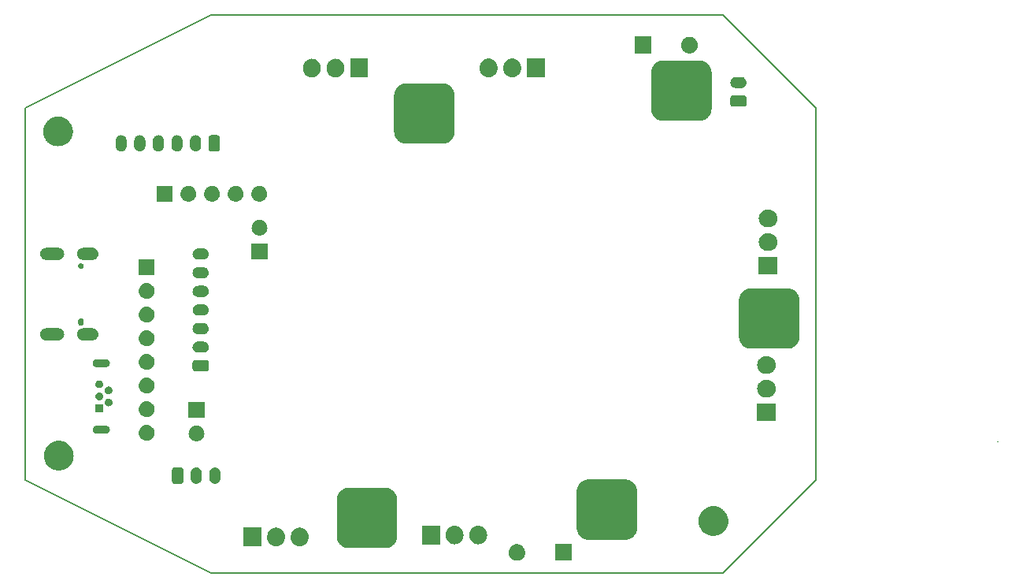
<source format=gbs>
G04 #@! TF.GenerationSoftware,KiCad,Pcbnew,7.0.9*
G04 #@! TF.CreationDate,2024-01-25T12:37:26-06:00*
G04 #@! TF.ProjectId,Stupid_FOCer,53747570-6964-45f4-964f-4365722e6b69,1*
G04 #@! TF.SameCoordinates,Original*
G04 #@! TF.FileFunction,Soldermask,Bot*
G04 #@! TF.FilePolarity,Negative*
%FSLAX46Y46*%
G04 Gerber Fmt 4.6, Leading zero omitted, Abs format (unit mm)*
G04 Created by KiCad (PCBNEW 7.0.9) date 2024-01-25 12:37:26*
%MOMM*%
%LPD*%
G01*
G04 APERTURE LIST*
G04 #@! TA.AperFunction,Profile*
%ADD10C,0.150000*%
G04 #@! TD*
G04 APERTURE END LIST*
G36*
X158779446Y-128653481D02*
G01*
X156979446Y-128653481D01*
X156979446Y-126853481D01*
X158779446Y-126853481D01*
X158779446Y-128653481D01*
G37*
G36*
X152923367Y-126858411D02*
G01*
X152973522Y-126858411D01*
X153016831Y-126867616D01*
X153054906Y-126871367D01*
X153102742Y-126885877D01*
X153157561Y-126897530D01*
X153192637Y-126913146D01*
X153223632Y-126922549D01*
X153272888Y-126948877D01*
X153329446Y-126974058D01*
X153355740Y-126993161D01*
X153379119Y-127005658D01*
X153426813Y-127044799D01*
X153481664Y-127084651D01*
X153499471Y-127104428D01*
X153515414Y-127117512D01*
X153558254Y-127169713D01*
X153607561Y-127224474D01*
X153617920Y-127242416D01*
X153627268Y-127253807D01*
X153661844Y-127318496D01*
X153701637Y-127387418D01*
X153706214Y-127401507D01*
X153710377Y-127409294D01*
X153733321Y-127484931D01*
X153759779Y-127566360D01*
X153760710Y-127575222D01*
X153761559Y-127578020D01*
X153769823Y-127661929D01*
X153779446Y-127753481D01*
X153769822Y-127845040D01*
X153761559Y-127928941D01*
X153760710Y-127931737D01*
X153759779Y-127940602D01*
X153733316Y-128022044D01*
X153710377Y-128097667D01*
X153706215Y-128105452D01*
X153701637Y-128119544D01*
X153661837Y-128188478D01*
X153627268Y-128253154D01*
X153617922Y-128264541D01*
X153607561Y-128282488D01*
X153558245Y-128337258D01*
X153515414Y-128389449D01*
X153499475Y-128402529D01*
X153481664Y-128422311D01*
X153426802Y-128462169D01*
X153379119Y-128501303D01*
X153355745Y-128513796D01*
X153329446Y-128532904D01*
X153272877Y-128558089D01*
X153223632Y-128584412D01*
X153192644Y-128593811D01*
X153157561Y-128609432D01*
X153102731Y-128621086D01*
X153054906Y-128635594D01*
X153016840Y-128639343D01*
X152973522Y-128648551D01*
X152923357Y-128648551D01*
X152879446Y-128652876D01*
X152835535Y-128648551D01*
X152785370Y-128648551D01*
X152742051Y-128639343D01*
X152703985Y-128635594D01*
X152656157Y-128621085D01*
X152601331Y-128609432D01*
X152566249Y-128593812D01*
X152535259Y-128584412D01*
X152486008Y-128558087D01*
X152429446Y-128532904D01*
X152403149Y-128513798D01*
X152379772Y-128501303D01*
X152332080Y-128462163D01*
X152277228Y-128422311D01*
X152259419Y-128402532D01*
X152243477Y-128389449D01*
X152200635Y-128337246D01*
X152151331Y-128282488D01*
X152140972Y-128264546D01*
X152131623Y-128253154D01*
X152097040Y-128188455D01*
X152057255Y-128119544D01*
X152052677Y-128105457D01*
X152048514Y-128097667D01*
X152025560Y-128021998D01*
X151999113Y-127940602D01*
X151998181Y-127931742D01*
X151997332Y-127928941D01*
X151989053Y-127844889D01*
X151979446Y-127753481D01*
X151989052Y-127662080D01*
X151997332Y-127578020D01*
X151998182Y-127575217D01*
X151999113Y-127566360D01*
X152025555Y-127484977D01*
X152048514Y-127409294D01*
X152052678Y-127401502D01*
X152057255Y-127387418D01*
X152097033Y-127318519D01*
X152131623Y-127253807D01*
X152140974Y-127242412D01*
X152151331Y-127224474D01*
X152200626Y-127169726D01*
X152243477Y-127117512D01*
X152259422Y-127104425D01*
X152277228Y-127084651D01*
X152332069Y-127044806D01*
X152379772Y-127005658D01*
X152403154Y-126993159D01*
X152429446Y-126974058D01*
X152485997Y-126948879D01*
X152535259Y-126922549D01*
X152566256Y-126913145D01*
X152601331Y-126897530D01*
X152656146Y-126885878D01*
X152703985Y-126871367D01*
X152742060Y-126867616D01*
X152785370Y-126858411D01*
X152835525Y-126858411D01*
X152879446Y-126854085D01*
X152923367Y-126858411D01*
G37*
G36*
X138709573Y-120803929D02*
G01*
X138840147Y-120810865D01*
X138882524Y-120819060D01*
X138930189Y-120823231D01*
X138997907Y-120841376D01*
X139058526Y-120853100D01*
X139099822Y-120868684D01*
X139149072Y-120881881D01*
X139209676Y-120910141D01*
X139264745Y-120930923D01*
X139305376Y-120954766D01*
X139354446Y-120977648D01*
X139406604Y-121014169D01*
X139454846Y-121042479D01*
X139493114Y-121074744D01*
X139540070Y-121107623D01*
X139582852Y-121150405D01*
X139623364Y-121184562D01*
X139657520Y-121225073D01*
X139700304Y-121267857D01*
X139733182Y-121314813D01*
X139765447Y-121353080D01*
X139793754Y-121401318D01*
X139830279Y-121453481D01*
X139853161Y-121502553D01*
X139877003Y-121543181D01*
X139897782Y-121598243D01*
X139926046Y-121658855D01*
X139939243Y-121708109D01*
X139954826Y-121749400D01*
X139966547Y-121810008D01*
X139984696Y-121877738D01*
X139988866Y-121925410D01*
X139997061Y-121967779D01*
X140003995Y-122098326D01*
X140004446Y-122103481D01*
X140004446Y-126003481D01*
X140003994Y-126008637D01*
X139997061Y-126139182D01*
X139988866Y-126181549D01*
X139984696Y-126229224D01*
X139966547Y-126296955D01*
X139954826Y-126357561D01*
X139939244Y-126398848D01*
X139926046Y-126448107D01*
X139897780Y-126508723D01*
X139877003Y-126563780D01*
X139853164Y-126604403D01*
X139830279Y-126653481D01*
X139793751Y-126705648D01*
X139765447Y-126753881D01*
X139733187Y-126792143D01*
X139700304Y-126839105D01*
X139657515Y-126881893D01*
X139623364Y-126922399D01*
X139582858Y-126956550D01*
X139540070Y-126999339D01*
X139493108Y-127032222D01*
X139454846Y-127064482D01*
X139406613Y-127092786D01*
X139354446Y-127129314D01*
X139305368Y-127152199D01*
X139264745Y-127176038D01*
X139209688Y-127196815D01*
X139149072Y-127225081D01*
X139099813Y-127238279D01*
X139058526Y-127253861D01*
X138997920Y-127265582D01*
X138930189Y-127283731D01*
X138882514Y-127287901D01*
X138840147Y-127296096D01*
X138709602Y-127303029D01*
X138704446Y-127303481D01*
X134804446Y-127303481D01*
X134799291Y-127303030D01*
X134668744Y-127296096D01*
X134626375Y-127287901D01*
X134578703Y-127283731D01*
X134510973Y-127265582D01*
X134450365Y-127253861D01*
X134409074Y-127238278D01*
X134359820Y-127225081D01*
X134299208Y-127196817D01*
X134244146Y-127176038D01*
X134203518Y-127152196D01*
X134154446Y-127129314D01*
X134102283Y-127092789D01*
X134054045Y-127064482D01*
X134015778Y-127032217D01*
X133968822Y-126999339D01*
X133926038Y-126956555D01*
X133885527Y-126922399D01*
X133851370Y-126881887D01*
X133808588Y-126839105D01*
X133775709Y-126792149D01*
X133743444Y-126753881D01*
X133715134Y-126705639D01*
X133678613Y-126653481D01*
X133655731Y-126604411D01*
X133631888Y-126563780D01*
X133611106Y-126508711D01*
X133582846Y-126448107D01*
X133569649Y-126398857D01*
X133554065Y-126357561D01*
X133542341Y-126296942D01*
X133524196Y-126229224D01*
X133520025Y-126181559D01*
X133511830Y-126139182D01*
X133504894Y-126008608D01*
X133504446Y-126003481D01*
X133504446Y-122103481D01*
X133504894Y-122098355D01*
X133511830Y-121967779D01*
X133520026Y-121925400D01*
X133524196Y-121877738D01*
X133542340Y-121810022D01*
X133554065Y-121749400D01*
X133569650Y-121708100D01*
X133582846Y-121658855D01*
X133611104Y-121598254D01*
X133631888Y-121543181D01*
X133655734Y-121502545D01*
X133678613Y-121453481D01*
X133715131Y-121401327D01*
X133743444Y-121353080D01*
X133775713Y-121314806D01*
X133808588Y-121267857D01*
X133851364Y-121225080D01*
X133885527Y-121184562D01*
X133926045Y-121150399D01*
X133968822Y-121107623D01*
X134015771Y-121074748D01*
X134054045Y-121042479D01*
X134102292Y-121014166D01*
X134154446Y-120977648D01*
X134203510Y-120954769D01*
X134244146Y-120930923D01*
X134299219Y-120910139D01*
X134359820Y-120881881D01*
X134409065Y-120868685D01*
X134450365Y-120853100D01*
X134510987Y-120841375D01*
X134578703Y-120823231D01*
X134626365Y-120819061D01*
X134668744Y-120810865D01*
X134799320Y-120803929D01*
X134804446Y-120803481D01*
X138704446Y-120803481D01*
X138709573Y-120803929D01*
G37*
G36*
X125391946Y-127083481D02*
G01*
X123486946Y-127083481D01*
X123486946Y-125083481D01*
X125391946Y-125083481D01*
X125391946Y-127083481D01*
G37*
G36*
X126980808Y-125087219D02*
G01*
X127024736Y-125085127D01*
X127071158Y-125091801D01*
X127123681Y-125094465D01*
X127166134Y-125105456D01*
X127203874Y-125110883D01*
X127253716Y-125128133D01*
X127310254Y-125142772D01*
X127344383Y-125159513D01*
X127374894Y-125170073D01*
X127425640Y-125199371D01*
X127483284Y-125227647D01*
X127508729Y-125247343D01*
X127531618Y-125260558D01*
X127580319Y-125302758D01*
X127635687Y-125345616D01*
X127652843Y-125365601D01*
X127668391Y-125379073D01*
X127711850Y-125434335D01*
X127761223Y-125491848D01*
X127771164Y-125509759D01*
X127780263Y-125521329D01*
X127815188Y-125589074D01*
X127854753Y-125660357D01*
X127859132Y-125674315D01*
X127863187Y-125682180D01*
X127886337Y-125761024D01*
X127912448Y-125844244D01*
X127913335Y-125852971D01*
X127914174Y-125855827D01*
X127922618Y-125944253D01*
X127931946Y-126035981D01*
X127931946Y-126130981D01*
X127929613Y-126176980D01*
X127927634Y-126218524D01*
X127927460Y-126219423D01*
X127927059Y-126227344D01*
X127908959Y-126315417D01*
X127892818Y-126399169D01*
X127890620Y-126404659D01*
X127888264Y-126416124D01*
X127854971Y-126493705D01*
X127825556Y-126567180D01*
X127819188Y-126577087D01*
X127812261Y-126593231D01*
X127767298Y-126657830D01*
X127727712Y-126719428D01*
X127715540Y-126732193D01*
X127702163Y-126751413D01*
X127649305Y-126801657D01*
X127602829Y-126850401D01*
X127583692Y-126864028D01*
X127562477Y-126884195D01*
X127505501Y-126919707D01*
X127455409Y-126955379D01*
X127428712Y-126967570D01*
X127398921Y-126986140D01*
X127341416Y-127007437D01*
X127290791Y-127030557D01*
X127256584Y-127038855D01*
X127218193Y-127053074D01*
X127163329Y-127061478D01*
X127114919Y-127073223D01*
X127073916Y-127075176D01*
X127027689Y-127082258D01*
X126978073Y-127079741D01*
X126934155Y-127081834D01*
X126887743Y-127075161D01*
X126835211Y-127072497D01*
X126792750Y-127061503D01*
X126755017Y-127056078D01*
X126705183Y-127038830D01*
X126648638Y-127024190D01*
X126614503Y-127007446D01*
X126583997Y-126996888D01*
X126533256Y-126967592D01*
X126475608Y-126939315D01*
X126450160Y-126919617D01*
X126427273Y-126906403D01*
X126378574Y-126864205D01*
X126323205Y-126821346D01*
X126306047Y-126801360D01*
X126290500Y-126787888D01*
X126247039Y-126732623D01*
X126197669Y-126675114D01*
X126187727Y-126657203D01*
X126178628Y-126645632D01*
X126143697Y-126577875D01*
X126104139Y-126506605D01*
X126099760Y-126492649D01*
X126095704Y-126484781D01*
X126072543Y-126405902D01*
X126046444Y-126322718D01*
X126045556Y-126313994D01*
X126044717Y-126311134D01*
X126036266Y-126222638D01*
X126026946Y-126130981D01*
X126026946Y-126035981D01*
X126029269Y-125990171D01*
X126031257Y-125948437D01*
X126031431Y-125947530D01*
X126031833Y-125939618D01*
X126049913Y-125851637D01*
X126066073Y-125767792D01*
X126068273Y-125762295D01*
X126070628Y-125750838D01*
X126103900Y-125673305D01*
X126133335Y-125599781D01*
X126139706Y-125589866D01*
X126146631Y-125573731D01*
X126191572Y-125509161D01*
X126231179Y-125447533D01*
X126243356Y-125434761D01*
X126256729Y-125415549D01*
X126309565Y-125365324D01*
X126356062Y-125316560D01*
X126375206Y-125302926D01*
X126396415Y-125282767D01*
X126453370Y-125247266D01*
X126503482Y-125211582D01*
X126530187Y-125199385D01*
X126559971Y-125180822D01*
X126617458Y-125159531D01*
X126668100Y-125136404D01*
X126702317Y-125128103D01*
X126740699Y-125113888D01*
X126795548Y-125105485D01*
X126843972Y-125093738D01*
X126884985Y-125091784D01*
X126931203Y-125084704D01*
X126980808Y-125087219D01*
G37*
G36*
X129520808Y-125087219D02*
G01*
X129564736Y-125085127D01*
X129611158Y-125091801D01*
X129663681Y-125094465D01*
X129706134Y-125105456D01*
X129743874Y-125110883D01*
X129793716Y-125128133D01*
X129850254Y-125142772D01*
X129884383Y-125159513D01*
X129914894Y-125170073D01*
X129965640Y-125199371D01*
X130023284Y-125227647D01*
X130048729Y-125247343D01*
X130071618Y-125260558D01*
X130120319Y-125302758D01*
X130175687Y-125345616D01*
X130192843Y-125365601D01*
X130208391Y-125379073D01*
X130251850Y-125434335D01*
X130301223Y-125491848D01*
X130311164Y-125509759D01*
X130320263Y-125521329D01*
X130355188Y-125589074D01*
X130394753Y-125660357D01*
X130399132Y-125674315D01*
X130403187Y-125682180D01*
X130426337Y-125761024D01*
X130452448Y-125844244D01*
X130453335Y-125852971D01*
X130454174Y-125855827D01*
X130462618Y-125944253D01*
X130471946Y-126035981D01*
X130471946Y-126130981D01*
X130469613Y-126176980D01*
X130467634Y-126218524D01*
X130467460Y-126219423D01*
X130467059Y-126227344D01*
X130448959Y-126315417D01*
X130432818Y-126399169D01*
X130430620Y-126404659D01*
X130428264Y-126416124D01*
X130394971Y-126493705D01*
X130365556Y-126567180D01*
X130359188Y-126577087D01*
X130352261Y-126593231D01*
X130307298Y-126657830D01*
X130267712Y-126719428D01*
X130255540Y-126732193D01*
X130242163Y-126751413D01*
X130189305Y-126801657D01*
X130142829Y-126850401D01*
X130123692Y-126864028D01*
X130102477Y-126884195D01*
X130045501Y-126919707D01*
X129995409Y-126955379D01*
X129968712Y-126967570D01*
X129938921Y-126986140D01*
X129881416Y-127007437D01*
X129830791Y-127030557D01*
X129796584Y-127038855D01*
X129758193Y-127053074D01*
X129703329Y-127061478D01*
X129654919Y-127073223D01*
X129613916Y-127075176D01*
X129567689Y-127082258D01*
X129518073Y-127079741D01*
X129474155Y-127081834D01*
X129427743Y-127075161D01*
X129375211Y-127072497D01*
X129332750Y-127061503D01*
X129295017Y-127056078D01*
X129245183Y-127038830D01*
X129188638Y-127024190D01*
X129154503Y-127007446D01*
X129123997Y-126996888D01*
X129073256Y-126967592D01*
X129015608Y-126939315D01*
X128990160Y-126919617D01*
X128967273Y-126906403D01*
X128918574Y-126864205D01*
X128863205Y-126821346D01*
X128846047Y-126801360D01*
X128830500Y-126787888D01*
X128787039Y-126732623D01*
X128737669Y-126675114D01*
X128727727Y-126657203D01*
X128718628Y-126645632D01*
X128683697Y-126577875D01*
X128644139Y-126506605D01*
X128639760Y-126492649D01*
X128635704Y-126484781D01*
X128612543Y-126405902D01*
X128586444Y-126322718D01*
X128585556Y-126313994D01*
X128584717Y-126311134D01*
X128576266Y-126222638D01*
X128566946Y-126130981D01*
X128566946Y-126035981D01*
X128569269Y-125990171D01*
X128571257Y-125948437D01*
X128571431Y-125947530D01*
X128571833Y-125939618D01*
X128589913Y-125851637D01*
X128606073Y-125767792D01*
X128608273Y-125762295D01*
X128610628Y-125750838D01*
X128643900Y-125673305D01*
X128673335Y-125599781D01*
X128679706Y-125589866D01*
X128686631Y-125573731D01*
X128731572Y-125509161D01*
X128771179Y-125447533D01*
X128783356Y-125434761D01*
X128796729Y-125415549D01*
X128849565Y-125365324D01*
X128896062Y-125316560D01*
X128915206Y-125302926D01*
X128936415Y-125282767D01*
X128993370Y-125247266D01*
X129043482Y-125211582D01*
X129070187Y-125199385D01*
X129099971Y-125180822D01*
X129157458Y-125159531D01*
X129208100Y-125136404D01*
X129242317Y-125128103D01*
X129280699Y-125113888D01*
X129335548Y-125105485D01*
X129383972Y-125093738D01*
X129424985Y-125091784D01*
X129471203Y-125084704D01*
X129520808Y-125087219D01*
G37*
G36*
X144591946Y-126883481D02*
G01*
X142686946Y-126883481D01*
X142686946Y-124883481D01*
X144591946Y-124883481D01*
X144591946Y-126883481D01*
G37*
G36*
X146180808Y-124887219D02*
G01*
X146224736Y-124885127D01*
X146271158Y-124891801D01*
X146323681Y-124894465D01*
X146366134Y-124905456D01*
X146403874Y-124910883D01*
X146453716Y-124928133D01*
X146510254Y-124942772D01*
X146544383Y-124959513D01*
X146574894Y-124970073D01*
X146625640Y-124999371D01*
X146683284Y-125027647D01*
X146708729Y-125047343D01*
X146731618Y-125060558D01*
X146780319Y-125102758D01*
X146835687Y-125145616D01*
X146852843Y-125165601D01*
X146868391Y-125179073D01*
X146911850Y-125234335D01*
X146961223Y-125291848D01*
X146971164Y-125309759D01*
X146980263Y-125321329D01*
X147015188Y-125389074D01*
X147054753Y-125460357D01*
X147059132Y-125474315D01*
X147063187Y-125482180D01*
X147086337Y-125561024D01*
X147112448Y-125644244D01*
X147113335Y-125652971D01*
X147114174Y-125655827D01*
X147122618Y-125744253D01*
X147131946Y-125835981D01*
X147131946Y-125930981D01*
X147129613Y-125976980D01*
X147127634Y-126018524D01*
X147127460Y-126019423D01*
X147127059Y-126027344D01*
X147108959Y-126115417D01*
X147092818Y-126199169D01*
X147090620Y-126204659D01*
X147088264Y-126216124D01*
X147054971Y-126293705D01*
X147025556Y-126367180D01*
X147019188Y-126377087D01*
X147012261Y-126393231D01*
X146967298Y-126457830D01*
X146927712Y-126519428D01*
X146915540Y-126532193D01*
X146902163Y-126551413D01*
X146849305Y-126601657D01*
X146802829Y-126650401D01*
X146783692Y-126664028D01*
X146762477Y-126684195D01*
X146705501Y-126719707D01*
X146655409Y-126755379D01*
X146628712Y-126767570D01*
X146598921Y-126786140D01*
X146541416Y-126807437D01*
X146490791Y-126830557D01*
X146456584Y-126838855D01*
X146418193Y-126853074D01*
X146363329Y-126861478D01*
X146314919Y-126873223D01*
X146273916Y-126875176D01*
X146227689Y-126882258D01*
X146178073Y-126879741D01*
X146134155Y-126881834D01*
X146087743Y-126875161D01*
X146035211Y-126872497D01*
X145992750Y-126861503D01*
X145955017Y-126856078D01*
X145905183Y-126838830D01*
X145848638Y-126824190D01*
X145814503Y-126807446D01*
X145783997Y-126796888D01*
X145733256Y-126767592D01*
X145675608Y-126739315D01*
X145650160Y-126719617D01*
X145627273Y-126706403D01*
X145578574Y-126664205D01*
X145523205Y-126621346D01*
X145506047Y-126601360D01*
X145490500Y-126587888D01*
X145447039Y-126532623D01*
X145397669Y-126475114D01*
X145387727Y-126457203D01*
X145378628Y-126445632D01*
X145343697Y-126377875D01*
X145304139Y-126306605D01*
X145299760Y-126292649D01*
X145295704Y-126284781D01*
X145272543Y-126205902D01*
X145246444Y-126122718D01*
X145245556Y-126113994D01*
X145244717Y-126111134D01*
X145236266Y-126022638D01*
X145226946Y-125930981D01*
X145226946Y-125835981D01*
X145229269Y-125790171D01*
X145231257Y-125748437D01*
X145231431Y-125747530D01*
X145231833Y-125739618D01*
X145249913Y-125651637D01*
X145266073Y-125567792D01*
X145268273Y-125562295D01*
X145270628Y-125550838D01*
X145303900Y-125473305D01*
X145333335Y-125399781D01*
X145339706Y-125389866D01*
X145346631Y-125373731D01*
X145391572Y-125309161D01*
X145431179Y-125247533D01*
X145443356Y-125234761D01*
X145456729Y-125215549D01*
X145509565Y-125165324D01*
X145556062Y-125116560D01*
X145575206Y-125102926D01*
X145596415Y-125082767D01*
X145653370Y-125047266D01*
X145703482Y-125011582D01*
X145730187Y-124999385D01*
X145759971Y-124980822D01*
X145817458Y-124959531D01*
X145868100Y-124936404D01*
X145902317Y-124928103D01*
X145940699Y-124913888D01*
X145995548Y-124905485D01*
X146043972Y-124893738D01*
X146084985Y-124891784D01*
X146131203Y-124884704D01*
X146180808Y-124887219D01*
G37*
G36*
X148720808Y-124887219D02*
G01*
X148764736Y-124885127D01*
X148811158Y-124891801D01*
X148863681Y-124894465D01*
X148906134Y-124905456D01*
X148943874Y-124910883D01*
X148993716Y-124928133D01*
X149050254Y-124942772D01*
X149084383Y-124959513D01*
X149114894Y-124970073D01*
X149165640Y-124999371D01*
X149223284Y-125027647D01*
X149248729Y-125047343D01*
X149271618Y-125060558D01*
X149320319Y-125102758D01*
X149375687Y-125145616D01*
X149392843Y-125165601D01*
X149408391Y-125179073D01*
X149451850Y-125234335D01*
X149501223Y-125291848D01*
X149511164Y-125309759D01*
X149520263Y-125321329D01*
X149555188Y-125389074D01*
X149594753Y-125460357D01*
X149599132Y-125474315D01*
X149603187Y-125482180D01*
X149626337Y-125561024D01*
X149652448Y-125644244D01*
X149653335Y-125652971D01*
X149654174Y-125655827D01*
X149662618Y-125744253D01*
X149671946Y-125835981D01*
X149671946Y-125930981D01*
X149669613Y-125976980D01*
X149667634Y-126018524D01*
X149667460Y-126019423D01*
X149667059Y-126027344D01*
X149648959Y-126115417D01*
X149632818Y-126199169D01*
X149630620Y-126204659D01*
X149628264Y-126216124D01*
X149594971Y-126293705D01*
X149565556Y-126367180D01*
X149559188Y-126377087D01*
X149552261Y-126393231D01*
X149507298Y-126457830D01*
X149467712Y-126519428D01*
X149455540Y-126532193D01*
X149442163Y-126551413D01*
X149389305Y-126601657D01*
X149342829Y-126650401D01*
X149323692Y-126664028D01*
X149302477Y-126684195D01*
X149245501Y-126719707D01*
X149195409Y-126755379D01*
X149168712Y-126767570D01*
X149138921Y-126786140D01*
X149081416Y-126807437D01*
X149030791Y-126830557D01*
X148996584Y-126838855D01*
X148958193Y-126853074D01*
X148903329Y-126861478D01*
X148854919Y-126873223D01*
X148813916Y-126875176D01*
X148767689Y-126882258D01*
X148718073Y-126879741D01*
X148674155Y-126881834D01*
X148627743Y-126875161D01*
X148575211Y-126872497D01*
X148532750Y-126861503D01*
X148495017Y-126856078D01*
X148445183Y-126838830D01*
X148388638Y-126824190D01*
X148354503Y-126807446D01*
X148323997Y-126796888D01*
X148273256Y-126767592D01*
X148215608Y-126739315D01*
X148190160Y-126719617D01*
X148167273Y-126706403D01*
X148118574Y-126664205D01*
X148063205Y-126621346D01*
X148046047Y-126601360D01*
X148030500Y-126587888D01*
X147987039Y-126532623D01*
X147937669Y-126475114D01*
X147927727Y-126457203D01*
X147918628Y-126445632D01*
X147883697Y-126377875D01*
X147844139Y-126306605D01*
X147839760Y-126292649D01*
X147835704Y-126284781D01*
X147812543Y-126205902D01*
X147786444Y-126122718D01*
X147785556Y-126113994D01*
X147784717Y-126111134D01*
X147776266Y-126022638D01*
X147766946Y-125930981D01*
X147766946Y-125835981D01*
X147769269Y-125790171D01*
X147771257Y-125748437D01*
X147771431Y-125747530D01*
X147771833Y-125739618D01*
X147789913Y-125651637D01*
X147806073Y-125567792D01*
X147808273Y-125562295D01*
X147810628Y-125550838D01*
X147843900Y-125473305D01*
X147873335Y-125399781D01*
X147879706Y-125389866D01*
X147886631Y-125373731D01*
X147931572Y-125309161D01*
X147971179Y-125247533D01*
X147983356Y-125234761D01*
X147996729Y-125215549D01*
X148049565Y-125165324D01*
X148096062Y-125116560D01*
X148115206Y-125102926D01*
X148136415Y-125082767D01*
X148193370Y-125047266D01*
X148243482Y-125011582D01*
X148270187Y-124999385D01*
X148299971Y-124980822D01*
X148357458Y-124959531D01*
X148408100Y-124936404D01*
X148442317Y-124928103D01*
X148480699Y-124913888D01*
X148535548Y-124905485D01*
X148583972Y-124893738D01*
X148624985Y-124891784D01*
X148671203Y-124884704D01*
X148720808Y-124887219D01*
G37*
G36*
X164509573Y-119903929D02*
G01*
X164640147Y-119910865D01*
X164682524Y-119919060D01*
X164730189Y-119923231D01*
X164797907Y-119941376D01*
X164858526Y-119953100D01*
X164899822Y-119968684D01*
X164949072Y-119981881D01*
X165009676Y-120010141D01*
X165064745Y-120030923D01*
X165105376Y-120054766D01*
X165154446Y-120077648D01*
X165206604Y-120114169D01*
X165254846Y-120142479D01*
X165293114Y-120174744D01*
X165340070Y-120207623D01*
X165382852Y-120250405D01*
X165423364Y-120284562D01*
X165457520Y-120325073D01*
X165500304Y-120367857D01*
X165533182Y-120414813D01*
X165565447Y-120453080D01*
X165593754Y-120501318D01*
X165630279Y-120553481D01*
X165653161Y-120602553D01*
X165677003Y-120643181D01*
X165697782Y-120698243D01*
X165726046Y-120758855D01*
X165739243Y-120808109D01*
X165754826Y-120849400D01*
X165766547Y-120910008D01*
X165784696Y-120977738D01*
X165788866Y-121025410D01*
X165797061Y-121067779D01*
X165803995Y-121198326D01*
X165804446Y-121203481D01*
X165804446Y-125103481D01*
X165803994Y-125108637D01*
X165797061Y-125239182D01*
X165788866Y-125281549D01*
X165784696Y-125329224D01*
X165766547Y-125396955D01*
X165754826Y-125457561D01*
X165739244Y-125498848D01*
X165726046Y-125548107D01*
X165697780Y-125608723D01*
X165677003Y-125663780D01*
X165653164Y-125704403D01*
X165630279Y-125753481D01*
X165593751Y-125805648D01*
X165565447Y-125853881D01*
X165533187Y-125892143D01*
X165500304Y-125939105D01*
X165457515Y-125981893D01*
X165423364Y-126022399D01*
X165382858Y-126056550D01*
X165340070Y-126099339D01*
X165293108Y-126132222D01*
X165254846Y-126164482D01*
X165206613Y-126192786D01*
X165154446Y-126229314D01*
X165105368Y-126252199D01*
X165064745Y-126276038D01*
X165009688Y-126296815D01*
X164949072Y-126325081D01*
X164899813Y-126338279D01*
X164858526Y-126353861D01*
X164797920Y-126365582D01*
X164730189Y-126383731D01*
X164682514Y-126387901D01*
X164640147Y-126396096D01*
X164509602Y-126403029D01*
X164504446Y-126403481D01*
X160604446Y-126403481D01*
X160599291Y-126403030D01*
X160468744Y-126396096D01*
X160426375Y-126387901D01*
X160378703Y-126383731D01*
X160310973Y-126365582D01*
X160250365Y-126353861D01*
X160209074Y-126338278D01*
X160159820Y-126325081D01*
X160099208Y-126296817D01*
X160044146Y-126276038D01*
X160003518Y-126252196D01*
X159954446Y-126229314D01*
X159902283Y-126192789D01*
X159854045Y-126164482D01*
X159815778Y-126132217D01*
X159768822Y-126099339D01*
X159726038Y-126056555D01*
X159685527Y-126022399D01*
X159651370Y-125981887D01*
X159608588Y-125939105D01*
X159575709Y-125892149D01*
X159543444Y-125853881D01*
X159515134Y-125805639D01*
X159478613Y-125753481D01*
X159455731Y-125704411D01*
X159431888Y-125663780D01*
X159411106Y-125608711D01*
X159382846Y-125548107D01*
X159369649Y-125498857D01*
X159354065Y-125457561D01*
X159342341Y-125396942D01*
X159324196Y-125329224D01*
X159320025Y-125281559D01*
X159311830Y-125239182D01*
X159304894Y-125108608D01*
X159304446Y-125103481D01*
X159304446Y-121203481D01*
X159304894Y-121198355D01*
X159311830Y-121067779D01*
X159320026Y-121025400D01*
X159324196Y-120977738D01*
X159342340Y-120910022D01*
X159354065Y-120849400D01*
X159369650Y-120808100D01*
X159382846Y-120758855D01*
X159411104Y-120698254D01*
X159431888Y-120643181D01*
X159455734Y-120602545D01*
X159478613Y-120553481D01*
X159515131Y-120501327D01*
X159543444Y-120453080D01*
X159575713Y-120414806D01*
X159608588Y-120367857D01*
X159651364Y-120325080D01*
X159685527Y-120284562D01*
X159726045Y-120250399D01*
X159768822Y-120207623D01*
X159815771Y-120174748D01*
X159854045Y-120142479D01*
X159902292Y-120114166D01*
X159954446Y-120077648D01*
X160003510Y-120054769D01*
X160044146Y-120030923D01*
X160099219Y-120010139D01*
X160159820Y-119981881D01*
X160209065Y-119968685D01*
X160250365Y-119953100D01*
X160310987Y-119941375D01*
X160378703Y-119923231D01*
X160426365Y-119919061D01*
X160468744Y-119910865D01*
X160599320Y-119903929D01*
X160604446Y-119903481D01*
X164504446Y-119903481D01*
X164509573Y-119903929D01*
G37*
G36*
X174061281Y-122779823D02*
G01*
X174119541Y-122779823D01*
X174183206Y-122789418D01*
X174250295Y-122794699D01*
X174304369Y-122807681D01*
X174355953Y-122815456D01*
X174423358Y-122836247D01*
X174494427Y-122853310D01*
X174540380Y-122872344D01*
X174584420Y-122885929D01*
X174653560Y-122919225D01*
X174726385Y-122949390D01*
X174763765Y-122972296D01*
X174799825Y-122989662D01*
X174868416Y-123036427D01*
X174940456Y-123080573D01*
X174969303Y-123105210D01*
X174997362Y-123124341D01*
X175062871Y-123185124D01*
X175131371Y-123243629D01*
X175152173Y-123267985D01*
X175172626Y-123286963D01*
X175232427Y-123361951D01*
X175294427Y-123434544D01*
X175308061Y-123456793D01*
X175321694Y-123473888D01*
X175373105Y-123562936D01*
X175425610Y-123648615D01*
X175433322Y-123667234D01*
X175441233Y-123680936D01*
X175481580Y-123783739D01*
X175521690Y-123880573D01*
X175525006Y-123894388D01*
X175528580Y-123903493D01*
X175555343Y-124020748D01*
X175580301Y-124124705D01*
X175580948Y-124132930D01*
X175581783Y-124136587D01*
X175592664Y-124281796D01*
X175600000Y-124375000D01*
X175592663Y-124468211D01*
X175581783Y-124613412D01*
X175580948Y-124617068D01*
X175580301Y-124625295D01*
X175555338Y-124729270D01*
X175528580Y-124846506D01*
X175525007Y-124855608D01*
X175521690Y-124869427D01*
X175481572Y-124966278D01*
X175441233Y-125069063D01*
X175433323Y-125082762D01*
X175425610Y-125101385D01*
X175373095Y-125187080D01*
X175321694Y-125276111D01*
X175308064Y-125293202D01*
X175294427Y-125315456D01*
X175232415Y-125388062D01*
X175172626Y-125463036D01*
X175152177Y-125482009D01*
X175131371Y-125506371D01*
X175062857Y-125564886D01*
X174997362Y-125625658D01*
X174969309Y-125644784D01*
X174940456Y-125669427D01*
X174868402Y-125713581D01*
X174799825Y-125760337D01*
X174763772Y-125777698D01*
X174726385Y-125800610D01*
X174653546Y-125830780D01*
X174584420Y-125864070D01*
X174540390Y-125877651D01*
X174494427Y-125896690D01*
X174423344Y-125913755D01*
X174355953Y-125934543D01*
X174304377Y-125942316D01*
X174250295Y-125955301D01*
X174183202Y-125960581D01*
X174119541Y-125970177D01*
X174061281Y-125970177D01*
X174000000Y-125975000D01*
X173938719Y-125970177D01*
X173880459Y-125970177D01*
X173816796Y-125960581D01*
X173749705Y-125955301D01*
X173695623Y-125942317D01*
X173644046Y-125934543D01*
X173576651Y-125913754D01*
X173505573Y-125896690D01*
X173459612Y-125877652D01*
X173415579Y-125864070D01*
X173346449Y-125830778D01*
X173273615Y-125800610D01*
X173236227Y-125777699D01*
X173200175Y-125760337D01*
X173131594Y-125713579D01*
X173059544Y-125669427D01*
X173030694Y-125644787D01*
X173002637Y-125625658D01*
X172937129Y-125564875D01*
X172868629Y-125506371D01*
X172847826Y-125482013D01*
X172827373Y-125463036D01*
X172767569Y-125388045D01*
X172705573Y-125315456D01*
X172691939Y-125293207D01*
X172678305Y-125276111D01*
X172626886Y-125187052D01*
X172574390Y-125101385D01*
X172566678Y-125082767D01*
X172558766Y-125069063D01*
X172518408Y-124966232D01*
X172478310Y-124869427D01*
X172474994Y-124855615D01*
X172471419Y-124846506D01*
X172444641Y-124729186D01*
X172419699Y-124625295D01*
X172419052Y-124617074D01*
X172418216Y-124613412D01*
X172407315Y-124467946D01*
X172400000Y-124375000D01*
X172407314Y-124282061D01*
X172418216Y-124136587D01*
X172419052Y-124132923D01*
X172419699Y-124124705D01*
X172444636Y-124020833D01*
X172471419Y-123903493D01*
X172474994Y-123894382D01*
X172478310Y-123880573D01*
X172518400Y-123783785D01*
X172558766Y-123680936D01*
X172566680Y-123667228D01*
X172574390Y-123648615D01*
X172626876Y-123562964D01*
X172678305Y-123473888D01*
X172691941Y-123456787D01*
X172705573Y-123434544D01*
X172767557Y-123361969D01*
X172827373Y-123286963D01*
X172847830Y-123267981D01*
X172868629Y-123243629D01*
X172937116Y-123185135D01*
X173002637Y-123124341D01*
X173030699Y-123105208D01*
X173059544Y-123080573D01*
X173131579Y-123036429D01*
X173200175Y-122989662D01*
X173236235Y-122972296D01*
X173273615Y-122949390D01*
X173346434Y-122919227D01*
X173415579Y-122885929D01*
X173459622Y-122872343D01*
X173505573Y-122853310D01*
X173576636Y-122836249D01*
X173644046Y-122815456D01*
X173695632Y-122807680D01*
X173749705Y-122794699D01*
X173816792Y-122789418D01*
X173880459Y-122779823D01*
X173938719Y-122779823D01*
X174000000Y-122775000D01*
X174061281Y-122779823D01*
G37*
G36*
X116779243Y-118633413D02*
G01*
X116824096Y-118639948D01*
X116832328Y-118643972D01*
X116850117Y-118647511D01*
X116878886Y-118666734D01*
X116898709Y-118676425D01*
X116909419Y-118687135D01*
X116931223Y-118701704D01*
X116945791Y-118723507D01*
X116956501Y-118734217D01*
X116966190Y-118754037D01*
X116985416Y-118782810D01*
X116988954Y-118800600D01*
X116992978Y-118808830D01*
X116999510Y-118853668D01*
X117004446Y-118878481D01*
X117004446Y-120128481D01*
X116999509Y-120153297D01*
X116992978Y-120198131D01*
X116988955Y-120206359D01*
X116985416Y-120224152D01*
X116966188Y-120252927D01*
X116956501Y-120272744D01*
X116945793Y-120283451D01*
X116931223Y-120305258D01*
X116909416Y-120319828D01*
X116898709Y-120330536D01*
X116878892Y-120340223D01*
X116850117Y-120359451D01*
X116832324Y-120362990D01*
X116824096Y-120367013D01*
X116779260Y-120373545D01*
X116754446Y-120378481D01*
X116054446Y-120378481D01*
X116029632Y-120373545D01*
X115984795Y-120367013D01*
X115976565Y-120362989D01*
X115958775Y-120359451D01*
X115930002Y-120340225D01*
X115910182Y-120330536D01*
X115899472Y-120319826D01*
X115877669Y-120305258D01*
X115863100Y-120283454D01*
X115852390Y-120272744D01*
X115842699Y-120252921D01*
X115823476Y-120224152D01*
X115819937Y-120206363D01*
X115815913Y-120198131D01*
X115809378Y-120153277D01*
X115804446Y-120128481D01*
X115804446Y-118878481D01*
X115809377Y-118853686D01*
X115815913Y-118808830D01*
X115819937Y-118800596D01*
X115823476Y-118782810D01*
X115842697Y-118754042D01*
X115852390Y-118734217D01*
X115863102Y-118723504D01*
X115877669Y-118701704D01*
X115899469Y-118687137D01*
X115910182Y-118676425D01*
X115930007Y-118666732D01*
X115958775Y-118647511D01*
X115976561Y-118643972D01*
X115984795Y-118639948D01*
X116029652Y-118633412D01*
X116054446Y-118628481D01*
X116754446Y-118628481D01*
X116779243Y-118633413D01*
G37*
G36*
X118457482Y-118635463D02*
G01*
X118508488Y-118638434D01*
X118530814Y-118645118D01*
X118559737Y-118648926D01*
X118601983Y-118666424D01*
X118641759Y-118678333D01*
X118669756Y-118694497D01*
X118704446Y-118708866D01*
X118734234Y-118731723D01*
X118762229Y-118747886D01*
X118792425Y-118776374D01*
X118828710Y-118804217D01*
X118846473Y-118827366D01*
X118863420Y-118843355D01*
X118891491Y-118886034D01*
X118924061Y-118928481D01*
X118931975Y-118947588D01*
X118939865Y-118959584D01*
X118961026Y-119017723D01*
X118984001Y-119073190D01*
X118985580Y-119085184D01*
X118987445Y-119090308D01*
X118996862Y-119170877D01*
X119004446Y-119228481D01*
X119004446Y-119778481D01*
X119004065Y-119781374D01*
X119000390Y-119844462D01*
X118989972Y-119888418D01*
X118984001Y-119933772D01*
X118972832Y-119960734D01*
X118967460Y-119983404D01*
X118944534Y-120029052D01*
X118924061Y-120078481D01*
X118911471Y-120094888D01*
X118905029Y-120107716D01*
X118865271Y-120155097D01*
X118828710Y-120202745D01*
X118819107Y-120210113D01*
X118815606Y-120214286D01*
X118750589Y-120262688D01*
X118704446Y-120298096D01*
X118650741Y-120320340D01*
X118576285Y-120352458D01*
X118570919Y-120353404D01*
X118559737Y-120358036D01*
X118500187Y-120365876D01*
X118439284Y-120376615D01*
X118424956Y-120375780D01*
X118404446Y-120378481D01*
X118351396Y-120371496D01*
X118300403Y-120368527D01*
X118278081Y-120361844D01*
X118249155Y-120358036D01*
X118206902Y-120340534D01*
X118167132Y-120328628D01*
X118139138Y-120312465D01*
X118104446Y-120298096D01*
X118074655Y-120275236D01*
X118046662Y-120259075D01*
X118016467Y-120230587D01*
X117980182Y-120202745D01*
X117962418Y-120179595D01*
X117945471Y-120163606D01*
X117917398Y-120120923D01*
X117884831Y-120078481D01*
X117876916Y-120059374D01*
X117869026Y-120047377D01*
X117847860Y-119989225D01*
X117824891Y-119933772D01*
X117823312Y-119921780D01*
X117821446Y-119916653D01*
X117812026Y-119836062D01*
X117804446Y-119778481D01*
X117804446Y-119228481D01*
X117804826Y-119225589D01*
X117808501Y-119162499D01*
X117818921Y-119118531D01*
X117824891Y-119073190D01*
X117836056Y-119046234D01*
X117841431Y-119023557D01*
X117864364Y-118977892D01*
X117884831Y-118928481D01*
X117897416Y-118912079D01*
X117903862Y-118899245D01*
X117943640Y-118851839D01*
X117980182Y-118804217D01*
X117989779Y-118796852D01*
X117993285Y-118792675D01*
X118058378Y-118744214D01*
X118104446Y-118708866D01*
X118158066Y-118686655D01*
X118232606Y-118654503D01*
X118237977Y-118653555D01*
X118249155Y-118648926D01*
X118308678Y-118641089D01*
X118369607Y-118630346D01*
X118383940Y-118631180D01*
X118404446Y-118628481D01*
X118457482Y-118635463D01*
G37*
G36*
X120457482Y-118635463D02*
G01*
X120508488Y-118638434D01*
X120530814Y-118645118D01*
X120559737Y-118648926D01*
X120601983Y-118666424D01*
X120641759Y-118678333D01*
X120669756Y-118694497D01*
X120704446Y-118708866D01*
X120734234Y-118731723D01*
X120762229Y-118747886D01*
X120792425Y-118776374D01*
X120828710Y-118804217D01*
X120846473Y-118827366D01*
X120863420Y-118843355D01*
X120891491Y-118886034D01*
X120924061Y-118928481D01*
X120931975Y-118947588D01*
X120939865Y-118959584D01*
X120961026Y-119017723D01*
X120984001Y-119073190D01*
X120985580Y-119085184D01*
X120987445Y-119090308D01*
X120996862Y-119170877D01*
X121004446Y-119228481D01*
X121004446Y-119778481D01*
X121004065Y-119781374D01*
X121000390Y-119844462D01*
X120989972Y-119888418D01*
X120984001Y-119933772D01*
X120972832Y-119960734D01*
X120967460Y-119983404D01*
X120944534Y-120029052D01*
X120924061Y-120078481D01*
X120911471Y-120094888D01*
X120905029Y-120107716D01*
X120865271Y-120155097D01*
X120828710Y-120202745D01*
X120819107Y-120210113D01*
X120815606Y-120214286D01*
X120750589Y-120262688D01*
X120704446Y-120298096D01*
X120650741Y-120320340D01*
X120576285Y-120352458D01*
X120570919Y-120353404D01*
X120559737Y-120358036D01*
X120500187Y-120365876D01*
X120439284Y-120376615D01*
X120424956Y-120375780D01*
X120404446Y-120378481D01*
X120351396Y-120371496D01*
X120300403Y-120368527D01*
X120278081Y-120361844D01*
X120249155Y-120358036D01*
X120206902Y-120340534D01*
X120167132Y-120328628D01*
X120139138Y-120312465D01*
X120104446Y-120298096D01*
X120074655Y-120275236D01*
X120046662Y-120259075D01*
X120016467Y-120230587D01*
X119980182Y-120202745D01*
X119962418Y-120179595D01*
X119945471Y-120163606D01*
X119917398Y-120120923D01*
X119884831Y-120078481D01*
X119876916Y-120059374D01*
X119869026Y-120047377D01*
X119847860Y-119989225D01*
X119824891Y-119933772D01*
X119823312Y-119921780D01*
X119821446Y-119916653D01*
X119812026Y-119836062D01*
X119804446Y-119778481D01*
X119804446Y-119228481D01*
X119804826Y-119225589D01*
X119808501Y-119162499D01*
X119818921Y-119118531D01*
X119824891Y-119073190D01*
X119836056Y-119046234D01*
X119841431Y-119023557D01*
X119864364Y-118977892D01*
X119884831Y-118928481D01*
X119897416Y-118912079D01*
X119903862Y-118899245D01*
X119943640Y-118851839D01*
X119980182Y-118804217D01*
X119989779Y-118796852D01*
X119993285Y-118792675D01*
X120058378Y-118744214D01*
X120104446Y-118708866D01*
X120158066Y-118686655D01*
X120232606Y-118654503D01*
X120237977Y-118653555D01*
X120249155Y-118648926D01*
X120308678Y-118641089D01*
X120369607Y-118630346D01*
X120383940Y-118631180D01*
X120404446Y-118628481D01*
X120457482Y-118635463D01*
G37*
G36*
X103686281Y-115754823D02*
G01*
X103744541Y-115754823D01*
X103808206Y-115764418D01*
X103875295Y-115769699D01*
X103929369Y-115782681D01*
X103980953Y-115790456D01*
X104048358Y-115811247D01*
X104119427Y-115828310D01*
X104165380Y-115847344D01*
X104209420Y-115860929D01*
X104278560Y-115894225D01*
X104351385Y-115924390D01*
X104388765Y-115947296D01*
X104424825Y-115964662D01*
X104493416Y-116011427D01*
X104565456Y-116055573D01*
X104594303Y-116080210D01*
X104622362Y-116099341D01*
X104687871Y-116160124D01*
X104756371Y-116218629D01*
X104777173Y-116242985D01*
X104797626Y-116261963D01*
X104857427Y-116336951D01*
X104919427Y-116409544D01*
X104933061Y-116431793D01*
X104946694Y-116448888D01*
X104998105Y-116537936D01*
X105050610Y-116623615D01*
X105058322Y-116642234D01*
X105066233Y-116655936D01*
X105106580Y-116758739D01*
X105146690Y-116855573D01*
X105150006Y-116869388D01*
X105153580Y-116878493D01*
X105180343Y-116995748D01*
X105205301Y-117099705D01*
X105205948Y-117107930D01*
X105206783Y-117111587D01*
X105217664Y-117256796D01*
X105225000Y-117350000D01*
X105217663Y-117443211D01*
X105206783Y-117588412D01*
X105205948Y-117592068D01*
X105205301Y-117600295D01*
X105180338Y-117704270D01*
X105153580Y-117821506D01*
X105150007Y-117830608D01*
X105146690Y-117844427D01*
X105106572Y-117941278D01*
X105066233Y-118044063D01*
X105058323Y-118057762D01*
X105050610Y-118076385D01*
X104998095Y-118162080D01*
X104946694Y-118251111D01*
X104933064Y-118268202D01*
X104919427Y-118290456D01*
X104857415Y-118363062D01*
X104797626Y-118438036D01*
X104777177Y-118457009D01*
X104756371Y-118481371D01*
X104687857Y-118539886D01*
X104622362Y-118600658D01*
X104594309Y-118619784D01*
X104565456Y-118644427D01*
X104493402Y-118688581D01*
X104424825Y-118735337D01*
X104388772Y-118752698D01*
X104351385Y-118775610D01*
X104278546Y-118805780D01*
X104209420Y-118839070D01*
X104165390Y-118852651D01*
X104119427Y-118871690D01*
X104048344Y-118888755D01*
X103980953Y-118909543D01*
X103929377Y-118917316D01*
X103875295Y-118930301D01*
X103808202Y-118935581D01*
X103744541Y-118945177D01*
X103686281Y-118945177D01*
X103625000Y-118950000D01*
X103563719Y-118945177D01*
X103505459Y-118945177D01*
X103441796Y-118935581D01*
X103374705Y-118930301D01*
X103320623Y-118917317D01*
X103269046Y-118909543D01*
X103201651Y-118888754D01*
X103130573Y-118871690D01*
X103084612Y-118852652D01*
X103040579Y-118839070D01*
X102971449Y-118805778D01*
X102898615Y-118775610D01*
X102861227Y-118752699D01*
X102825175Y-118735337D01*
X102756594Y-118688579D01*
X102684544Y-118644427D01*
X102655694Y-118619787D01*
X102627637Y-118600658D01*
X102562129Y-118539875D01*
X102493629Y-118481371D01*
X102472826Y-118457013D01*
X102452373Y-118438036D01*
X102392569Y-118363045D01*
X102330573Y-118290456D01*
X102316939Y-118268207D01*
X102303305Y-118251111D01*
X102251886Y-118162052D01*
X102199390Y-118076385D01*
X102191678Y-118057768D01*
X102183766Y-118044063D01*
X102143408Y-117941232D01*
X102103310Y-117844427D01*
X102099994Y-117830615D01*
X102096419Y-117821506D01*
X102069641Y-117704186D01*
X102044699Y-117600295D01*
X102044052Y-117592074D01*
X102043216Y-117588412D01*
X102032315Y-117442946D01*
X102025000Y-117350000D01*
X102032314Y-117257061D01*
X102043216Y-117111587D01*
X102044052Y-117107923D01*
X102044699Y-117099705D01*
X102069636Y-116995833D01*
X102096419Y-116878493D01*
X102099994Y-116869382D01*
X102103310Y-116855573D01*
X102143400Y-116758785D01*
X102183766Y-116655936D01*
X102191680Y-116642228D01*
X102199390Y-116623615D01*
X102251876Y-116537964D01*
X102303305Y-116448888D01*
X102316941Y-116431787D01*
X102330573Y-116409544D01*
X102392557Y-116336969D01*
X102452373Y-116261963D01*
X102472830Y-116242981D01*
X102493629Y-116218629D01*
X102562116Y-116160135D01*
X102627637Y-116099341D01*
X102655699Y-116080208D01*
X102684544Y-116055573D01*
X102756579Y-116011429D01*
X102825175Y-115964662D01*
X102861235Y-115947296D01*
X102898615Y-115924390D01*
X102971434Y-115894227D01*
X103040579Y-115860929D01*
X103084622Y-115847343D01*
X103130573Y-115828310D01*
X103201636Y-115811249D01*
X103269046Y-115790456D01*
X103320632Y-115782680D01*
X103374705Y-115769699D01*
X103441792Y-115764418D01*
X103505459Y-115754823D01*
X103563719Y-115754823D01*
X103625000Y-115750000D01*
X103686281Y-115754823D01*
G37*
G36*
X118470586Y-114123137D02*
G01*
X118518295Y-114123137D01*
X118559491Y-114131893D01*
X118595152Y-114135406D01*
X118639959Y-114148997D01*
X118692110Y-114160083D01*
X118725476Y-114174938D01*
X118754498Y-114183742D01*
X118800613Y-114208391D01*
X118854446Y-114232359D01*
X118879477Y-114250545D01*
X118901343Y-114262233D01*
X118945943Y-114298836D01*
X118998207Y-114336808D01*
X119015177Y-114355655D01*
X119030058Y-114367868D01*
X119070054Y-114416603D01*
X119117110Y-114468864D01*
X119126993Y-114485983D01*
X119135693Y-114496583D01*
X119167873Y-114556788D01*
X119205960Y-114622755D01*
X119210340Y-114636238D01*
X119214184Y-114643428D01*
X119235372Y-114713277D01*
X119260871Y-114791756D01*
X119261768Y-114800297D01*
X119262520Y-114802774D01*
X119269831Y-114877003D01*
X119279446Y-114968481D01*
X119269830Y-115059966D01*
X119262520Y-115134187D01*
X119261768Y-115136663D01*
X119260871Y-115145206D01*
X119235367Y-115223698D01*
X119214184Y-115293533D01*
X119210341Y-115300721D01*
X119205960Y-115314207D01*
X119167866Y-115380185D01*
X119135693Y-115440378D01*
X119126995Y-115450975D01*
X119117110Y-115468098D01*
X119070045Y-115520369D01*
X119030058Y-115569093D01*
X119015180Y-115581302D01*
X118998207Y-115600154D01*
X118945932Y-115638133D01*
X118901343Y-115674728D01*
X118879482Y-115686412D01*
X118854446Y-115704603D01*
X118800601Y-115728575D01*
X118754498Y-115753219D01*
X118725483Y-115762020D01*
X118692110Y-115776879D01*
X118639948Y-115787966D01*
X118595152Y-115801555D01*
X118559499Y-115805066D01*
X118518295Y-115813825D01*
X118470576Y-115813825D01*
X118429446Y-115817876D01*
X118388316Y-115813825D01*
X118340597Y-115813825D01*
X118299392Y-115805066D01*
X118263739Y-115801555D01*
X118218939Y-115787965D01*
X118166782Y-115776879D01*
X118133410Y-115762021D01*
X118104393Y-115753219D01*
X118058284Y-115728573D01*
X118004446Y-115704603D01*
X117979412Y-115686414D01*
X117957548Y-115674728D01*
X117912950Y-115638127D01*
X117860685Y-115600154D01*
X117843713Y-115581305D01*
X117828833Y-115569093D01*
X117788835Y-115520356D01*
X117741782Y-115468098D01*
X117731898Y-115450979D01*
X117723198Y-115440378D01*
X117691011Y-115380162D01*
X117652932Y-115314207D01*
X117648551Y-115300726D01*
X117644707Y-115293533D01*
X117623509Y-115223652D01*
X117598021Y-115145206D01*
X117597123Y-115136668D01*
X117596371Y-115134187D01*
X117589045Y-115059815D01*
X117579446Y-114968481D01*
X117589044Y-114877155D01*
X117596371Y-114802774D01*
X117597123Y-114800292D01*
X117598021Y-114791756D01*
X117623504Y-114713323D01*
X117644707Y-114643428D01*
X117648552Y-114636233D01*
X117652932Y-114622755D01*
X117691004Y-114556811D01*
X117723198Y-114496583D01*
X117731900Y-114485979D01*
X117741782Y-114468864D01*
X117788826Y-114416615D01*
X117828833Y-114367868D01*
X117843717Y-114355652D01*
X117860685Y-114336808D01*
X117912939Y-114298842D01*
X117957548Y-114262233D01*
X117979417Y-114250543D01*
X118004446Y-114232359D01*
X118058272Y-114208393D01*
X118104393Y-114183742D01*
X118133417Y-114174937D01*
X118166782Y-114160083D01*
X118218928Y-114148998D01*
X118263739Y-114135406D01*
X118299401Y-114131893D01*
X118340597Y-114123137D01*
X118388306Y-114123137D01*
X118429446Y-114119085D01*
X118470586Y-114123137D01*
G37*
G36*
X113120586Y-114058137D02*
G01*
X113168295Y-114058137D01*
X113209491Y-114066893D01*
X113245152Y-114070406D01*
X113289959Y-114083997D01*
X113342110Y-114095083D01*
X113375476Y-114109938D01*
X113404498Y-114118742D01*
X113450613Y-114143391D01*
X113504446Y-114167359D01*
X113529477Y-114185545D01*
X113551343Y-114197233D01*
X113595943Y-114233836D01*
X113648207Y-114271808D01*
X113665177Y-114290655D01*
X113680058Y-114302868D01*
X113720054Y-114351603D01*
X113767110Y-114403864D01*
X113776993Y-114420983D01*
X113785693Y-114431583D01*
X113817873Y-114491788D01*
X113855960Y-114557755D01*
X113860340Y-114571238D01*
X113864184Y-114578428D01*
X113885372Y-114648277D01*
X113910871Y-114726756D01*
X113911768Y-114735297D01*
X113912520Y-114737774D01*
X113919831Y-114812003D01*
X113929446Y-114903481D01*
X113919830Y-114994966D01*
X113912520Y-115069187D01*
X113911768Y-115071663D01*
X113910871Y-115080206D01*
X113885367Y-115158698D01*
X113864184Y-115228533D01*
X113860341Y-115235721D01*
X113855960Y-115249207D01*
X113817866Y-115315185D01*
X113785693Y-115375378D01*
X113776995Y-115385975D01*
X113767110Y-115403098D01*
X113720045Y-115455369D01*
X113680058Y-115504093D01*
X113665180Y-115516302D01*
X113648207Y-115535154D01*
X113595932Y-115573133D01*
X113551343Y-115609728D01*
X113529482Y-115621412D01*
X113504446Y-115639603D01*
X113450601Y-115663575D01*
X113404498Y-115688219D01*
X113375483Y-115697020D01*
X113342110Y-115711879D01*
X113289948Y-115722966D01*
X113245152Y-115736555D01*
X113209499Y-115740066D01*
X113168295Y-115748825D01*
X113120576Y-115748825D01*
X113079446Y-115752876D01*
X113038316Y-115748825D01*
X112990597Y-115748825D01*
X112949392Y-115740066D01*
X112913739Y-115736555D01*
X112868939Y-115722965D01*
X112816782Y-115711879D01*
X112783410Y-115697021D01*
X112754393Y-115688219D01*
X112708284Y-115663573D01*
X112654446Y-115639603D01*
X112629412Y-115621414D01*
X112607548Y-115609728D01*
X112562950Y-115573127D01*
X112510685Y-115535154D01*
X112493713Y-115516305D01*
X112478833Y-115504093D01*
X112438835Y-115455356D01*
X112391782Y-115403098D01*
X112381898Y-115385979D01*
X112373198Y-115375378D01*
X112341011Y-115315162D01*
X112302932Y-115249207D01*
X112298551Y-115235726D01*
X112294707Y-115228533D01*
X112273509Y-115158652D01*
X112248021Y-115080206D01*
X112247123Y-115071668D01*
X112246371Y-115069187D01*
X112239045Y-114994815D01*
X112229446Y-114903481D01*
X112239044Y-114812155D01*
X112246371Y-114737774D01*
X112247123Y-114735292D01*
X112248021Y-114726756D01*
X112273504Y-114648323D01*
X112294707Y-114578428D01*
X112298552Y-114571233D01*
X112302932Y-114557755D01*
X112341004Y-114491811D01*
X112373198Y-114431583D01*
X112381900Y-114420979D01*
X112391782Y-114403864D01*
X112438826Y-114351615D01*
X112478833Y-114302868D01*
X112493717Y-114290652D01*
X112510685Y-114271808D01*
X112562939Y-114233842D01*
X112607548Y-114197233D01*
X112629417Y-114185543D01*
X112654446Y-114167359D01*
X112708272Y-114143393D01*
X112754393Y-114118742D01*
X112783417Y-114109937D01*
X112816782Y-114095083D01*
X112868928Y-114083998D01*
X112913739Y-114070406D01*
X112949401Y-114066893D01*
X112990597Y-114058137D01*
X113038306Y-114058137D01*
X113079446Y-114054085D01*
X113120586Y-114058137D01*
G37*
G36*
X108698251Y-114150514D02*
G01*
X108748542Y-114153955D01*
X108785695Y-114164364D01*
X108826332Y-114170801D01*
X108847913Y-114181797D01*
X108863852Y-114186263D01*
X108900929Y-114208810D01*
X108944809Y-114231168D01*
X108955847Y-114242206D01*
X108962472Y-114246235D01*
X108999175Y-114285534D01*
X109038832Y-114325191D01*
X109061041Y-114368778D01*
X109094352Y-114433067D01*
X109094733Y-114434904D01*
X109099199Y-114443668D01*
X109107672Y-114497170D01*
X109117836Y-114546077D01*
X109117106Y-114556734D01*
X109120000Y-114575000D01*
X109112708Y-114621038D01*
X109109959Y-114661229D01*
X109103435Y-114679585D01*
X109099199Y-114706332D01*
X109081779Y-114740519D01*
X109071307Y-114769987D01*
X109054979Y-114793117D01*
X109038832Y-114824809D01*
X109017675Y-114845965D01*
X109004744Y-114864285D01*
X108975845Y-114887795D01*
X108944809Y-114918832D01*
X108925775Y-114928530D01*
X108915212Y-114937124D01*
X108872479Y-114955685D01*
X108826332Y-114979199D01*
X108813764Y-114981189D01*
X108809348Y-114983108D01*
X108751130Y-114991109D01*
X108695000Y-115000000D01*
X108686449Y-115000000D01*
X107699277Y-115000000D01*
X107695000Y-115000000D01*
X107691747Y-114999484D01*
X107641457Y-114996044D01*
X107604310Y-114985636D01*
X107563668Y-114979199D01*
X107542083Y-114968201D01*
X107526147Y-114963736D01*
X107489074Y-114941191D01*
X107445191Y-114918832D01*
X107434151Y-114907792D01*
X107427527Y-114903764D01*
X107390823Y-114864464D01*
X107351168Y-114824809D01*
X107328987Y-114781277D01*
X107295647Y-114716932D01*
X107295264Y-114715092D01*
X107290801Y-114706332D01*
X107282329Y-114652845D01*
X107272163Y-114603922D01*
X107272892Y-114593261D01*
X107270000Y-114575000D01*
X107277289Y-114528973D01*
X107280040Y-114488770D01*
X107286565Y-114470407D01*
X107290801Y-114443668D01*
X107308215Y-114409489D01*
X107318692Y-114380012D01*
X107335024Y-114356873D01*
X107351168Y-114325191D01*
X107372319Y-114304039D01*
X107385255Y-114285714D01*
X107414163Y-114262195D01*
X107445191Y-114231168D01*
X107464218Y-114221472D01*
X107474787Y-114212875D01*
X107517539Y-114194304D01*
X107563668Y-114170801D01*
X107576229Y-114168811D01*
X107580651Y-114166891D01*
X107638897Y-114158885D01*
X107695000Y-114150000D01*
X108695000Y-114150000D01*
X108698251Y-114150514D01*
G37*
G36*
X180704446Y-113645981D02*
G01*
X178704446Y-113645981D01*
X178704446Y-111740981D01*
X180704446Y-111740981D01*
X180704446Y-113645981D01*
G37*
G36*
X119279446Y-113278481D02*
G01*
X117579446Y-113278481D01*
X117579446Y-111578481D01*
X119279446Y-111578481D01*
X119279446Y-113278481D01*
G37*
G36*
X113120586Y-111518137D02*
G01*
X113168295Y-111518137D01*
X113209491Y-111526893D01*
X113245152Y-111530406D01*
X113289959Y-111543997D01*
X113342110Y-111555083D01*
X113375476Y-111569938D01*
X113404498Y-111578742D01*
X113450613Y-111603391D01*
X113504446Y-111627359D01*
X113529477Y-111645545D01*
X113551343Y-111657233D01*
X113595943Y-111693836D01*
X113648207Y-111731808D01*
X113665177Y-111750655D01*
X113680058Y-111762868D01*
X113720054Y-111811603D01*
X113767110Y-111863864D01*
X113776993Y-111880983D01*
X113785693Y-111891583D01*
X113817873Y-111951788D01*
X113855960Y-112017755D01*
X113860340Y-112031238D01*
X113864184Y-112038428D01*
X113885372Y-112108277D01*
X113910871Y-112186756D01*
X113911768Y-112195297D01*
X113912520Y-112197774D01*
X113919831Y-112272003D01*
X113929446Y-112363481D01*
X113919830Y-112454966D01*
X113912520Y-112529187D01*
X113911768Y-112531663D01*
X113910871Y-112540206D01*
X113885367Y-112618698D01*
X113864184Y-112688533D01*
X113860341Y-112695721D01*
X113855960Y-112709207D01*
X113817866Y-112775185D01*
X113785693Y-112835378D01*
X113776995Y-112845975D01*
X113767110Y-112863098D01*
X113720045Y-112915369D01*
X113680058Y-112964093D01*
X113665180Y-112976302D01*
X113648207Y-112995154D01*
X113595932Y-113033133D01*
X113551343Y-113069728D01*
X113529482Y-113081412D01*
X113504446Y-113099603D01*
X113450601Y-113123575D01*
X113404498Y-113148219D01*
X113375483Y-113157020D01*
X113342110Y-113171879D01*
X113289948Y-113182966D01*
X113245152Y-113196555D01*
X113209499Y-113200066D01*
X113168295Y-113208825D01*
X113120576Y-113208825D01*
X113079446Y-113212876D01*
X113038316Y-113208825D01*
X112990597Y-113208825D01*
X112949392Y-113200066D01*
X112913739Y-113196555D01*
X112868939Y-113182965D01*
X112816782Y-113171879D01*
X112783410Y-113157021D01*
X112754393Y-113148219D01*
X112708284Y-113123573D01*
X112654446Y-113099603D01*
X112629412Y-113081414D01*
X112607548Y-113069728D01*
X112562950Y-113033127D01*
X112510685Y-112995154D01*
X112493713Y-112976305D01*
X112478833Y-112964093D01*
X112438835Y-112915356D01*
X112391782Y-112863098D01*
X112381898Y-112845979D01*
X112373198Y-112835378D01*
X112341011Y-112775162D01*
X112302932Y-112709207D01*
X112298551Y-112695726D01*
X112294707Y-112688533D01*
X112273509Y-112618652D01*
X112248021Y-112540206D01*
X112247123Y-112531668D01*
X112246371Y-112529187D01*
X112239045Y-112454815D01*
X112229446Y-112363481D01*
X112239044Y-112272155D01*
X112246371Y-112197774D01*
X112247123Y-112195292D01*
X112248021Y-112186756D01*
X112273504Y-112108323D01*
X112294707Y-112038428D01*
X112298552Y-112031233D01*
X112302932Y-112017755D01*
X112341004Y-111951811D01*
X112373198Y-111891583D01*
X112381900Y-111880979D01*
X112391782Y-111863864D01*
X112438826Y-111811615D01*
X112478833Y-111762868D01*
X112493717Y-111750652D01*
X112510685Y-111731808D01*
X112562939Y-111693842D01*
X112607548Y-111657233D01*
X112629417Y-111645543D01*
X112654446Y-111627359D01*
X112708272Y-111603393D01*
X112754393Y-111578742D01*
X112783417Y-111569937D01*
X112816782Y-111555083D01*
X112868928Y-111543998D01*
X112913739Y-111530406D01*
X112949401Y-111526893D01*
X112990597Y-111518137D01*
X113038306Y-111518137D01*
X113079446Y-111514085D01*
X113120586Y-111518137D01*
G37*
G36*
X108395000Y-112720000D02*
G01*
X107555000Y-112720000D01*
X107555000Y-111880000D01*
X108395000Y-111880000D01*
X108395000Y-112720000D01*
G37*
G36*
X109015335Y-111236388D02*
G01*
X109083426Y-111245353D01*
X109090539Y-111248299D01*
X109104787Y-111250556D01*
X109143031Y-111270042D01*
X109184460Y-111287203D01*
X109199775Y-111298955D01*
X109221870Y-111310213D01*
X109246352Y-111334695D01*
X109271221Y-111353778D01*
X109290302Y-111378645D01*
X109314787Y-111403130D01*
X109326046Y-111425227D01*
X109337796Y-111440540D01*
X109354952Y-111481958D01*
X109374444Y-111520213D01*
X109376701Y-111534464D01*
X109379646Y-111541574D01*
X109388605Y-111609627D01*
X109395000Y-111650000D01*
X109388605Y-111690372D01*
X109379646Y-111758426D01*
X109376701Y-111765535D01*
X109374444Y-111779787D01*
X109354952Y-111818041D01*
X109337796Y-111859460D01*
X109326046Y-111874771D01*
X109314787Y-111896870D01*
X109290300Y-111921356D01*
X109271221Y-111946221D01*
X109246356Y-111965300D01*
X109221870Y-111989787D01*
X109199771Y-112001046D01*
X109184460Y-112012796D01*
X109143041Y-112029952D01*
X109104787Y-112049444D01*
X109090535Y-112051701D01*
X109083426Y-112054646D01*
X109015372Y-112063605D01*
X108975000Y-112070000D01*
X108934629Y-112063605D01*
X108866573Y-112054646D01*
X108859463Y-112051700D01*
X108845213Y-112049444D01*
X108806962Y-112029954D01*
X108765539Y-112012796D01*
X108750225Y-112001045D01*
X108728130Y-111989787D01*
X108703646Y-111965303D01*
X108678778Y-111946221D01*
X108659695Y-111921352D01*
X108635213Y-111896870D01*
X108623954Y-111874774D01*
X108577740Y-111814547D01*
X108561385Y-111690319D01*
X108555000Y-111650000D01*
X108561388Y-111609664D01*
X108570353Y-111541574D01*
X108573299Y-111534460D01*
X108575556Y-111520213D01*
X108595042Y-111481968D01*
X108612203Y-111440540D01*
X108623955Y-111425223D01*
X108635213Y-111403130D01*
X108659692Y-111378650D01*
X108678778Y-111353778D01*
X108703650Y-111334692D01*
X108728130Y-111310213D01*
X108750223Y-111298955D01*
X108765540Y-111287203D01*
X108806968Y-111270042D01*
X108845213Y-111250556D01*
X108859460Y-111248299D01*
X108866574Y-111245353D01*
X108934664Y-111236388D01*
X108975000Y-111230000D01*
X109015335Y-111236388D01*
G37*
G36*
X108015335Y-110586388D02*
G01*
X108083426Y-110595353D01*
X108090539Y-110598299D01*
X108104787Y-110600556D01*
X108143031Y-110620042D01*
X108184460Y-110637203D01*
X108199775Y-110648955D01*
X108221870Y-110660213D01*
X108246352Y-110684695D01*
X108271221Y-110703778D01*
X108290302Y-110728645D01*
X108314787Y-110753130D01*
X108326046Y-110775227D01*
X108337796Y-110790540D01*
X108354952Y-110831958D01*
X108374444Y-110870213D01*
X108376701Y-110884464D01*
X108379646Y-110891574D01*
X108388605Y-110959627D01*
X108395000Y-111000000D01*
X108388605Y-111040372D01*
X108379646Y-111108426D01*
X108376701Y-111115535D01*
X108374444Y-111129787D01*
X108354952Y-111168041D01*
X108337796Y-111209460D01*
X108326046Y-111224771D01*
X108314787Y-111246870D01*
X108290300Y-111271356D01*
X108271221Y-111296221D01*
X108246356Y-111315300D01*
X108221870Y-111339787D01*
X108199771Y-111351046D01*
X108184460Y-111362796D01*
X108143041Y-111379952D01*
X108104787Y-111399444D01*
X108090535Y-111401701D01*
X108083426Y-111404646D01*
X108015372Y-111413605D01*
X107975000Y-111420000D01*
X107934629Y-111413605D01*
X107866573Y-111404646D01*
X107859463Y-111401700D01*
X107845213Y-111399444D01*
X107806962Y-111379954D01*
X107765539Y-111362796D01*
X107750225Y-111351045D01*
X107728130Y-111339787D01*
X107703646Y-111315303D01*
X107678778Y-111296221D01*
X107659695Y-111271352D01*
X107635213Y-111246870D01*
X107623955Y-111224775D01*
X107612203Y-111209460D01*
X107595042Y-111168031D01*
X107575556Y-111129787D01*
X107573299Y-111115539D01*
X107570353Y-111108426D01*
X107561388Y-111040335D01*
X107555000Y-111000000D01*
X107561388Y-110959664D01*
X107570353Y-110891574D01*
X107573299Y-110884460D01*
X107575556Y-110870213D01*
X107595042Y-110831968D01*
X107612203Y-110790540D01*
X107623955Y-110775223D01*
X107635213Y-110753130D01*
X107659692Y-110728650D01*
X107678778Y-110703778D01*
X107703650Y-110684692D01*
X107728130Y-110660213D01*
X107750223Y-110648955D01*
X107765540Y-110637203D01*
X107806968Y-110620042D01*
X107845213Y-110600556D01*
X107859460Y-110598299D01*
X107866574Y-110595353D01*
X107934664Y-110586388D01*
X107975000Y-110580000D01*
X108015335Y-110586388D01*
G37*
G36*
X179797763Y-109203304D02*
G01*
X179839489Y-109205292D01*
X179840395Y-109205466D01*
X179848309Y-109205868D01*
X179936304Y-109223951D01*
X180020134Y-109240108D01*
X180025629Y-109242307D01*
X180037089Y-109244663D01*
X180114635Y-109277940D01*
X180188145Y-109307370D01*
X180198057Y-109313740D01*
X180214196Y-109320666D01*
X180278777Y-109365615D01*
X180340393Y-109405214D01*
X180353161Y-109417389D01*
X180372378Y-109430764D01*
X180422612Y-109483610D01*
X180471366Y-109530097D01*
X180484996Y-109549237D01*
X180505160Y-109570450D01*
X180540667Y-109627417D01*
X180576344Y-109677517D01*
X180588537Y-109704216D01*
X180607105Y-109734006D01*
X180628400Y-109791504D01*
X180651522Y-109842135D01*
X180659821Y-109876344D01*
X180674039Y-109914734D01*
X180682443Y-109969594D01*
X180694188Y-110018007D01*
X180696141Y-110059010D01*
X180703223Y-110105238D01*
X180700706Y-110154853D01*
X180702799Y-110198771D01*
X180696126Y-110245182D01*
X180693462Y-110297716D01*
X180682467Y-110340177D01*
X180677043Y-110377909D01*
X180659796Y-110427739D01*
X180645155Y-110484289D01*
X180628410Y-110518425D01*
X180617853Y-110548929D01*
X180588561Y-110599663D01*
X180560280Y-110657319D01*
X180540579Y-110682769D01*
X180527368Y-110705653D01*
X180485177Y-110754343D01*
X180442311Y-110809722D01*
X180422322Y-110826881D01*
X180408853Y-110842426D01*
X180353602Y-110885875D01*
X180296079Y-110935258D01*
X180278163Y-110945201D01*
X180266597Y-110954298D01*
X180198865Y-110989215D01*
X180127570Y-111028788D01*
X180113609Y-111033168D01*
X180105746Y-111037222D01*
X180026917Y-111060368D01*
X179943683Y-111086483D01*
X179934954Y-111087370D01*
X179932099Y-111088209D01*
X179843688Y-111096651D01*
X179751946Y-111105981D01*
X179745991Y-111105981D01*
X179659913Y-111105981D01*
X179656946Y-111105981D01*
X179610961Y-111103648D01*
X179569402Y-111101669D01*
X179568502Y-111101495D01*
X179560583Y-111101094D01*
X179472524Y-111082997D01*
X179388757Y-111066853D01*
X179383265Y-111064654D01*
X179371803Y-111062299D01*
X179294235Y-111029012D01*
X179220746Y-110999591D01*
X179210836Y-110993222D01*
X179194696Y-110986296D01*
X179130108Y-110941341D01*
X179068498Y-110901747D01*
X179055730Y-110889572D01*
X179036514Y-110876198D01*
X178986278Y-110823351D01*
X178937525Y-110776864D01*
X178923894Y-110757723D01*
X178903732Y-110736512D01*
X178868226Y-110679548D01*
X178832547Y-110629444D01*
X178820352Y-110602741D01*
X178801787Y-110572956D01*
X178780494Y-110515463D01*
X178757369Y-110464826D01*
X178749068Y-110430611D01*
X178734853Y-110392228D01*
X178726450Y-110337375D01*
X178714703Y-110288954D01*
X178712749Y-110247942D01*
X178705669Y-110201724D01*
X178708184Y-110152118D01*
X178706092Y-110108190D01*
X178712766Y-110061767D01*
X178715430Y-110009246D01*
X178726421Y-109966794D01*
X178731848Y-109929052D01*
X178749099Y-109879206D01*
X178763737Y-109822673D01*
X178780477Y-109788545D01*
X178791038Y-109758032D01*
X178820339Y-109707280D01*
X178848612Y-109649643D01*
X178868305Y-109624200D01*
X178881523Y-109601308D01*
X178923730Y-109552598D01*
X178966581Y-109497240D01*
X178986562Y-109480086D01*
X179000038Y-109464535D01*
X179055314Y-109421064D01*
X179112813Y-109371704D01*
X179130720Y-109361764D01*
X179142294Y-109352663D01*
X179210064Y-109317724D01*
X179281322Y-109278174D01*
X179295275Y-109273796D01*
X179303145Y-109269739D01*
X179382038Y-109246573D01*
X179465209Y-109220479D01*
X179473931Y-109219592D01*
X179476792Y-109218752D01*
X179565296Y-109210300D01*
X179656946Y-109200981D01*
X179751946Y-109200981D01*
X179797763Y-109203304D01*
G37*
G36*
X109015335Y-109936388D02*
G01*
X109083426Y-109945353D01*
X109090539Y-109948299D01*
X109104787Y-109950556D01*
X109143031Y-109970042D01*
X109184460Y-109987203D01*
X109199775Y-109998955D01*
X109221870Y-110010213D01*
X109246352Y-110034695D01*
X109271221Y-110053778D01*
X109290302Y-110078645D01*
X109314787Y-110103130D01*
X109326046Y-110125227D01*
X109337796Y-110140540D01*
X109354952Y-110181958D01*
X109374444Y-110220213D01*
X109376701Y-110234464D01*
X109379646Y-110241574D01*
X109388605Y-110309627D01*
X109395000Y-110350000D01*
X109388605Y-110390372D01*
X109379646Y-110458426D01*
X109376701Y-110465535D01*
X109374444Y-110479787D01*
X109354952Y-110518041D01*
X109337796Y-110559460D01*
X109326046Y-110574771D01*
X109314787Y-110596870D01*
X109290300Y-110621356D01*
X109271221Y-110646221D01*
X109246356Y-110665300D01*
X109221870Y-110689787D01*
X109199771Y-110701046D01*
X109184460Y-110712796D01*
X109143041Y-110729952D01*
X109104787Y-110749444D01*
X109090535Y-110751701D01*
X109083426Y-110754646D01*
X109015372Y-110763605D01*
X108975000Y-110770000D01*
X108934629Y-110763605D01*
X108866573Y-110754646D01*
X108859463Y-110751700D01*
X108845213Y-110749444D01*
X108806962Y-110729954D01*
X108765539Y-110712796D01*
X108750225Y-110701045D01*
X108728130Y-110689787D01*
X108703646Y-110665303D01*
X108678778Y-110646221D01*
X108659695Y-110621352D01*
X108635213Y-110596870D01*
X108623955Y-110574775D01*
X108612203Y-110559460D01*
X108595042Y-110518031D01*
X108575556Y-110479787D01*
X108573299Y-110465539D01*
X108570353Y-110458426D01*
X108561388Y-110390335D01*
X108555000Y-110350000D01*
X108561388Y-110309664D01*
X108570353Y-110241574D01*
X108573299Y-110234460D01*
X108575556Y-110220213D01*
X108595042Y-110181968D01*
X108612203Y-110140540D01*
X108623955Y-110125223D01*
X108635213Y-110103130D01*
X108659692Y-110078650D01*
X108678778Y-110053778D01*
X108703650Y-110034692D01*
X108728130Y-110010213D01*
X108750223Y-109998955D01*
X108765540Y-109987203D01*
X108806968Y-109970042D01*
X108845213Y-109950556D01*
X108859460Y-109948299D01*
X108866574Y-109945353D01*
X108934664Y-109936388D01*
X108975000Y-109930000D01*
X109015335Y-109936388D01*
G37*
G36*
X113120586Y-108978137D02*
G01*
X113168295Y-108978137D01*
X113209491Y-108986893D01*
X113245152Y-108990406D01*
X113289959Y-109003997D01*
X113342110Y-109015083D01*
X113375476Y-109029938D01*
X113404498Y-109038742D01*
X113450613Y-109063391D01*
X113504446Y-109087359D01*
X113529477Y-109105545D01*
X113551343Y-109117233D01*
X113595943Y-109153836D01*
X113648207Y-109191808D01*
X113665177Y-109210655D01*
X113680058Y-109222868D01*
X113720054Y-109271603D01*
X113767110Y-109323864D01*
X113776993Y-109340983D01*
X113785693Y-109351583D01*
X113817873Y-109411788D01*
X113855960Y-109477755D01*
X113860340Y-109491238D01*
X113864184Y-109498428D01*
X113885372Y-109568277D01*
X113910871Y-109646756D01*
X113911768Y-109655297D01*
X113912520Y-109657774D01*
X113919831Y-109732003D01*
X113929446Y-109823481D01*
X113919830Y-109914966D01*
X113912520Y-109989187D01*
X113911768Y-109991663D01*
X113910871Y-110000206D01*
X113885367Y-110078698D01*
X113864184Y-110148533D01*
X113860341Y-110155721D01*
X113855960Y-110169207D01*
X113817866Y-110235185D01*
X113785693Y-110295378D01*
X113776995Y-110305975D01*
X113767110Y-110323098D01*
X113720045Y-110375369D01*
X113680058Y-110424093D01*
X113665180Y-110436302D01*
X113648207Y-110455154D01*
X113595932Y-110493133D01*
X113551343Y-110529728D01*
X113529482Y-110541412D01*
X113504446Y-110559603D01*
X113450601Y-110583575D01*
X113404498Y-110608219D01*
X113375483Y-110617020D01*
X113342110Y-110631879D01*
X113289948Y-110642966D01*
X113245152Y-110656555D01*
X113209499Y-110660066D01*
X113168295Y-110668825D01*
X113120576Y-110668825D01*
X113079446Y-110672876D01*
X113038316Y-110668825D01*
X112990597Y-110668825D01*
X112949392Y-110660066D01*
X112913739Y-110656555D01*
X112868939Y-110642965D01*
X112816782Y-110631879D01*
X112783410Y-110617021D01*
X112754393Y-110608219D01*
X112708284Y-110583573D01*
X112654446Y-110559603D01*
X112629412Y-110541414D01*
X112607548Y-110529728D01*
X112562950Y-110493127D01*
X112510685Y-110455154D01*
X112493713Y-110436305D01*
X112478833Y-110424093D01*
X112438835Y-110375356D01*
X112391782Y-110323098D01*
X112381898Y-110305979D01*
X112373198Y-110295378D01*
X112341011Y-110235162D01*
X112302932Y-110169207D01*
X112298551Y-110155726D01*
X112294707Y-110148533D01*
X112273509Y-110078652D01*
X112248021Y-110000206D01*
X112247123Y-109991668D01*
X112246371Y-109989187D01*
X112239045Y-109914815D01*
X112229446Y-109823481D01*
X112239044Y-109732155D01*
X112246371Y-109657774D01*
X112247123Y-109655292D01*
X112248021Y-109646756D01*
X112273504Y-109568323D01*
X112294707Y-109498428D01*
X112298552Y-109491233D01*
X112302932Y-109477755D01*
X112341004Y-109411811D01*
X112373198Y-109351583D01*
X112381900Y-109340979D01*
X112391782Y-109323864D01*
X112438826Y-109271615D01*
X112478833Y-109222868D01*
X112493717Y-109210652D01*
X112510685Y-109191808D01*
X112562939Y-109153842D01*
X112607548Y-109117233D01*
X112629417Y-109105543D01*
X112654446Y-109087359D01*
X112708272Y-109063393D01*
X112754393Y-109038742D01*
X112783417Y-109029937D01*
X112816782Y-109015083D01*
X112868928Y-109003998D01*
X112913739Y-108990406D01*
X112949401Y-108986893D01*
X112990597Y-108978137D01*
X113038306Y-108978137D01*
X113079446Y-108974085D01*
X113120586Y-108978137D01*
G37*
G36*
X108015335Y-109286388D02*
G01*
X108083426Y-109295353D01*
X108090539Y-109298299D01*
X108104787Y-109300556D01*
X108143031Y-109320042D01*
X108184460Y-109337203D01*
X108199775Y-109348955D01*
X108221870Y-109360213D01*
X108246352Y-109384695D01*
X108271221Y-109403778D01*
X108290302Y-109428645D01*
X108314787Y-109453130D01*
X108326046Y-109475227D01*
X108337796Y-109490540D01*
X108354952Y-109531958D01*
X108374444Y-109570213D01*
X108376701Y-109584464D01*
X108379646Y-109591574D01*
X108388605Y-109659627D01*
X108395000Y-109700000D01*
X108388605Y-109740372D01*
X108379646Y-109808426D01*
X108376701Y-109815535D01*
X108374444Y-109829787D01*
X108354952Y-109868041D01*
X108337796Y-109909460D01*
X108326046Y-109924771D01*
X108314787Y-109946870D01*
X108290300Y-109971356D01*
X108271221Y-109996221D01*
X108246356Y-110015300D01*
X108221870Y-110039787D01*
X108199771Y-110051046D01*
X108184460Y-110062796D01*
X108143041Y-110079952D01*
X108104787Y-110099444D01*
X108090535Y-110101701D01*
X108083426Y-110104646D01*
X108015372Y-110113605D01*
X107975000Y-110120000D01*
X107934629Y-110113605D01*
X107866573Y-110104646D01*
X107859463Y-110101700D01*
X107845213Y-110099444D01*
X107806962Y-110079954D01*
X107765539Y-110062796D01*
X107750225Y-110051045D01*
X107728130Y-110039787D01*
X107703646Y-110015303D01*
X107678778Y-109996221D01*
X107659695Y-109971352D01*
X107635213Y-109946870D01*
X107623955Y-109924775D01*
X107612203Y-109909460D01*
X107595042Y-109868031D01*
X107575556Y-109829787D01*
X107573299Y-109815539D01*
X107570353Y-109808426D01*
X107561388Y-109740335D01*
X107555000Y-109700000D01*
X107561388Y-109659664D01*
X107570353Y-109591574D01*
X107573299Y-109584460D01*
X107575556Y-109570213D01*
X107595042Y-109531968D01*
X107612203Y-109490540D01*
X107623955Y-109475223D01*
X107635213Y-109453130D01*
X107659692Y-109428650D01*
X107678778Y-109403778D01*
X107703650Y-109384692D01*
X107728130Y-109360213D01*
X107750223Y-109348955D01*
X107765540Y-109337203D01*
X107806968Y-109320042D01*
X107845213Y-109300556D01*
X107859460Y-109298299D01*
X107866574Y-109295353D01*
X107934664Y-109286388D01*
X107975000Y-109280000D01*
X108015335Y-109286388D01*
G37*
G36*
X179797763Y-106663304D02*
G01*
X179839489Y-106665292D01*
X179840395Y-106665466D01*
X179848309Y-106665868D01*
X179936304Y-106683951D01*
X180020134Y-106700108D01*
X180025629Y-106702307D01*
X180037089Y-106704663D01*
X180114635Y-106737940D01*
X180188145Y-106767370D01*
X180198057Y-106773740D01*
X180214196Y-106780666D01*
X180278777Y-106825615D01*
X180340393Y-106865214D01*
X180353161Y-106877389D01*
X180372378Y-106890764D01*
X180422612Y-106943610D01*
X180471366Y-106990097D01*
X180484996Y-107009237D01*
X180505160Y-107030450D01*
X180540667Y-107087417D01*
X180576344Y-107137517D01*
X180588537Y-107164216D01*
X180607105Y-107194006D01*
X180628400Y-107251504D01*
X180651522Y-107302135D01*
X180659821Y-107336344D01*
X180674039Y-107374734D01*
X180682443Y-107429594D01*
X180694188Y-107478007D01*
X180696141Y-107519010D01*
X180703223Y-107565238D01*
X180700706Y-107614853D01*
X180702799Y-107658771D01*
X180696126Y-107705182D01*
X180693462Y-107757716D01*
X180682467Y-107800177D01*
X180677043Y-107837909D01*
X180659796Y-107887739D01*
X180645155Y-107944289D01*
X180628410Y-107978425D01*
X180617853Y-108008929D01*
X180588561Y-108059663D01*
X180560280Y-108117319D01*
X180540579Y-108142769D01*
X180527368Y-108165653D01*
X180485177Y-108214343D01*
X180442311Y-108269722D01*
X180422322Y-108286881D01*
X180408853Y-108302426D01*
X180353602Y-108345875D01*
X180296079Y-108395258D01*
X180278163Y-108405201D01*
X180266597Y-108414298D01*
X180198865Y-108449215D01*
X180127570Y-108488788D01*
X180113609Y-108493168D01*
X180105746Y-108497222D01*
X180026917Y-108520368D01*
X179943683Y-108546483D01*
X179934954Y-108547370D01*
X179932099Y-108548209D01*
X179843688Y-108556651D01*
X179751946Y-108565981D01*
X179745991Y-108565981D01*
X179659913Y-108565981D01*
X179656946Y-108565981D01*
X179610961Y-108563648D01*
X179569402Y-108561669D01*
X179568502Y-108561495D01*
X179560583Y-108561094D01*
X179472524Y-108542997D01*
X179388757Y-108526853D01*
X179383265Y-108524654D01*
X179371803Y-108522299D01*
X179294235Y-108489012D01*
X179220746Y-108459591D01*
X179210836Y-108453222D01*
X179194696Y-108446296D01*
X179130108Y-108401341D01*
X179068498Y-108361747D01*
X179055730Y-108349572D01*
X179036514Y-108336198D01*
X178986278Y-108283351D01*
X178937525Y-108236864D01*
X178923894Y-108217723D01*
X178903732Y-108196512D01*
X178868226Y-108139548D01*
X178832547Y-108089444D01*
X178820352Y-108062741D01*
X178801787Y-108032956D01*
X178780494Y-107975463D01*
X178757369Y-107924826D01*
X178749068Y-107890611D01*
X178734853Y-107852228D01*
X178726450Y-107797375D01*
X178714703Y-107748954D01*
X178712749Y-107707942D01*
X178705669Y-107661724D01*
X178708184Y-107612118D01*
X178706092Y-107568190D01*
X178712766Y-107521767D01*
X178715430Y-107469246D01*
X178726421Y-107426794D01*
X178731848Y-107389052D01*
X178749099Y-107339206D01*
X178763737Y-107282673D01*
X178780477Y-107248545D01*
X178791038Y-107218032D01*
X178820339Y-107167280D01*
X178848612Y-107109643D01*
X178868305Y-107084200D01*
X178881523Y-107061308D01*
X178923730Y-107012598D01*
X178966581Y-106957240D01*
X178986562Y-106940086D01*
X179000038Y-106924535D01*
X179055314Y-106881064D01*
X179112813Y-106831704D01*
X179130720Y-106821764D01*
X179142294Y-106812663D01*
X179210064Y-106777724D01*
X179281322Y-106738174D01*
X179295275Y-106733796D01*
X179303145Y-106729739D01*
X179382038Y-106706573D01*
X179465209Y-106680479D01*
X179473931Y-106679592D01*
X179476792Y-106678752D01*
X179565296Y-106670300D01*
X179656946Y-106660981D01*
X179751946Y-106660981D01*
X179797763Y-106663304D01*
G37*
G36*
X119529243Y-107108413D02*
G01*
X119574096Y-107114948D01*
X119582328Y-107118972D01*
X119600117Y-107122511D01*
X119628886Y-107141734D01*
X119648709Y-107151425D01*
X119659419Y-107162135D01*
X119681223Y-107176704D01*
X119695791Y-107198507D01*
X119706501Y-107209217D01*
X119716190Y-107229037D01*
X119735416Y-107257810D01*
X119738954Y-107275600D01*
X119742978Y-107283830D01*
X119749510Y-107328668D01*
X119754446Y-107353481D01*
X119754446Y-108053481D01*
X119749509Y-108078297D01*
X119742978Y-108123131D01*
X119738955Y-108131359D01*
X119735416Y-108149152D01*
X119716188Y-108177927D01*
X119706501Y-108197744D01*
X119695793Y-108208451D01*
X119681223Y-108230258D01*
X119659416Y-108244828D01*
X119648709Y-108255536D01*
X119628892Y-108265223D01*
X119600117Y-108284451D01*
X119582324Y-108287990D01*
X119574096Y-108292013D01*
X119529260Y-108298545D01*
X119504446Y-108303481D01*
X118254446Y-108303481D01*
X118229632Y-108298545D01*
X118184795Y-108292013D01*
X118176565Y-108287989D01*
X118158775Y-108284451D01*
X118130002Y-108265225D01*
X118110182Y-108255536D01*
X118099472Y-108244826D01*
X118077669Y-108230258D01*
X118063100Y-108208454D01*
X118052390Y-108197744D01*
X118042699Y-108177921D01*
X118023476Y-108149152D01*
X118019937Y-108131363D01*
X118015913Y-108123131D01*
X118009378Y-108078277D01*
X118004446Y-108053481D01*
X118004446Y-107353481D01*
X118009377Y-107328686D01*
X118015913Y-107283830D01*
X118019937Y-107275596D01*
X118023476Y-107257810D01*
X118042697Y-107229042D01*
X118052390Y-107209217D01*
X118063102Y-107198504D01*
X118077669Y-107176704D01*
X118099469Y-107162137D01*
X118110182Y-107151425D01*
X118130007Y-107141732D01*
X118158775Y-107122511D01*
X118176561Y-107118972D01*
X118184795Y-107114948D01*
X118229652Y-107108412D01*
X118254446Y-107103481D01*
X119504446Y-107103481D01*
X119529243Y-107108413D01*
G37*
G36*
X113120586Y-106438137D02*
G01*
X113168295Y-106438137D01*
X113209491Y-106446893D01*
X113245152Y-106450406D01*
X113289959Y-106463997D01*
X113342110Y-106475083D01*
X113375476Y-106489938D01*
X113404498Y-106498742D01*
X113450613Y-106523391D01*
X113504446Y-106547359D01*
X113529477Y-106565545D01*
X113551343Y-106577233D01*
X113595943Y-106613836D01*
X113648207Y-106651808D01*
X113665177Y-106670655D01*
X113680058Y-106682868D01*
X113720054Y-106731603D01*
X113767110Y-106783864D01*
X113776993Y-106800983D01*
X113785693Y-106811583D01*
X113817873Y-106871788D01*
X113855960Y-106937755D01*
X113860340Y-106951238D01*
X113864184Y-106958428D01*
X113885372Y-107028277D01*
X113910871Y-107106756D01*
X113911768Y-107115297D01*
X113912520Y-107117774D01*
X113919831Y-107192003D01*
X113929446Y-107283481D01*
X113919830Y-107374966D01*
X113912520Y-107449187D01*
X113911768Y-107451663D01*
X113910871Y-107460206D01*
X113885367Y-107538698D01*
X113864184Y-107608533D01*
X113860341Y-107615721D01*
X113855960Y-107629207D01*
X113817866Y-107695185D01*
X113785693Y-107755378D01*
X113776995Y-107765975D01*
X113767110Y-107783098D01*
X113720045Y-107835369D01*
X113680058Y-107884093D01*
X113665180Y-107896302D01*
X113648207Y-107915154D01*
X113595932Y-107953133D01*
X113551343Y-107989728D01*
X113529482Y-108001412D01*
X113504446Y-108019603D01*
X113450601Y-108043575D01*
X113404498Y-108068219D01*
X113375483Y-108077020D01*
X113342110Y-108091879D01*
X113289948Y-108102966D01*
X113245152Y-108116555D01*
X113209499Y-108120066D01*
X113168295Y-108128825D01*
X113120576Y-108128825D01*
X113079446Y-108132876D01*
X113038316Y-108128825D01*
X112990597Y-108128825D01*
X112949392Y-108120066D01*
X112913739Y-108116555D01*
X112868939Y-108102965D01*
X112816782Y-108091879D01*
X112783410Y-108077021D01*
X112754393Y-108068219D01*
X112708284Y-108043573D01*
X112654446Y-108019603D01*
X112629412Y-108001414D01*
X112607548Y-107989728D01*
X112562950Y-107953127D01*
X112510685Y-107915154D01*
X112493713Y-107896305D01*
X112478833Y-107884093D01*
X112438835Y-107835356D01*
X112391782Y-107783098D01*
X112381898Y-107765979D01*
X112373198Y-107755378D01*
X112341011Y-107695162D01*
X112302932Y-107629207D01*
X112298551Y-107615726D01*
X112294707Y-107608533D01*
X112273509Y-107538652D01*
X112248021Y-107460206D01*
X112247123Y-107451668D01*
X112246371Y-107449187D01*
X112239045Y-107374815D01*
X112229446Y-107283481D01*
X112239044Y-107192155D01*
X112246371Y-107117774D01*
X112247123Y-107115292D01*
X112248021Y-107106756D01*
X112273504Y-107028323D01*
X112294707Y-106958428D01*
X112298552Y-106951233D01*
X112302932Y-106937755D01*
X112341004Y-106871811D01*
X112373198Y-106811583D01*
X112381900Y-106800979D01*
X112391782Y-106783864D01*
X112438826Y-106731615D01*
X112478833Y-106682868D01*
X112493717Y-106670652D01*
X112510685Y-106651808D01*
X112562939Y-106613842D01*
X112607548Y-106577233D01*
X112629417Y-106565543D01*
X112654446Y-106547359D01*
X112708272Y-106523393D01*
X112754393Y-106498742D01*
X112783417Y-106489937D01*
X112816782Y-106475083D01*
X112868928Y-106463998D01*
X112913739Y-106450406D01*
X112949401Y-106446893D01*
X112990597Y-106438137D01*
X113038306Y-106438137D01*
X113079446Y-106434085D01*
X113120586Y-106438137D01*
G37*
G36*
X108698251Y-107000514D02*
G01*
X108748542Y-107003955D01*
X108785695Y-107014364D01*
X108826332Y-107020801D01*
X108847913Y-107031797D01*
X108863852Y-107036263D01*
X108900929Y-107058810D01*
X108944809Y-107081168D01*
X108955847Y-107092206D01*
X108962472Y-107096235D01*
X108999175Y-107135534D01*
X109038832Y-107175191D01*
X109061041Y-107218778D01*
X109094352Y-107283067D01*
X109094733Y-107284904D01*
X109099199Y-107293668D01*
X109107672Y-107347170D01*
X109117836Y-107396077D01*
X109117106Y-107406734D01*
X109120000Y-107425000D01*
X109112708Y-107471038D01*
X109109959Y-107511229D01*
X109103435Y-107529585D01*
X109099199Y-107556332D01*
X109081779Y-107590519D01*
X109071307Y-107619987D01*
X109054979Y-107643117D01*
X109038832Y-107674809D01*
X109017675Y-107695965D01*
X109004744Y-107714285D01*
X108975845Y-107737795D01*
X108944809Y-107768832D01*
X108925775Y-107778530D01*
X108915212Y-107787124D01*
X108872479Y-107805685D01*
X108826332Y-107829199D01*
X108813764Y-107831189D01*
X108809348Y-107833108D01*
X108751130Y-107841109D01*
X108695000Y-107850000D01*
X108686449Y-107850000D01*
X107699277Y-107850000D01*
X107695000Y-107850000D01*
X107691747Y-107849484D01*
X107641457Y-107846044D01*
X107604310Y-107835636D01*
X107563668Y-107829199D01*
X107542083Y-107818201D01*
X107526147Y-107813736D01*
X107489074Y-107791191D01*
X107445191Y-107768832D01*
X107434151Y-107757792D01*
X107427527Y-107753764D01*
X107390823Y-107714464D01*
X107351168Y-107674809D01*
X107328987Y-107631277D01*
X107295647Y-107566932D01*
X107295264Y-107565092D01*
X107290801Y-107556332D01*
X107282329Y-107502845D01*
X107272163Y-107453922D01*
X107272892Y-107443261D01*
X107270000Y-107425000D01*
X107277289Y-107378973D01*
X107280040Y-107338770D01*
X107286565Y-107320407D01*
X107290801Y-107293668D01*
X107308215Y-107259489D01*
X107318692Y-107230012D01*
X107335024Y-107206873D01*
X107351168Y-107175191D01*
X107372319Y-107154039D01*
X107385255Y-107135714D01*
X107414163Y-107112195D01*
X107445191Y-107081168D01*
X107464218Y-107071472D01*
X107474787Y-107062875D01*
X107517539Y-107044304D01*
X107563668Y-107020801D01*
X107576229Y-107018811D01*
X107580651Y-107016891D01*
X107638897Y-107008885D01*
X107695000Y-107000000D01*
X108695000Y-107000000D01*
X108698251Y-107000514D01*
G37*
G36*
X119157337Y-105103861D02*
G01*
X119220427Y-105107536D01*
X119264393Y-105117956D01*
X119309737Y-105123926D01*
X119336694Y-105135091D01*
X119359369Y-105140466D01*
X119405028Y-105163396D01*
X119454446Y-105183866D01*
X119470849Y-105196452D01*
X119483681Y-105202897D01*
X119531075Y-105242666D01*
X119578710Y-105279217D01*
X119586076Y-105288817D01*
X119590251Y-105292320D01*
X119638678Y-105357369D01*
X119674061Y-105403481D01*
X119696295Y-105457160D01*
X119728423Y-105531641D01*
X119729369Y-105537008D01*
X119734001Y-105548190D01*
X119741840Y-105607735D01*
X119752580Y-105668642D01*
X119751745Y-105682969D01*
X119754446Y-105703481D01*
X119747461Y-105756531D01*
X119744492Y-105807523D01*
X119737809Y-105829843D01*
X119734001Y-105858772D01*
X119716498Y-105901026D01*
X119704593Y-105940794D01*
X119688432Y-105968785D01*
X119674061Y-106003481D01*
X119651199Y-106033274D01*
X119635040Y-106061264D01*
X119606556Y-106091454D01*
X119578710Y-106127745D01*
X119555556Y-106145510D01*
X119539571Y-106162455D01*
X119496898Y-106190521D01*
X119454446Y-106223096D01*
X119435335Y-106231011D01*
X119423342Y-106238900D01*
X119365210Y-106260058D01*
X119309737Y-106283036D01*
X119297741Y-106284615D01*
X119292618Y-106286480D01*
X119212053Y-106295896D01*
X119154446Y-106303481D01*
X119147165Y-106303481D01*
X118608091Y-106303481D01*
X118604446Y-106303481D01*
X118601553Y-106303100D01*
X118538464Y-106299425D01*
X118494506Y-106289006D01*
X118449155Y-106283036D01*
X118422193Y-106271868D01*
X118399522Y-106266495D01*
X118353869Y-106243567D01*
X118304446Y-106223096D01*
X118288040Y-106210507D01*
X118275210Y-106204064D01*
X118227818Y-106164297D01*
X118180182Y-106127745D01*
X118172815Y-106118144D01*
X118168640Y-106114641D01*
X118120204Y-106049581D01*
X118084831Y-106003481D01*
X118062610Y-105949834D01*
X118030468Y-105875320D01*
X118029521Y-105869950D01*
X118024891Y-105858772D01*
X118017053Y-105799245D01*
X118006311Y-105738319D01*
X118007145Y-105723986D01*
X118004446Y-105703481D01*
X118011428Y-105650445D01*
X118014399Y-105599438D01*
X118021083Y-105577110D01*
X118024891Y-105548190D01*
X118042388Y-105505946D01*
X118054298Y-105466167D01*
X118070463Y-105438167D01*
X118084831Y-105403481D01*
X118107686Y-105373695D01*
X118123851Y-105345697D01*
X118152343Y-105315496D01*
X118180182Y-105279217D01*
X118203328Y-105261456D01*
X118219320Y-105244506D01*
X118262009Y-105216428D01*
X118304446Y-105183866D01*
X118323549Y-105175953D01*
X118335549Y-105168061D01*
X118393708Y-105146892D01*
X118449155Y-105123926D01*
X118461145Y-105122347D01*
X118466273Y-105120481D01*
X118546872Y-105111060D01*
X118604446Y-105103481D01*
X119154446Y-105103481D01*
X119157337Y-105103861D01*
G37*
G36*
X181959573Y-99378929D02*
G01*
X182090147Y-99385865D01*
X182132524Y-99394060D01*
X182180189Y-99398231D01*
X182247907Y-99416376D01*
X182308526Y-99428100D01*
X182349822Y-99443684D01*
X182399072Y-99456881D01*
X182459676Y-99485141D01*
X182514745Y-99505923D01*
X182555376Y-99529766D01*
X182604446Y-99552648D01*
X182656604Y-99589169D01*
X182704846Y-99617479D01*
X182743114Y-99649744D01*
X182790070Y-99682623D01*
X182832852Y-99725405D01*
X182873364Y-99759562D01*
X182907520Y-99800073D01*
X182950304Y-99842857D01*
X182983182Y-99889813D01*
X183015447Y-99928080D01*
X183043754Y-99976318D01*
X183080279Y-100028481D01*
X183103161Y-100077553D01*
X183127003Y-100118181D01*
X183147782Y-100173243D01*
X183176046Y-100233855D01*
X183189243Y-100283109D01*
X183204826Y-100324400D01*
X183216547Y-100385008D01*
X183234696Y-100452738D01*
X183238866Y-100500410D01*
X183247061Y-100542779D01*
X183253995Y-100673326D01*
X183254446Y-100678481D01*
X183254446Y-104578481D01*
X183253994Y-104583637D01*
X183247061Y-104714182D01*
X183238866Y-104756549D01*
X183234696Y-104804224D01*
X183216547Y-104871955D01*
X183204826Y-104932561D01*
X183189244Y-104973848D01*
X183176046Y-105023107D01*
X183147780Y-105083723D01*
X183127003Y-105138780D01*
X183103164Y-105179403D01*
X183080279Y-105228481D01*
X183043751Y-105280648D01*
X183015447Y-105328881D01*
X182983187Y-105367143D01*
X182950304Y-105414105D01*
X182907515Y-105456893D01*
X182873364Y-105497399D01*
X182832858Y-105531550D01*
X182790070Y-105574339D01*
X182743108Y-105607222D01*
X182704846Y-105639482D01*
X182656613Y-105667786D01*
X182604446Y-105704314D01*
X182555368Y-105727199D01*
X182514745Y-105751038D01*
X182459688Y-105771815D01*
X182399072Y-105800081D01*
X182349813Y-105813279D01*
X182308526Y-105828861D01*
X182247920Y-105840582D01*
X182180189Y-105858731D01*
X182132514Y-105862901D01*
X182090147Y-105871096D01*
X181959602Y-105878029D01*
X181954446Y-105878481D01*
X178054446Y-105878481D01*
X178049291Y-105878030D01*
X177918744Y-105871096D01*
X177876375Y-105862901D01*
X177828703Y-105858731D01*
X177760973Y-105840582D01*
X177700365Y-105828861D01*
X177659074Y-105813278D01*
X177609820Y-105800081D01*
X177549208Y-105771817D01*
X177494146Y-105751038D01*
X177453518Y-105727196D01*
X177404446Y-105704314D01*
X177352283Y-105667789D01*
X177304045Y-105639482D01*
X177265778Y-105607217D01*
X177218822Y-105574339D01*
X177176038Y-105531555D01*
X177135527Y-105497399D01*
X177101370Y-105456887D01*
X177058588Y-105414105D01*
X177025709Y-105367149D01*
X176993444Y-105328881D01*
X176965134Y-105280639D01*
X176928613Y-105228481D01*
X176905731Y-105179411D01*
X176881888Y-105138780D01*
X176861106Y-105083711D01*
X176832846Y-105023107D01*
X176819649Y-104973857D01*
X176804065Y-104932561D01*
X176792341Y-104871942D01*
X176774196Y-104804224D01*
X176770025Y-104756559D01*
X176761830Y-104714182D01*
X176754894Y-104583608D01*
X176754446Y-104578481D01*
X176754446Y-100678481D01*
X176754894Y-100673355D01*
X176761830Y-100542779D01*
X176770026Y-100500400D01*
X176774196Y-100452738D01*
X176792340Y-100385022D01*
X176804065Y-100324400D01*
X176819650Y-100283100D01*
X176832846Y-100233855D01*
X176861104Y-100173254D01*
X176881888Y-100118181D01*
X176905734Y-100077545D01*
X176928613Y-100028481D01*
X176965131Y-99976327D01*
X176993444Y-99928080D01*
X177025713Y-99889806D01*
X177058588Y-99842857D01*
X177101364Y-99800080D01*
X177135527Y-99759562D01*
X177176045Y-99725399D01*
X177218822Y-99682623D01*
X177265771Y-99649748D01*
X177304045Y-99617479D01*
X177352292Y-99589166D01*
X177404446Y-99552648D01*
X177453510Y-99529769D01*
X177494146Y-99505923D01*
X177549219Y-99485139D01*
X177609820Y-99456881D01*
X177659065Y-99443685D01*
X177700365Y-99428100D01*
X177760987Y-99416375D01*
X177828703Y-99398231D01*
X177876365Y-99394061D01*
X177918744Y-99385865D01*
X178049320Y-99378929D01*
X178054446Y-99378481D01*
X181954446Y-99378481D01*
X181959573Y-99378929D01*
G37*
G36*
X113120586Y-103898137D02*
G01*
X113168295Y-103898137D01*
X113209491Y-103906893D01*
X113245152Y-103910406D01*
X113289959Y-103923997D01*
X113342110Y-103935083D01*
X113375476Y-103949938D01*
X113404498Y-103958742D01*
X113450613Y-103983391D01*
X113504446Y-104007359D01*
X113529477Y-104025545D01*
X113551343Y-104037233D01*
X113595943Y-104073836D01*
X113648207Y-104111808D01*
X113665177Y-104130655D01*
X113680058Y-104142868D01*
X113720054Y-104191603D01*
X113767110Y-104243864D01*
X113776993Y-104260983D01*
X113785693Y-104271583D01*
X113817873Y-104331788D01*
X113855960Y-104397755D01*
X113860340Y-104411238D01*
X113864184Y-104418428D01*
X113885372Y-104488277D01*
X113910871Y-104566756D01*
X113911768Y-104575297D01*
X113912520Y-104577774D01*
X113919831Y-104652003D01*
X113929446Y-104743481D01*
X113919830Y-104834966D01*
X113912520Y-104909187D01*
X113911768Y-104911663D01*
X113910871Y-104920206D01*
X113885367Y-104998698D01*
X113864184Y-105068533D01*
X113860341Y-105075721D01*
X113855960Y-105089207D01*
X113817866Y-105155185D01*
X113785693Y-105215378D01*
X113776995Y-105225975D01*
X113767110Y-105243098D01*
X113720045Y-105295369D01*
X113680058Y-105344093D01*
X113665180Y-105356302D01*
X113648207Y-105375154D01*
X113595932Y-105413133D01*
X113551343Y-105449728D01*
X113529482Y-105461412D01*
X113504446Y-105479603D01*
X113450601Y-105503575D01*
X113404498Y-105528219D01*
X113375483Y-105537020D01*
X113342110Y-105551879D01*
X113289948Y-105562966D01*
X113245152Y-105576555D01*
X113209499Y-105580066D01*
X113168295Y-105588825D01*
X113120576Y-105588825D01*
X113079446Y-105592876D01*
X113038316Y-105588825D01*
X112990597Y-105588825D01*
X112949392Y-105580066D01*
X112913739Y-105576555D01*
X112868939Y-105562965D01*
X112816782Y-105551879D01*
X112783410Y-105537021D01*
X112754393Y-105528219D01*
X112708284Y-105503573D01*
X112654446Y-105479603D01*
X112629412Y-105461414D01*
X112607548Y-105449728D01*
X112562950Y-105413127D01*
X112510685Y-105375154D01*
X112493713Y-105356305D01*
X112478833Y-105344093D01*
X112438835Y-105295356D01*
X112391782Y-105243098D01*
X112381898Y-105225979D01*
X112373198Y-105215378D01*
X112341011Y-105155162D01*
X112302932Y-105089207D01*
X112298551Y-105075726D01*
X112294707Y-105068533D01*
X112273509Y-104998652D01*
X112248021Y-104920206D01*
X112247123Y-104911668D01*
X112246371Y-104909187D01*
X112239045Y-104834815D01*
X112229446Y-104743481D01*
X112239044Y-104652155D01*
X112246371Y-104577774D01*
X112247123Y-104575292D01*
X112248021Y-104566756D01*
X112273504Y-104488323D01*
X112294707Y-104418428D01*
X112298552Y-104411233D01*
X112302932Y-104397755D01*
X112341004Y-104331811D01*
X112373198Y-104271583D01*
X112381900Y-104260979D01*
X112391782Y-104243864D01*
X112438826Y-104191615D01*
X112478833Y-104142868D01*
X112493717Y-104130652D01*
X112510685Y-104111808D01*
X112562939Y-104073842D01*
X112607548Y-104037233D01*
X112629417Y-104025543D01*
X112654446Y-104007359D01*
X112708272Y-103983393D01*
X112754393Y-103958742D01*
X112783417Y-103949937D01*
X112816782Y-103935083D01*
X112868928Y-103923998D01*
X112913739Y-103910406D01*
X112949401Y-103906893D01*
X112990597Y-103898137D01*
X113038306Y-103898137D01*
X113079446Y-103894085D01*
X113120586Y-103898137D01*
G37*
G36*
X103641826Y-103675125D02*
G01*
X103675451Y-103683758D01*
X103704823Y-103687068D01*
X103750249Y-103702963D01*
X103799640Y-103715645D01*
X103822664Y-103728302D01*
X103842038Y-103735082D01*
X103891312Y-103766042D01*
X103942419Y-103794139D01*
X103955342Y-103806275D01*
X103965132Y-103812426D01*
X104015038Y-103862332D01*
X104061193Y-103905674D01*
X104066078Y-103913372D01*
X104067932Y-103915226D01*
X104135604Y-104022928D01*
X104148497Y-104043243D01*
X104167970Y-104103177D01*
X104193290Y-104175535D01*
X104194250Y-104184057D01*
X104198846Y-104198202D01*
X104202640Y-104258521D01*
X104209568Y-104320000D01*
X104207604Y-104337424D01*
X104209076Y-104360814D01*
X104199042Y-104413413D01*
X104193290Y-104464464D01*
X104184526Y-104489507D01*
X104178546Y-104520861D01*
X104159082Y-104562222D01*
X104145276Y-104601679D01*
X104126316Y-104631853D01*
X104109172Y-104668287D01*
X104085268Y-104697181D01*
X104067932Y-104724773D01*
X104036156Y-104756548D01*
X104005315Y-104793830D01*
X103981765Y-104810939D01*
X103965132Y-104827573D01*
X103918813Y-104856676D01*
X103873499Y-104889599D01*
X103854351Y-104897180D01*
X103842038Y-104904917D01*
X103779841Y-104926680D01*
X103722007Y-104949579D01*
X103710105Y-104951082D01*
X103704823Y-104952931D01*
X103618301Y-104962680D01*
X103560359Y-104970000D01*
X103553339Y-104970000D01*
X102267379Y-104970000D01*
X102260359Y-104970000D01*
X102178892Y-104964875D01*
X102145261Y-104956240D01*
X102115894Y-104952931D01*
X102070474Y-104937038D01*
X102021078Y-104924355D01*
X101998050Y-104911695D01*
X101978679Y-104904917D01*
X101929410Y-104873960D01*
X101878299Y-104845861D01*
X101865374Y-104833723D01*
X101855585Y-104827573D01*
X101805679Y-104777667D01*
X101759525Y-104734326D01*
X101754639Y-104726627D01*
X101752785Y-104724773D01*
X101685075Y-104617012D01*
X101672221Y-104596757D01*
X101652755Y-104536848D01*
X101627427Y-104464464D01*
X101626466Y-104455937D01*
X101621872Y-104441798D01*
X101618078Y-104381497D01*
X101611149Y-104320000D01*
X101613113Y-104302569D01*
X101611642Y-104279186D01*
X101621673Y-104226600D01*
X101627427Y-104175535D01*
X101636192Y-104150484D01*
X101642172Y-104119139D01*
X101661630Y-104077788D01*
X101675441Y-104038320D01*
X101694406Y-104008136D01*
X101711546Y-103971713D01*
X101735442Y-103942826D01*
X101752785Y-103915226D01*
X101784570Y-103883440D01*
X101815403Y-103846170D01*
X101838945Y-103829065D01*
X101855585Y-103812426D01*
X101901921Y-103783311D01*
X101947219Y-103750401D01*
X101966359Y-103742822D01*
X101978679Y-103735082D01*
X102040905Y-103713307D01*
X102098711Y-103690421D01*
X102110606Y-103688918D01*
X102115894Y-103687068D01*
X102202451Y-103677315D01*
X102260359Y-103670000D01*
X103560359Y-103670000D01*
X103641826Y-103675125D01*
G37*
G36*
X107316826Y-103675125D02*
G01*
X107350451Y-103683758D01*
X107379823Y-103687068D01*
X107425249Y-103702963D01*
X107474640Y-103715645D01*
X107497664Y-103728302D01*
X107517038Y-103735082D01*
X107566312Y-103766042D01*
X107617419Y-103794139D01*
X107630342Y-103806275D01*
X107640132Y-103812426D01*
X107690038Y-103862332D01*
X107736193Y-103905674D01*
X107741078Y-103913372D01*
X107742932Y-103915226D01*
X107810604Y-104022928D01*
X107823497Y-104043243D01*
X107842970Y-104103177D01*
X107868290Y-104175535D01*
X107869250Y-104184057D01*
X107873846Y-104198202D01*
X107877640Y-104258521D01*
X107884568Y-104320000D01*
X107882604Y-104337424D01*
X107884076Y-104360814D01*
X107874042Y-104413413D01*
X107868290Y-104464464D01*
X107859526Y-104489507D01*
X107853546Y-104520861D01*
X107834082Y-104562222D01*
X107820276Y-104601679D01*
X107801316Y-104631853D01*
X107784172Y-104668287D01*
X107760268Y-104697181D01*
X107742932Y-104724773D01*
X107711156Y-104756548D01*
X107680315Y-104793830D01*
X107656765Y-104810939D01*
X107640132Y-104827573D01*
X107593813Y-104856676D01*
X107548499Y-104889599D01*
X107529351Y-104897180D01*
X107517038Y-104904917D01*
X107454841Y-104926680D01*
X107397007Y-104949579D01*
X107385105Y-104951082D01*
X107379823Y-104952931D01*
X107293301Y-104962680D01*
X107235359Y-104970000D01*
X107228339Y-104970000D01*
X106242379Y-104970000D01*
X106235359Y-104970000D01*
X106153892Y-104964875D01*
X106120261Y-104956240D01*
X106090894Y-104952931D01*
X106045474Y-104937038D01*
X105996078Y-104924355D01*
X105973050Y-104911695D01*
X105953679Y-104904917D01*
X105904410Y-104873960D01*
X105853299Y-104845861D01*
X105840374Y-104833723D01*
X105830585Y-104827573D01*
X105780679Y-104777667D01*
X105734525Y-104734326D01*
X105729639Y-104726627D01*
X105727785Y-104724773D01*
X105660075Y-104617012D01*
X105647221Y-104596757D01*
X105627755Y-104536848D01*
X105602427Y-104464464D01*
X105601466Y-104455937D01*
X105596872Y-104441798D01*
X105593078Y-104381497D01*
X105586149Y-104320000D01*
X105588113Y-104302569D01*
X105586642Y-104279186D01*
X105596673Y-104226600D01*
X105602427Y-104175535D01*
X105611192Y-104150484D01*
X105617172Y-104119139D01*
X105636630Y-104077788D01*
X105650441Y-104038320D01*
X105669406Y-104008136D01*
X105686546Y-103971713D01*
X105710442Y-103942826D01*
X105727785Y-103915226D01*
X105759570Y-103883440D01*
X105790403Y-103846170D01*
X105813945Y-103829065D01*
X105830585Y-103812426D01*
X105876921Y-103783311D01*
X105922219Y-103750401D01*
X105941359Y-103742822D01*
X105953679Y-103735082D01*
X106015905Y-103713307D01*
X106073711Y-103690421D01*
X106085606Y-103688918D01*
X106090894Y-103687068D01*
X106177451Y-103677315D01*
X106235359Y-103670000D01*
X107235359Y-103670000D01*
X107316826Y-103675125D01*
G37*
G36*
X119157337Y-103103861D02*
G01*
X119220427Y-103107536D01*
X119264393Y-103117956D01*
X119309737Y-103123926D01*
X119336694Y-103135091D01*
X119359369Y-103140466D01*
X119405028Y-103163396D01*
X119454446Y-103183866D01*
X119470849Y-103196452D01*
X119483681Y-103202897D01*
X119531075Y-103242666D01*
X119578710Y-103279217D01*
X119586076Y-103288817D01*
X119590251Y-103292320D01*
X119638678Y-103357369D01*
X119674061Y-103403481D01*
X119696295Y-103457160D01*
X119728423Y-103531641D01*
X119729369Y-103537008D01*
X119734001Y-103548190D01*
X119741840Y-103607735D01*
X119752580Y-103668642D01*
X119751745Y-103682969D01*
X119754446Y-103703481D01*
X119747461Y-103756531D01*
X119744492Y-103807523D01*
X119737809Y-103829843D01*
X119734001Y-103858772D01*
X119716498Y-103901026D01*
X119704593Y-103940794D01*
X119688432Y-103968785D01*
X119674061Y-104003481D01*
X119651199Y-104033274D01*
X119635040Y-104061264D01*
X119606556Y-104091454D01*
X119578710Y-104127745D01*
X119555556Y-104145510D01*
X119539571Y-104162455D01*
X119496898Y-104190521D01*
X119454446Y-104223096D01*
X119435335Y-104231011D01*
X119423342Y-104238900D01*
X119365210Y-104260058D01*
X119309737Y-104283036D01*
X119297741Y-104284615D01*
X119292618Y-104286480D01*
X119212053Y-104295896D01*
X119154446Y-104303481D01*
X119147165Y-104303481D01*
X118608091Y-104303481D01*
X118604446Y-104303481D01*
X118601553Y-104303100D01*
X118538464Y-104299425D01*
X118494506Y-104289006D01*
X118449155Y-104283036D01*
X118422193Y-104271868D01*
X118399522Y-104266495D01*
X118353869Y-104243567D01*
X118304446Y-104223096D01*
X118288040Y-104210507D01*
X118275210Y-104204064D01*
X118227818Y-104164297D01*
X118180182Y-104127745D01*
X118172815Y-104118144D01*
X118168640Y-104114641D01*
X118120204Y-104049581D01*
X118084831Y-104003481D01*
X118062610Y-103949834D01*
X118030468Y-103875320D01*
X118029521Y-103869950D01*
X118024891Y-103858772D01*
X118017053Y-103799245D01*
X118006311Y-103738319D01*
X118007145Y-103723986D01*
X118004446Y-103703481D01*
X118011428Y-103650445D01*
X118014399Y-103599438D01*
X118021083Y-103577110D01*
X118024891Y-103548190D01*
X118042388Y-103505946D01*
X118054298Y-103466167D01*
X118070463Y-103438167D01*
X118084831Y-103403481D01*
X118107686Y-103373695D01*
X118123851Y-103345697D01*
X118152343Y-103315496D01*
X118180182Y-103279217D01*
X118203328Y-103261456D01*
X118219320Y-103244506D01*
X118262009Y-103216428D01*
X118304446Y-103183866D01*
X118323549Y-103175953D01*
X118335549Y-103168061D01*
X118393708Y-103146892D01*
X118449155Y-103123926D01*
X118461145Y-103122347D01*
X118466273Y-103120481D01*
X118546872Y-103111060D01*
X118604446Y-103103481D01*
X119154446Y-103103481D01*
X119157337Y-103103861D01*
G37*
G36*
X106074998Y-102586795D02*
G01*
X106102581Y-102591164D01*
X106118044Y-102599042D01*
X106144081Y-102606451D01*
X106167932Y-102624462D01*
X106185777Y-102633555D01*
X106203679Y-102651457D01*
X106232062Y-102672891D01*
X106243359Y-102691137D01*
X106251803Y-102699581D01*
X106266746Y-102728908D01*
X106290101Y-102766628D01*
X106292497Y-102779446D01*
X106294194Y-102782777D01*
X106300155Y-102820413D01*
X106310359Y-102875000D01*
X106310359Y-103125000D01*
X106305251Y-103180125D01*
X106296486Y-103202749D01*
X106294194Y-103217222D01*
X106280365Y-103244361D01*
X106265424Y-103282930D01*
X106254744Y-103294644D01*
X106251803Y-103300418D01*
X106225532Y-103326688D01*
X106191149Y-103364405D01*
X106130873Y-103394419D01*
X106102581Y-103408835D01*
X106101615Y-103408987D01*
X106092458Y-103413548D01*
X106045140Y-103417932D01*
X106010359Y-103423441D01*
X106001253Y-103421998D01*
X105982678Y-103423720D01*
X105945712Y-103413202D01*
X105918136Y-103408835D01*
X105902676Y-103400957D01*
X105876637Y-103393549D01*
X105852783Y-103375536D01*
X105834940Y-103366444D01*
X105817038Y-103348542D01*
X105788656Y-103327109D01*
X105777358Y-103308862D01*
X105768914Y-103300418D01*
X105753968Y-103271086D01*
X105730617Y-103233372D01*
X105728221Y-103220554D01*
X105726523Y-103217222D01*
X105720559Y-103179569D01*
X105710359Y-103125000D01*
X105710359Y-102875000D01*
X105715467Y-102819875D01*
X105724229Y-102797255D01*
X105726523Y-102782777D01*
X105740357Y-102755626D01*
X105755294Y-102717070D01*
X105765969Y-102705359D01*
X105768914Y-102699581D01*
X105795206Y-102673288D01*
X105829569Y-102635595D01*
X105889714Y-102605645D01*
X105918136Y-102591164D01*
X105919105Y-102591010D01*
X105928260Y-102586452D01*
X105975561Y-102582069D01*
X106010359Y-102576558D01*
X106019468Y-102578000D01*
X106038040Y-102576280D01*
X106074998Y-102586795D01*
G37*
G36*
X113120586Y-101358137D02*
G01*
X113168295Y-101358137D01*
X113209491Y-101366893D01*
X113245152Y-101370406D01*
X113289959Y-101383997D01*
X113342110Y-101395083D01*
X113375476Y-101409938D01*
X113404498Y-101418742D01*
X113450613Y-101443391D01*
X113504446Y-101467359D01*
X113529477Y-101485545D01*
X113551343Y-101497233D01*
X113595943Y-101533836D01*
X113648207Y-101571808D01*
X113665177Y-101590655D01*
X113680058Y-101602868D01*
X113720054Y-101651603D01*
X113767110Y-101703864D01*
X113776993Y-101720983D01*
X113785693Y-101731583D01*
X113817873Y-101791788D01*
X113855960Y-101857755D01*
X113860340Y-101871238D01*
X113864184Y-101878428D01*
X113885372Y-101948277D01*
X113910871Y-102026756D01*
X113911768Y-102035297D01*
X113912520Y-102037774D01*
X113919831Y-102112003D01*
X113929446Y-102203481D01*
X113919830Y-102294966D01*
X113912520Y-102369187D01*
X113911768Y-102371663D01*
X113910871Y-102380206D01*
X113885367Y-102458698D01*
X113864184Y-102528533D01*
X113860341Y-102535721D01*
X113855960Y-102549207D01*
X113817866Y-102615185D01*
X113785693Y-102675378D01*
X113776995Y-102685975D01*
X113767110Y-102703098D01*
X113720045Y-102755369D01*
X113680058Y-102804093D01*
X113665180Y-102816302D01*
X113648207Y-102835154D01*
X113595932Y-102873133D01*
X113551343Y-102909728D01*
X113529482Y-102921412D01*
X113504446Y-102939603D01*
X113450601Y-102963575D01*
X113404498Y-102988219D01*
X113375483Y-102997020D01*
X113342110Y-103011879D01*
X113289948Y-103022966D01*
X113245152Y-103036555D01*
X113209499Y-103040066D01*
X113168295Y-103048825D01*
X113120576Y-103048825D01*
X113079446Y-103052876D01*
X113038316Y-103048825D01*
X112990597Y-103048825D01*
X112949392Y-103040066D01*
X112913739Y-103036555D01*
X112868939Y-103022965D01*
X112816782Y-103011879D01*
X112783410Y-102997021D01*
X112754393Y-102988219D01*
X112708284Y-102963573D01*
X112654446Y-102939603D01*
X112629412Y-102921414D01*
X112607548Y-102909728D01*
X112562950Y-102873127D01*
X112510685Y-102835154D01*
X112493713Y-102816305D01*
X112478833Y-102804093D01*
X112438835Y-102755356D01*
X112391782Y-102703098D01*
X112381898Y-102685979D01*
X112373198Y-102675378D01*
X112341011Y-102615162D01*
X112302932Y-102549207D01*
X112298551Y-102535726D01*
X112294707Y-102528533D01*
X112273509Y-102458652D01*
X112248021Y-102380206D01*
X112247123Y-102371668D01*
X112246371Y-102369187D01*
X112239045Y-102294815D01*
X112229446Y-102203481D01*
X112239044Y-102112155D01*
X112246371Y-102037774D01*
X112247123Y-102035292D01*
X112248021Y-102026756D01*
X112273504Y-101948323D01*
X112294707Y-101878428D01*
X112298552Y-101871233D01*
X112302932Y-101857755D01*
X112341004Y-101791811D01*
X112373198Y-101731583D01*
X112381900Y-101720979D01*
X112391782Y-101703864D01*
X112438826Y-101651615D01*
X112478833Y-101602868D01*
X112493717Y-101590652D01*
X112510685Y-101571808D01*
X112562939Y-101533842D01*
X112607548Y-101497233D01*
X112629417Y-101485543D01*
X112654446Y-101467359D01*
X112708272Y-101443393D01*
X112754393Y-101418742D01*
X112783417Y-101409937D01*
X112816782Y-101395083D01*
X112868928Y-101383998D01*
X112913739Y-101370406D01*
X112949401Y-101366893D01*
X112990597Y-101358137D01*
X113038306Y-101358137D01*
X113079446Y-101354085D01*
X113120586Y-101358137D01*
G37*
G36*
X119157337Y-101103861D02*
G01*
X119220427Y-101107536D01*
X119264393Y-101117956D01*
X119309737Y-101123926D01*
X119336694Y-101135091D01*
X119359369Y-101140466D01*
X119405028Y-101163396D01*
X119454446Y-101183866D01*
X119470849Y-101196452D01*
X119483681Y-101202897D01*
X119531075Y-101242666D01*
X119578710Y-101279217D01*
X119586076Y-101288817D01*
X119590251Y-101292320D01*
X119638678Y-101357369D01*
X119674061Y-101403481D01*
X119696295Y-101457160D01*
X119728423Y-101531641D01*
X119729369Y-101537008D01*
X119734001Y-101548190D01*
X119741840Y-101607735D01*
X119752580Y-101668642D01*
X119751745Y-101682969D01*
X119754446Y-101703481D01*
X119747461Y-101756531D01*
X119744492Y-101807523D01*
X119737809Y-101829843D01*
X119734001Y-101858772D01*
X119716498Y-101901026D01*
X119704593Y-101940794D01*
X119688432Y-101968785D01*
X119674061Y-102003481D01*
X119651199Y-102033274D01*
X119635040Y-102061264D01*
X119606556Y-102091454D01*
X119578710Y-102127745D01*
X119555556Y-102145510D01*
X119539571Y-102162455D01*
X119496898Y-102190521D01*
X119454446Y-102223096D01*
X119435335Y-102231011D01*
X119423342Y-102238900D01*
X119365210Y-102260058D01*
X119309737Y-102283036D01*
X119297741Y-102284615D01*
X119292618Y-102286480D01*
X119212053Y-102295896D01*
X119154446Y-102303481D01*
X119147165Y-102303481D01*
X118608091Y-102303481D01*
X118604446Y-102303481D01*
X118601553Y-102303100D01*
X118538464Y-102299425D01*
X118494506Y-102289006D01*
X118449155Y-102283036D01*
X118422193Y-102271868D01*
X118399522Y-102266495D01*
X118353869Y-102243567D01*
X118304446Y-102223096D01*
X118288040Y-102210507D01*
X118275210Y-102204064D01*
X118227818Y-102164297D01*
X118180182Y-102127745D01*
X118172815Y-102118144D01*
X118168640Y-102114641D01*
X118120204Y-102049581D01*
X118084831Y-102003481D01*
X118062610Y-101949834D01*
X118030468Y-101875320D01*
X118029521Y-101869950D01*
X118024891Y-101858772D01*
X118017053Y-101799245D01*
X118006311Y-101738319D01*
X118007145Y-101723986D01*
X118004446Y-101703481D01*
X118011428Y-101650445D01*
X118014399Y-101599438D01*
X118021083Y-101577110D01*
X118024891Y-101548190D01*
X118042388Y-101505946D01*
X118054298Y-101466167D01*
X118070463Y-101438167D01*
X118084831Y-101403481D01*
X118107686Y-101373695D01*
X118123851Y-101345697D01*
X118152343Y-101315496D01*
X118180182Y-101279217D01*
X118203328Y-101261456D01*
X118219320Y-101244506D01*
X118262009Y-101216428D01*
X118304446Y-101183866D01*
X118323549Y-101175953D01*
X118335549Y-101168061D01*
X118393708Y-101146892D01*
X118449155Y-101123926D01*
X118461145Y-101122347D01*
X118466273Y-101120481D01*
X118546872Y-101111060D01*
X118604446Y-101103481D01*
X119154446Y-101103481D01*
X119157337Y-101103861D01*
G37*
G36*
X113120586Y-98818137D02*
G01*
X113168295Y-98818137D01*
X113209491Y-98826893D01*
X113245152Y-98830406D01*
X113289959Y-98843997D01*
X113342110Y-98855083D01*
X113375476Y-98869938D01*
X113404498Y-98878742D01*
X113450613Y-98903391D01*
X113504446Y-98927359D01*
X113529477Y-98945545D01*
X113551343Y-98957233D01*
X113595943Y-98993836D01*
X113648207Y-99031808D01*
X113665177Y-99050655D01*
X113680058Y-99062868D01*
X113720054Y-99111603D01*
X113767110Y-99163864D01*
X113776993Y-99180983D01*
X113785693Y-99191583D01*
X113817873Y-99251788D01*
X113855960Y-99317755D01*
X113860340Y-99331238D01*
X113864184Y-99338428D01*
X113885372Y-99408277D01*
X113910871Y-99486756D01*
X113911768Y-99495297D01*
X113912520Y-99497774D01*
X113919831Y-99572003D01*
X113929446Y-99663481D01*
X113919830Y-99754966D01*
X113912520Y-99829187D01*
X113911768Y-99831663D01*
X113910871Y-99840206D01*
X113885367Y-99918698D01*
X113864184Y-99988533D01*
X113860341Y-99995721D01*
X113855960Y-100009207D01*
X113817866Y-100075185D01*
X113785693Y-100135378D01*
X113776995Y-100145975D01*
X113767110Y-100163098D01*
X113720045Y-100215369D01*
X113680058Y-100264093D01*
X113665180Y-100276302D01*
X113648207Y-100295154D01*
X113595932Y-100333133D01*
X113551343Y-100369728D01*
X113529482Y-100381412D01*
X113504446Y-100399603D01*
X113450601Y-100423575D01*
X113404498Y-100448219D01*
X113375483Y-100457020D01*
X113342110Y-100471879D01*
X113289948Y-100482966D01*
X113245152Y-100496555D01*
X113209499Y-100500066D01*
X113168295Y-100508825D01*
X113120576Y-100508825D01*
X113079446Y-100512876D01*
X113038316Y-100508825D01*
X112990597Y-100508825D01*
X112949392Y-100500066D01*
X112913739Y-100496555D01*
X112868939Y-100482965D01*
X112816782Y-100471879D01*
X112783410Y-100457021D01*
X112754393Y-100448219D01*
X112708284Y-100423573D01*
X112654446Y-100399603D01*
X112629412Y-100381414D01*
X112607548Y-100369728D01*
X112562950Y-100333127D01*
X112510685Y-100295154D01*
X112493713Y-100276305D01*
X112478833Y-100264093D01*
X112438835Y-100215356D01*
X112391782Y-100163098D01*
X112381898Y-100145979D01*
X112373198Y-100135378D01*
X112341011Y-100075162D01*
X112302932Y-100009207D01*
X112298551Y-99995726D01*
X112294707Y-99988533D01*
X112273509Y-99918652D01*
X112248021Y-99840206D01*
X112247123Y-99831668D01*
X112246371Y-99829187D01*
X112239045Y-99754815D01*
X112229446Y-99663481D01*
X112239044Y-99572155D01*
X112246371Y-99497774D01*
X112247123Y-99495292D01*
X112248021Y-99486756D01*
X112273504Y-99408323D01*
X112294707Y-99338428D01*
X112298552Y-99331233D01*
X112302932Y-99317755D01*
X112341004Y-99251811D01*
X112373198Y-99191583D01*
X112381900Y-99180979D01*
X112391782Y-99163864D01*
X112438826Y-99111615D01*
X112478833Y-99062868D01*
X112493717Y-99050652D01*
X112510685Y-99031808D01*
X112562939Y-98993842D01*
X112607548Y-98957233D01*
X112629417Y-98945543D01*
X112654446Y-98927359D01*
X112708272Y-98903393D01*
X112754393Y-98878742D01*
X112783417Y-98869937D01*
X112816782Y-98855083D01*
X112868928Y-98843998D01*
X112913739Y-98830406D01*
X112949401Y-98826893D01*
X112990597Y-98818137D01*
X113038306Y-98818137D01*
X113079446Y-98814085D01*
X113120586Y-98818137D01*
G37*
G36*
X119157337Y-99103861D02*
G01*
X119220427Y-99107536D01*
X119264393Y-99117956D01*
X119309737Y-99123926D01*
X119336694Y-99135091D01*
X119359369Y-99140466D01*
X119405028Y-99163396D01*
X119454446Y-99183866D01*
X119470849Y-99196452D01*
X119483681Y-99202897D01*
X119531075Y-99242666D01*
X119578710Y-99279217D01*
X119586076Y-99288817D01*
X119590251Y-99292320D01*
X119638678Y-99357369D01*
X119674061Y-99403481D01*
X119696295Y-99457160D01*
X119728423Y-99531641D01*
X119729369Y-99537008D01*
X119734001Y-99548190D01*
X119741840Y-99607735D01*
X119752580Y-99668642D01*
X119751745Y-99682969D01*
X119754446Y-99703481D01*
X119747461Y-99756531D01*
X119744492Y-99807523D01*
X119737809Y-99829843D01*
X119734001Y-99858772D01*
X119716498Y-99901026D01*
X119704593Y-99940794D01*
X119688432Y-99968785D01*
X119674061Y-100003481D01*
X119651199Y-100033274D01*
X119635040Y-100061264D01*
X119606556Y-100091454D01*
X119578710Y-100127745D01*
X119555556Y-100145510D01*
X119539571Y-100162455D01*
X119496898Y-100190521D01*
X119454446Y-100223096D01*
X119435335Y-100231011D01*
X119423342Y-100238900D01*
X119365210Y-100260058D01*
X119309737Y-100283036D01*
X119297741Y-100284615D01*
X119292618Y-100286480D01*
X119212053Y-100295896D01*
X119154446Y-100303481D01*
X119147165Y-100303481D01*
X118608091Y-100303481D01*
X118604446Y-100303481D01*
X118601553Y-100303100D01*
X118538464Y-100299425D01*
X118494506Y-100289006D01*
X118449155Y-100283036D01*
X118422193Y-100271868D01*
X118399522Y-100266495D01*
X118353869Y-100243567D01*
X118304446Y-100223096D01*
X118288040Y-100210507D01*
X118275210Y-100204064D01*
X118227818Y-100164297D01*
X118180182Y-100127745D01*
X118172815Y-100118144D01*
X118168640Y-100114641D01*
X118120204Y-100049581D01*
X118084831Y-100003481D01*
X118062610Y-99949834D01*
X118030468Y-99875320D01*
X118029521Y-99869950D01*
X118024891Y-99858772D01*
X118017053Y-99799245D01*
X118006311Y-99738319D01*
X118007145Y-99723986D01*
X118004446Y-99703481D01*
X118011428Y-99650445D01*
X118014399Y-99599438D01*
X118021083Y-99577110D01*
X118024891Y-99548190D01*
X118042388Y-99505946D01*
X118054298Y-99466167D01*
X118070463Y-99438167D01*
X118084831Y-99403481D01*
X118107686Y-99373695D01*
X118123851Y-99345697D01*
X118152343Y-99315496D01*
X118180182Y-99279217D01*
X118203328Y-99261456D01*
X118219320Y-99244506D01*
X118262009Y-99216428D01*
X118304446Y-99183866D01*
X118323549Y-99175953D01*
X118335549Y-99168061D01*
X118393708Y-99146892D01*
X118449155Y-99123926D01*
X118461145Y-99122347D01*
X118466273Y-99120481D01*
X118546872Y-99111060D01*
X118604446Y-99103481D01*
X119154446Y-99103481D01*
X119157337Y-99103861D01*
G37*
G36*
X119157337Y-97103861D02*
G01*
X119220427Y-97107536D01*
X119264393Y-97117956D01*
X119309737Y-97123926D01*
X119336694Y-97135091D01*
X119359369Y-97140466D01*
X119405028Y-97163396D01*
X119454446Y-97183866D01*
X119470849Y-97196452D01*
X119483681Y-97202897D01*
X119531075Y-97242666D01*
X119578710Y-97279217D01*
X119586076Y-97288817D01*
X119590251Y-97292320D01*
X119638678Y-97357369D01*
X119674061Y-97403481D01*
X119696295Y-97457160D01*
X119728423Y-97531641D01*
X119729369Y-97537008D01*
X119734001Y-97548190D01*
X119741840Y-97607735D01*
X119752580Y-97668642D01*
X119751745Y-97682969D01*
X119754446Y-97703481D01*
X119747461Y-97756531D01*
X119744492Y-97807523D01*
X119737809Y-97829843D01*
X119734001Y-97858772D01*
X119716498Y-97901026D01*
X119704593Y-97940794D01*
X119688432Y-97968785D01*
X119674061Y-98003481D01*
X119651199Y-98033274D01*
X119635040Y-98061264D01*
X119606556Y-98091454D01*
X119578710Y-98127745D01*
X119555556Y-98145510D01*
X119539571Y-98162455D01*
X119496898Y-98190521D01*
X119454446Y-98223096D01*
X119435335Y-98231011D01*
X119423342Y-98238900D01*
X119365210Y-98260058D01*
X119309737Y-98283036D01*
X119297741Y-98284615D01*
X119292618Y-98286480D01*
X119212053Y-98295896D01*
X119154446Y-98303481D01*
X119147165Y-98303481D01*
X118608091Y-98303481D01*
X118604446Y-98303481D01*
X118601553Y-98303100D01*
X118538464Y-98299425D01*
X118494506Y-98289006D01*
X118449155Y-98283036D01*
X118422193Y-98271868D01*
X118399522Y-98266495D01*
X118353869Y-98243567D01*
X118304446Y-98223096D01*
X118288040Y-98210507D01*
X118275210Y-98204064D01*
X118227818Y-98164297D01*
X118180182Y-98127745D01*
X118172815Y-98118144D01*
X118168640Y-98114641D01*
X118120204Y-98049581D01*
X118084831Y-98003481D01*
X118062610Y-97949834D01*
X118030468Y-97875320D01*
X118029521Y-97869950D01*
X118024891Y-97858772D01*
X118017053Y-97799245D01*
X118006311Y-97738319D01*
X118007145Y-97723986D01*
X118004446Y-97703481D01*
X118011428Y-97650445D01*
X118014399Y-97599438D01*
X118021083Y-97577110D01*
X118024891Y-97548190D01*
X118042388Y-97505946D01*
X118054298Y-97466167D01*
X118070463Y-97438167D01*
X118084831Y-97403481D01*
X118107686Y-97373695D01*
X118123851Y-97345697D01*
X118152343Y-97315496D01*
X118180182Y-97279217D01*
X118203328Y-97261456D01*
X118219320Y-97244506D01*
X118262009Y-97216428D01*
X118304446Y-97183866D01*
X118323549Y-97175953D01*
X118335549Y-97168061D01*
X118393708Y-97146892D01*
X118449155Y-97123926D01*
X118461145Y-97122347D01*
X118466273Y-97120481D01*
X118546872Y-97111060D01*
X118604446Y-97103481D01*
X119154446Y-97103481D01*
X119157337Y-97103861D01*
G37*
G36*
X113929446Y-97973481D02*
G01*
X112229446Y-97973481D01*
X112229446Y-96273481D01*
X113929446Y-96273481D01*
X113929446Y-97973481D01*
G37*
G36*
X180879446Y-97895981D02*
G01*
X178879446Y-97895981D01*
X178879446Y-95990981D01*
X180879446Y-95990981D01*
X180879446Y-97895981D01*
G37*
G36*
X106029301Y-96704558D02*
G01*
X106062453Y-96704558D01*
X106087992Y-96713853D01*
X106102581Y-96716164D01*
X106123183Y-96726661D01*
X106160359Y-96740192D01*
X106176779Y-96753970D01*
X106185777Y-96758555D01*
X106204209Y-96776987D01*
X106240172Y-96807164D01*
X106248076Y-96820854D01*
X106251803Y-96824581D01*
X106263636Y-96847804D01*
X106292267Y-96897394D01*
X106294046Y-96907488D01*
X106294194Y-96907777D01*
X106295043Y-96913137D01*
X106310359Y-97000000D01*
X106295041Y-97086870D01*
X106294194Y-97092222D01*
X106294047Y-97092510D01*
X106292267Y-97102606D01*
X106263631Y-97152203D01*
X106251803Y-97175418D01*
X106248077Y-97179143D01*
X106240172Y-97192836D01*
X106204203Y-97223017D01*
X106185777Y-97241444D01*
X106176782Y-97246027D01*
X106160359Y-97259808D01*
X106123176Y-97273341D01*
X106102581Y-97283835D01*
X106087997Y-97286144D01*
X106062453Y-97295442D01*
X106029295Y-97295442D01*
X106010359Y-97298441D01*
X105991423Y-97295442D01*
X105958265Y-97295442D01*
X105932720Y-97286144D01*
X105918136Y-97283835D01*
X105897538Y-97273339D01*
X105860359Y-97259808D01*
X105843937Y-97246028D01*
X105834940Y-97241444D01*
X105816508Y-97223012D01*
X105780546Y-97192836D01*
X105772641Y-97179145D01*
X105768914Y-97175418D01*
X105757077Y-97152188D01*
X105728451Y-97102606D01*
X105726671Y-97092513D01*
X105726523Y-97092222D01*
X105725666Y-97086814D01*
X105710359Y-97000000D01*
X105725665Y-96913193D01*
X105726523Y-96907777D01*
X105726671Y-96907485D01*
X105728451Y-96897394D01*
X105757073Y-96847819D01*
X105768914Y-96824581D01*
X105772643Y-96820851D01*
X105780546Y-96807164D01*
X105816502Y-96776992D01*
X105834940Y-96758555D01*
X105843940Y-96753968D01*
X105860359Y-96740192D01*
X105897531Y-96726662D01*
X105918136Y-96716164D01*
X105932725Y-96713853D01*
X105958265Y-96704558D01*
X105991417Y-96704558D01*
X106010359Y-96701558D01*
X106029301Y-96704558D01*
G37*
G36*
X103641826Y-95035125D02*
G01*
X103675451Y-95043758D01*
X103704823Y-95047068D01*
X103750249Y-95062963D01*
X103799640Y-95075645D01*
X103822664Y-95088302D01*
X103842038Y-95095082D01*
X103891312Y-95126042D01*
X103942419Y-95154139D01*
X103955342Y-95166275D01*
X103965132Y-95172426D01*
X104015038Y-95222332D01*
X104061193Y-95265674D01*
X104066078Y-95273372D01*
X104067932Y-95275226D01*
X104135604Y-95382928D01*
X104148497Y-95403243D01*
X104167970Y-95463177D01*
X104193290Y-95535535D01*
X104194250Y-95544057D01*
X104198846Y-95558202D01*
X104202640Y-95618521D01*
X104209568Y-95680000D01*
X104207604Y-95697424D01*
X104209076Y-95720814D01*
X104199042Y-95773413D01*
X104193290Y-95824464D01*
X104184526Y-95849507D01*
X104178546Y-95880861D01*
X104159082Y-95922222D01*
X104145276Y-95961679D01*
X104126316Y-95991853D01*
X104109172Y-96028287D01*
X104085268Y-96057181D01*
X104067932Y-96084773D01*
X104036156Y-96116548D01*
X104005315Y-96153830D01*
X103981765Y-96170939D01*
X103965132Y-96187573D01*
X103918813Y-96216676D01*
X103873499Y-96249599D01*
X103854351Y-96257180D01*
X103842038Y-96264917D01*
X103779841Y-96286680D01*
X103722007Y-96309579D01*
X103710105Y-96311082D01*
X103704823Y-96312931D01*
X103618301Y-96322680D01*
X103560359Y-96330000D01*
X103553339Y-96330000D01*
X102267379Y-96330000D01*
X102260359Y-96330000D01*
X102178892Y-96324875D01*
X102145261Y-96316240D01*
X102115894Y-96312931D01*
X102070474Y-96297038D01*
X102021078Y-96284355D01*
X101998050Y-96271695D01*
X101978679Y-96264917D01*
X101929410Y-96233960D01*
X101878299Y-96205861D01*
X101865374Y-96193723D01*
X101855585Y-96187573D01*
X101805679Y-96137667D01*
X101759525Y-96094326D01*
X101754639Y-96086627D01*
X101752785Y-96084773D01*
X101685075Y-95977012D01*
X101672221Y-95956757D01*
X101652755Y-95896848D01*
X101627427Y-95824464D01*
X101626466Y-95815937D01*
X101621872Y-95801798D01*
X101618078Y-95741497D01*
X101611149Y-95680000D01*
X101613113Y-95662569D01*
X101611642Y-95639186D01*
X101621673Y-95586600D01*
X101627427Y-95535535D01*
X101636192Y-95510484D01*
X101642172Y-95479139D01*
X101661630Y-95437788D01*
X101675441Y-95398320D01*
X101694406Y-95368136D01*
X101711546Y-95331713D01*
X101735442Y-95302826D01*
X101752785Y-95275226D01*
X101784570Y-95243440D01*
X101815403Y-95206170D01*
X101838945Y-95189065D01*
X101855585Y-95172426D01*
X101901921Y-95143311D01*
X101947219Y-95110401D01*
X101966359Y-95102822D01*
X101978679Y-95095082D01*
X102040905Y-95073307D01*
X102098711Y-95050421D01*
X102110606Y-95048918D01*
X102115894Y-95047068D01*
X102202451Y-95037315D01*
X102260359Y-95030000D01*
X103560359Y-95030000D01*
X103641826Y-95035125D01*
G37*
G36*
X107316826Y-95035125D02*
G01*
X107350451Y-95043758D01*
X107379823Y-95047068D01*
X107425249Y-95062963D01*
X107474640Y-95075645D01*
X107497664Y-95088302D01*
X107517038Y-95095082D01*
X107566312Y-95126042D01*
X107617419Y-95154139D01*
X107630342Y-95166275D01*
X107640132Y-95172426D01*
X107690038Y-95222332D01*
X107736193Y-95265674D01*
X107741078Y-95273372D01*
X107742932Y-95275226D01*
X107810604Y-95382928D01*
X107823497Y-95403243D01*
X107842970Y-95463177D01*
X107868290Y-95535535D01*
X107869250Y-95544057D01*
X107873846Y-95558202D01*
X107877640Y-95618521D01*
X107884568Y-95680000D01*
X107882604Y-95697424D01*
X107884076Y-95720814D01*
X107874042Y-95773413D01*
X107868290Y-95824464D01*
X107859526Y-95849507D01*
X107853546Y-95880861D01*
X107834082Y-95922222D01*
X107820276Y-95961679D01*
X107801316Y-95991853D01*
X107784172Y-96028287D01*
X107760268Y-96057181D01*
X107742932Y-96084773D01*
X107711156Y-96116548D01*
X107680315Y-96153830D01*
X107656765Y-96170939D01*
X107640132Y-96187573D01*
X107593813Y-96216676D01*
X107548499Y-96249599D01*
X107529351Y-96257180D01*
X107517038Y-96264917D01*
X107454841Y-96286680D01*
X107397007Y-96309579D01*
X107385105Y-96311082D01*
X107379823Y-96312931D01*
X107293301Y-96322680D01*
X107235359Y-96330000D01*
X107228339Y-96330000D01*
X106242379Y-96330000D01*
X106235359Y-96330000D01*
X106153892Y-96324875D01*
X106120261Y-96316240D01*
X106090894Y-96312931D01*
X106045474Y-96297038D01*
X105996078Y-96284355D01*
X105973050Y-96271695D01*
X105953679Y-96264917D01*
X105904410Y-96233960D01*
X105853299Y-96205861D01*
X105840374Y-96193723D01*
X105830585Y-96187573D01*
X105780679Y-96137667D01*
X105734525Y-96094326D01*
X105729639Y-96086627D01*
X105727785Y-96084773D01*
X105660075Y-95977012D01*
X105647221Y-95956757D01*
X105627755Y-95896848D01*
X105602427Y-95824464D01*
X105601466Y-95815937D01*
X105596872Y-95801798D01*
X105593078Y-95741497D01*
X105586149Y-95680000D01*
X105588113Y-95662569D01*
X105586642Y-95639186D01*
X105596673Y-95586600D01*
X105602427Y-95535535D01*
X105611192Y-95510484D01*
X105617172Y-95479139D01*
X105636630Y-95437788D01*
X105650441Y-95398320D01*
X105669406Y-95368136D01*
X105686546Y-95331713D01*
X105710442Y-95302826D01*
X105727785Y-95275226D01*
X105759570Y-95243440D01*
X105790403Y-95206170D01*
X105813945Y-95189065D01*
X105830585Y-95172426D01*
X105876921Y-95143311D01*
X105922219Y-95110401D01*
X105941359Y-95102822D01*
X105953679Y-95095082D01*
X106015905Y-95073307D01*
X106073711Y-95050421D01*
X106085606Y-95048918D01*
X106090894Y-95047068D01*
X106177451Y-95037315D01*
X106235359Y-95030000D01*
X107235359Y-95030000D01*
X107316826Y-95035125D01*
G37*
G36*
X119157337Y-95103861D02*
G01*
X119220427Y-95107536D01*
X119264393Y-95117956D01*
X119309737Y-95123926D01*
X119336694Y-95135091D01*
X119359369Y-95140466D01*
X119405028Y-95163396D01*
X119454446Y-95183866D01*
X119470849Y-95196452D01*
X119483681Y-95202897D01*
X119531075Y-95242666D01*
X119578710Y-95279217D01*
X119586076Y-95288817D01*
X119590251Y-95292320D01*
X119638678Y-95357369D01*
X119674061Y-95403481D01*
X119696295Y-95457160D01*
X119728423Y-95531641D01*
X119729369Y-95537008D01*
X119734001Y-95548190D01*
X119741840Y-95607735D01*
X119752580Y-95668642D01*
X119751745Y-95682969D01*
X119754446Y-95703481D01*
X119747461Y-95756531D01*
X119744492Y-95807523D01*
X119737809Y-95829843D01*
X119734001Y-95858772D01*
X119716498Y-95901026D01*
X119704593Y-95940794D01*
X119688432Y-95968785D01*
X119674061Y-96003481D01*
X119651199Y-96033274D01*
X119635040Y-96061264D01*
X119606556Y-96091454D01*
X119578710Y-96127745D01*
X119555556Y-96145510D01*
X119539571Y-96162455D01*
X119496898Y-96190521D01*
X119454446Y-96223096D01*
X119435335Y-96231011D01*
X119423342Y-96238900D01*
X119365210Y-96260058D01*
X119309737Y-96283036D01*
X119297741Y-96284615D01*
X119292618Y-96286480D01*
X119212053Y-96295896D01*
X119154446Y-96303481D01*
X119147165Y-96303481D01*
X118608091Y-96303481D01*
X118604446Y-96303481D01*
X118601553Y-96303100D01*
X118538464Y-96299425D01*
X118494506Y-96289006D01*
X118449155Y-96283036D01*
X118422193Y-96271868D01*
X118399522Y-96266495D01*
X118353869Y-96243567D01*
X118304446Y-96223096D01*
X118288040Y-96210507D01*
X118275210Y-96204064D01*
X118227818Y-96164297D01*
X118180182Y-96127745D01*
X118172815Y-96118144D01*
X118168640Y-96114641D01*
X118120204Y-96049581D01*
X118084831Y-96003481D01*
X118062610Y-95949834D01*
X118030468Y-95875320D01*
X118029521Y-95869950D01*
X118024891Y-95858772D01*
X118017053Y-95799245D01*
X118006311Y-95738319D01*
X118007145Y-95723986D01*
X118004446Y-95703481D01*
X118011428Y-95650445D01*
X118014399Y-95599438D01*
X118021083Y-95577110D01*
X118024891Y-95548190D01*
X118042388Y-95505946D01*
X118054298Y-95466167D01*
X118070463Y-95438167D01*
X118084831Y-95403481D01*
X118107686Y-95373695D01*
X118123851Y-95345697D01*
X118152343Y-95315496D01*
X118180182Y-95279217D01*
X118203328Y-95261456D01*
X118219320Y-95244506D01*
X118262009Y-95216428D01*
X118304446Y-95183866D01*
X118323549Y-95175953D01*
X118335549Y-95168061D01*
X118393708Y-95146892D01*
X118449155Y-95123926D01*
X118461145Y-95122347D01*
X118466273Y-95120481D01*
X118546872Y-95111060D01*
X118604446Y-95103481D01*
X119154446Y-95103481D01*
X119157337Y-95103861D01*
G37*
G36*
X126054446Y-96253481D02*
G01*
X124354446Y-96253481D01*
X124354446Y-94553481D01*
X126054446Y-94553481D01*
X126054446Y-96253481D01*
G37*
G36*
X179972763Y-93453304D02*
G01*
X180014489Y-93455292D01*
X180015395Y-93455466D01*
X180023309Y-93455868D01*
X180111304Y-93473951D01*
X180195134Y-93490108D01*
X180200629Y-93492307D01*
X180212089Y-93494663D01*
X180289635Y-93527940D01*
X180363145Y-93557370D01*
X180373057Y-93563740D01*
X180389196Y-93570666D01*
X180453777Y-93615615D01*
X180515393Y-93655214D01*
X180528161Y-93667389D01*
X180547378Y-93680764D01*
X180597612Y-93733610D01*
X180646366Y-93780097D01*
X180659996Y-93799237D01*
X180680160Y-93820450D01*
X180715667Y-93877417D01*
X180751344Y-93927517D01*
X180763537Y-93954216D01*
X180782105Y-93984006D01*
X180803400Y-94041504D01*
X180826522Y-94092135D01*
X180834821Y-94126344D01*
X180849039Y-94164734D01*
X180857443Y-94219594D01*
X180869188Y-94268007D01*
X180871141Y-94309010D01*
X180878223Y-94355238D01*
X180875706Y-94404853D01*
X180877799Y-94448771D01*
X180871126Y-94495182D01*
X180868462Y-94547716D01*
X180857467Y-94590177D01*
X180852043Y-94627909D01*
X180834796Y-94677739D01*
X180820155Y-94734289D01*
X180803410Y-94768425D01*
X180792853Y-94798929D01*
X180763561Y-94849663D01*
X180735280Y-94907319D01*
X180715579Y-94932769D01*
X180702368Y-94955653D01*
X180660177Y-95004343D01*
X180617311Y-95059722D01*
X180597322Y-95076881D01*
X180583853Y-95092426D01*
X180528602Y-95135875D01*
X180471079Y-95185258D01*
X180453163Y-95195201D01*
X180441597Y-95204298D01*
X180373865Y-95239215D01*
X180302570Y-95278788D01*
X180288609Y-95283168D01*
X180280746Y-95287222D01*
X180201917Y-95310368D01*
X180118683Y-95336483D01*
X180109954Y-95337370D01*
X180107099Y-95338209D01*
X180018688Y-95346651D01*
X179926946Y-95355981D01*
X179920991Y-95355981D01*
X179834913Y-95355981D01*
X179831946Y-95355981D01*
X179785961Y-95353648D01*
X179744402Y-95351669D01*
X179743502Y-95351495D01*
X179735583Y-95351094D01*
X179647524Y-95332997D01*
X179563757Y-95316853D01*
X179558265Y-95314654D01*
X179546803Y-95312299D01*
X179469235Y-95279012D01*
X179395746Y-95249591D01*
X179385836Y-95243222D01*
X179369696Y-95236296D01*
X179305108Y-95191341D01*
X179243498Y-95151747D01*
X179230730Y-95139572D01*
X179211514Y-95126198D01*
X179161278Y-95073351D01*
X179112525Y-95026864D01*
X179098894Y-95007723D01*
X179078732Y-94986512D01*
X179043226Y-94929548D01*
X179007547Y-94879444D01*
X178995352Y-94852741D01*
X178976787Y-94822956D01*
X178955494Y-94765463D01*
X178932369Y-94714826D01*
X178924068Y-94680611D01*
X178909853Y-94642228D01*
X178901450Y-94587375D01*
X178889703Y-94538954D01*
X178887749Y-94497942D01*
X178880669Y-94451724D01*
X178883184Y-94402118D01*
X178881092Y-94358190D01*
X178887766Y-94311767D01*
X178890430Y-94259246D01*
X178901421Y-94216794D01*
X178906848Y-94179052D01*
X178924099Y-94129206D01*
X178938737Y-94072673D01*
X178955477Y-94038545D01*
X178966038Y-94008032D01*
X178995339Y-93957280D01*
X179023612Y-93899643D01*
X179043305Y-93874200D01*
X179056523Y-93851308D01*
X179098730Y-93802598D01*
X179141581Y-93747240D01*
X179161562Y-93730086D01*
X179175038Y-93714535D01*
X179230314Y-93671064D01*
X179287813Y-93621704D01*
X179305720Y-93611764D01*
X179317294Y-93602663D01*
X179385064Y-93567724D01*
X179456322Y-93528174D01*
X179470275Y-93523796D01*
X179478145Y-93519739D01*
X179557038Y-93496573D01*
X179640209Y-93470479D01*
X179648931Y-93469592D01*
X179651792Y-93468752D01*
X179740296Y-93460300D01*
X179831946Y-93450981D01*
X179926946Y-93450981D01*
X179972763Y-93453304D01*
G37*
G36*
X125245586Y-92018137D02*
G01*
X125293295Y-92018137D01*
X125334491Y-92026893D01*
X125370152Y-92030406D01*
X125414959Y-92043997D01*
X125467110Y-92055083D01*
X125500476Y-92069938D01*
X125529498Y-92078742D01*
X125575613Y-92103391D01*
X125629446Y-92127359D01*
X125654477Y-92145545D01*
X125676343Y-92157233D01*
X125720943Y-92193836D01*
X125773207Y-92231808D01*
X125790177Y-92250655D01*
X125805058Y-92262868D01*
X125845054Y-92311603D01*
X125892110Y-92363864D01*
X125901993Y-92380983D01*
X125910693Y-92391583D01*
X125942873Y-92451788D01*
X125980960Y-92517755D01*
X125985340Y-92531238D01*
X125989184Y-92538428D01*
X126010372Y-92608277D01*
X126035871Y-92686756D01*
X126036768Y-92695297D01*
X126037520Y-92697774D01*
X126044831Y-92772003D01*
X126054446Y-92863481D01*
X126044830Y-92954966D01*
X126037520Y-93029187D01*
X126036768Y-93031663D01*
X126035871Y-93040206D01*
X126010367Y-93118698D01*
X125989184Y-93188533D01*
X125985341Y-93195721D01*
X125980960Y-93209207D01*
X125942866Y-93275185D01*
X125910693Y-93335378D01*
X125901995Y-93345975D01*
X125892110Y-93363098D01*
X125845045Y-93415369D01*
X125805058Y-93464093D01*
X125790180Y-93476302D01*
X125773207Y-93495154D01*
X125720932Y-93533133D01*
X125676343Y-93569728D01*
X125654482Y-93581412D01*
X125629446Y-93599603D01*
X125575601Y-93623575D01*
X125529498Y-93648219D01*
X125500483Y-93657020D01*
X125467110Y-93671879D01*
X125414948Y-93682966D01*
X125370152Y-93696555D01*
X125334499Y-93700066D01*
X125293295Y-93708825D01*
X125245576Y-93708825D01*
X125204446Y-93712876D01*
X125163316Y-93708825D01*
X125115597Y-93708825D01*
X125074392Y-93700066D01*
X125038739Y-93696555D01*
X124993939Y-93682965D01*
X124941782Y-93671879D01*
X124908410Y-93657021D01*
X124879393Y-93648219D01*
X124833284Y-93623573D01*
X124779446Y-93599603D01*
X124754412Y-93581414D01*
X124732548Y-93569728D01*
X124687950Y-93533127D01*
X124635685Y-93495154D01*
X124618713Y-93476305D01*
X124603833Y-93464093D01*
X124563835Y-93415356D01*
X124516782Y-93363098D01*
X124506898Y-93345979D01*
X124498198Y-93335378D01*
X124466011Y-93275162D01*
X124427932Y-93209207D01*
X124423551Y-93195726D01*
X124419707Y-93188533D01*
X124398509Y-93118652D01*
X124373021Y-93040206D01*
X124372123Y-93031668D01*
X124371371Y-93029187D01*
X124364045Y-92954815D01*
X124354446Y-92863481D01*
X124364044Y-92772155D01*
X124371371Y-92697774D01*
X124372123Y-92695292D01*
X124373021Y-92686756D01*
X124398504Y-92608323D01*
X124419707Y-92538428D01*
X124423552Y-92531233D01*
X124427932Y-92517755D01*
X124466004Y-92451811D01*
X124498198Y-92391583D01*
X124506900Y-92380979D01*
X124516782Y-92363864D01*
X124563826Y-92311615D01*
X124603833Y-92262868D01*
X124618717Y-92250652D01*
X124635685Y-92231808D01*
X124687939Y-92193842D01*
X124732548Y-92157233D01*
X124754417Y-92145543D01*
X124779446Y-92127359D01*
X124833272Y-92103393D01*
X124879393Y-92078742D01*
X124908417Y-92069937D01*
X124941782Y-92055083D01*
X124993928Y-92043998D01*
X125038739Y-92030406D01*
X125074401Y-92026893D01*
X125115597Y-92018137D01*
X125163306Y-92018137D01*
X125204446Y-92014085D01*
X125245586Y-92018137D01*
G37*
G36*
X179972763Y-90913304D02*
G01*
X180014489Y-90915292D01*
X180015395Y-90915466D01*
X180023309Y-90915868D01*
X180111304Y-90933951D01*
X180195134Y-90950108D01*
X180200629Y-90952307D01*
X180212089Y-90954663D01*
X180289635Y-90987940D01*
X180363145Y-91017370D01*
X180373057Y-91023740D01*
X180389196Y-91030666D01*
X180453777Y-91075615D01*
X180515393Y-91115214D01*
X180528161Y-91127389D01*
X180547378Y-91140764D01*
X180597612Y-91193610D01*
X180646366Y-91240097D01*
X180659996Y-91259237D01*
X180680160Y-91280450D01*
X180715667Y-91337417D01*
X180751344Y-91387517D01*
X180763537Y-91414216D01*
X180782105Y-91444006D01*
X180803400Y-91501504D01*
X180826522Y-91552135D01*
X180834821Y-91586344D01*
X180849039Y-91624734D01*
X180857443Y-91679594D01*
X180869188Y-91728007D01*
X180871141Y-91769010D01*
X180878223Y-91815238D01*
X180875706Y-91864853D01*
X180877799Y-91908771D01*
X180871126Y-91955182D01*
X180868462Y-92007716D01*
X180857467Y-92050177D01*
X180852043Y-92087909D01*
X180834796Y-92137739D01*
X180820155Y-92194289D01*
X180803410Y-92228425D01*
X180792853Y-92258929D01*
X180763561Y-92309663D01*
X180735280Y-92367319D01*
X180715579Y-92392769D01*
X180702368Y-92415653D01*
X180660177Y-92464343D01*
X180617311Y-92519722D01*
X180597322Y-92536881D01*
X180583853Y-92552426D01*
X180528602Y-92595875D01*
X180471079Y-92645258D01*
X180453163Y-92655201D01*
X180441597Y-92664298D01*
X180373865Y-92699215D01*
X180302570Y-92738788D01*
X180288609Y-92743168D01*
X180280746Y-92747222D01*
X180201917Y-92770368D01*
X180118683Y-92796483D01*
X180109954Y-92797370D01*
X180107099Y-92798209D01*
X180018688Y-92806651D01*
X179926946Y-92815981D01*
X179920991Y-92815981D01*
X179834913Y-92815981D01*
X179831946Y-92815981D01*
X179785961Y-92813648D01*
X179744402Y-92811669D01*
X179743502Y-92811495D01*
X179735583Y-92811094D01*
X179647524Y-92792997D01*
X179563757Y-92776853D01*
X179558265Y-92774654D01*
X179546803Y-92772299D01*
X179469235Y-92739012D01*
X179395746Y-92709591D01*
X179385836Y-92703222D01*
X179369696Y-92696296D01*
X179305108Y-92651341D01*
X179243498Y-92611747D01*
X179230730Y-92599572D01*
X179211514Y-92586198D01*
X179161278Y-92533351D01*
X179112525Y-92486864D01*
X179098894Y-92467723D01*
X179078732Y-92446512D01*
X179043226Y-92389548D01*
X179007547Y-92339444D01*
X178995352Y-92312741D01*
X178976787Y-92282956D01*
X178955494Y-92225463D01*
X178932369Y-92174826D01*
X178924068Y-92140611D01*
X178909853Y-92102228D01*
X178901450Y-92047375D01*
X178889703Y-91998954D01*
X178887749Y-91957942D01*
X178880669Y-91911724D01*
X178883184Y-91862118D01*
X178881092Y-91818190D01*
X178887766Y-91771767D01*
X178890430Y-91719246D01*
X178901421Y-91676794D01*
X178906848Y-91639052D01*
X178924099Y-91589206D01*
X178938737Y-91532673D01*
X178955477Y-91498545D01*
X178966038Y-91468032D01*
X178995339Y-91417280D01*
X179023612Y-91359643D01*
X179043305Y-91334200D01*
X179056523Y-91311308D01*
X179098730Y-91262598D01*
X179141581Y-91207240D01*
X179161562Y-91190086D01*
X179175038Y-91174535D01*
X179230314Y-91131064D01*
X179287813Y-91081704D01*
X179305720Y-91071764D01*
X179317294Y-91062663D01*
X179385064Y-91027724D01*
X179456322Y-90988174D01*
X179470275Y-90983796D01*
X179478145Y-90979739D01*
X179557038Y-90956573D01*
X179640209Y-90930479D01*
X179648931Y-90929592D01*
X179651792Y-90928752D01*
X179740296Y-90920300D01*
X179831946Y-90910981D01*
X179926946Y-90910981D01*
X179972763Y-90913304D01*
G37*
G36*
X115859446Y-90078481D02*
G01*
X114159446Y-90078481D01*
X114159446Y-88378481D01*
X115859446Y-88378481D01*
X115859446Y-90078481D01*
G37*
G36*
X117590586Y-88383137D02*
G01*
X117638295Y-88383137D01*
X117679491Y-88391893D01*
X117715152Y-88395406D01*
X117759959Y-88408997D01*
X117812110Y-88420083D01*
X117845476Y-88434938D01*
X117874498Y-88443742D01*
X117920613Y-88468391D01*
X117974446Y-88492359D01*
X117999477Y-88510545D01*
X118021343Y-88522233D01*
X118065943Y-88558836D01*
X118118207Y-88596808D01*
X118135177Y-88615655D01*
X118150058Y-88627868D01*
X118190054Y-88676603D01*
X118237110Y-88728864D01*
X118246993Y-88745983D01*
X118255693Y-88756583D01*
X118287873Y-88816788D01*
X118325960Y-88882755D01*
X118330340Y-88896238D01*
X118334184Y-88903428D01*
X118355372Y-88973277D01*
X118380871Y-89051756D01*
X118381768Y-89060297D01*
X118382520Y-89062774D01*
X118389831Y-89137003D01*
X118399446Y-89228481D01*
X118389830Y-89319966D01*
X118382520Y-89394187D01*
X118381768Y-89396663D01*
X118380871Y-89405206D01*
X118355367Y-89483698D01*
X118334184Y-89553533D01*
X118330341Y-89560721D01*
X118325960Y-89574207D01*
X118287866Y-89640185D01*
X118255693Y-89700378D01*
X118246995Y-89710975D01*
X118237110Y-89728098D01*
X118190045Y-89780369D01*
X118150058Y-89829093D01*
X118135180Y-89841302D01*
X118118207Y-89860154D01*
X118065932Y-89898133D01*
X118021343Y-89934728D01*
X117999482Y-89946412D01*
X117974446Y-89964603D01*
X117920601Y-89988575D01*
X117874498Y-90013219D01*
X117845483Y-90022020D01*
X117812110Y-90036879D01*
X117759948Y-90047966D01*
X117715152Y-90061555D01*
X117679499Y-90065066D01*
X117638295Y-90073825D01*
X117590576Y-90073825D01*
X117549446Y-90077876D01*
X117508316Y-90073825D01*
X117460597Y-90073825D01*
X117419392Y-90065066D01*
X117383739Y-90061555D01*
X117338939Y-90047965D01*
X117286782Y-90036879D01*
X117253410Y-90022021D01*
X117224393Y-90013219D01*
X117178284Y-89988573D01*
X117124446Y-89964603D01*
X117099412Y-89946414D01*
X117077548Y-89934728D01*
X117032950Y-89898127D01*
X116980685Y-89860154D01*
X116963713Y-89841305D01*
X116948833Y-89829093D01*
X116908835Y-89780356D01*
X116861782Y-89728098D01*
X116851898Y-89710979D01*
X116843198Y-89700378D01*
X116811011Y-89640162D01*
X116772932Y-89574207D01*
X116768551Y-89560726D01*
X116764707Y-89553533D01*
X116743509Y-89483652D01*
X116718021Y-89405206D01*
X116717123Y-89396668D01*
X116716371Y-89394187D01*
X116709045Y-89319815D01*
X116699446Y-89228481D01*
X116709044Y-89137155D01*
X116716371Y-89062774D01*
X116717123Y-89060292D01*
X116718021Y-89051756D01*
X116743504Y-88973323D01*
X116764707Y-88903428D01*
X116768552Y-88896233D01*
X116772932Y-88882755D01*
X116811004Y-88816811D01*
X116843198Y-88756583D01*
X116851900Y-88745979D01*
X116861782Y-88728864D01*
X116908826Y-88676615D01*
X116948833Y-88627868D01*
X116963717Y-88615652D01*
X116980685Y-88596808D01*
X117032939Y-88558842D01*
X117077548Y-88522233D01*
X117099417Y-88510543D01*
X117124446Y-88492359D01*
X117178272Y-88468393D01*
X117224393Y-88443742D01*
X117253417Y-88434937D01*
X117286782Y-88420083D01*
X117338928Y-88408998D01*
X117383739Y-88395406D01*
X117419401Y-88391893D01*
X117460597Y-88383137D01*
X117508306Y-88383137D01*
X117549446Y-88379085D01*
X117590586Y-88383137D01*
G37*
G36*
X120130586Y-88383137D02*
G01*
X120178295Y-88383137D01*
X120219491Y-88391893D01*
X120255152Y-88395406D01*
X120299959Y-88408997D01*
X120352110Y-88420083D01*
X120385476Y-88434938D01*
X120414498Y-88443742D01*
X120460613Y-88468391D01*
X120514446Y-88492359D01*
X120539477Y-88510545D01*
X120561343Y-88522233D01*
X120605943Y-88558836D01*
X120658207Y-88596808D01*
X120675177Y-88615655D01*
X120690058Y-88627868D01*
X120730054Y-88676603D01*
X120777110Y-88728864D01*
X120786993Y-88745983D01*
X120795693Y-88756583D01*
X120827873Y-88816788D01*
X120865960Y-88882755D01*
X120870340Y-88896238D01*
X120874184Y-88903428D01*
X120895372Y-88973277D01*
X120920871Y-89051756D01*
X120921768Y-89060297D01*
X120922520Y-89062774D01*
X120929831Y-89137003D01*
X120939446Y-89228481D01*
X120929830Y-89319966D01*
X120922520Y-89394187D01*
X120921768Y-89396663D01*
X120920871Y-89405206D01*
X120895367Y-89483698D01*
X120874184Y-89553533D01*
X120870341Y-89560721D01*
X120865960Y-89574207D01*
X120827866Y-89640185D01*
X120795693Y-89700378D01*
X120786995Y-89710975D01*
X120777110Y-89728098D01*
X120730045Y-89780369D01*
X120690058Y-89829093D01*
X120675180Y-89841302D01*
X120658207Y-89860154D01*
X120605932Y-89898133D01*
X120561343Y-89934728D01*
X120539482Y-89946412D01*
X120514446Y-89964603D01*
X120460601Y-89988575D01*
X120414498Y-90013219D01*
X120385483Y-90022020D01*
X120352110Y-90036879D01*
X120299948Y-90047966D01*
X120255152Y-90061555D01*
X120219499Y-90065066D01*
X120178295Y-90073825D01*
X120130576Y-90073825D01*
X120089446Y-90077876D01*
X120048316Y-90073825D01*
X120000597Y-90073825D01*
X119959392Y-90065066D01*
X119923739Y-90061555D01*
X119878939Y-90047965D01*
X119826782Y-90036879D01*
X119793410Y-90022021D01*
X119764393Y-90013219D01*
X119718284Y-89988573D01*
X119664446Y-89964603D01*
X119639412Y-89946414D01*
X119617548Y-89934728D01*
X119572950Y-89898127D01*
X119520685Y-89860154D01*
X119503713Y-89841305D01*
X119488833Y-89829093D01*
X119448835Y-89780356D01*
X119401782Y-89728098D01*
X119391898Y-89710979D01*
X119383198Y-89700378D01*
X119351011Y-89640162D01*
X119312932Y-89574207D01*
X119308551Y-89560726D01*
X119304707Y-89553533D01*
X119283509Y-89483652D01*
X119258021Y-89405206D01*
X119257123Y-89396668D01*
X119256371Y-89394187D01*
X119249045Y-89319815D01*
X119239446Y-89228481D01*
X119249044Y-89137155D01*
X119256371Y-89062774D01*
X119257123Y-89060292D01*
X119258021Y-89051756D01*
X119283504Y-88973323D01*
X119304707Y-88903428D01*
X119308552Y-88896233D01*
X119312932Y-88882755D01*
X119351004Y-88816811D01*
X119383198Y-88756583D01*
X119391900Y-88745979D01*
X119401782Y-88728864D01*
X119448826Y-88676615D01*
X119488833Y-88627868D01*
X119503717Y-88615652D01*
X119520685Y-88596808D01*
X119572939Y-88558842D01*
X119617548Y-88522233D01*
X119639417Y-88510543D01*
X119664446Y-88492359D01*
X119718272Y-88468393D01*
X119764393Y-88443742D01*
X119793417Y-88434937D01*
X119826782Y-88420083D01*
X119878928Y-88408998D01*
X119923739Y-88395406D01*
X119959401Y-88391893D01*
X120000597Y-88383137D01*
X120048306Y-88383137D01*
X120089446Y-88379085D01*
X120130586Y-88383137D01*
G37*
G36*
X122670586Y-88383137D02*
G01*
X122718295Y-88383137D01*
X122759491Y-88391893D01*
X122795152Y-88395406D01*
X122839959Y-88408997D01*
X122892110Y-88420083D01*
X122925476Y-88434938D01*
X122954498Y-88443742D01*
X123000613Y-88468391D01*
X123054446Y-88492359D01*
X123079477Y-88510545D01*
X123101343Y-88522233D01*
X123145943Y-88558836D01*
X123198207Y-88596808D01*
X123215177Y-88615655D01*
X123230058Y-88627868D01*
X123270054Y-88676603D01*
X123317110Y-88728864D01*
X123326993Y-88745983D01*
X123335693Y-88756583D01*
X123367873Y-88816788D01*
X123405960Y-88882755D01*
X123410340Y-88896238D01*
X123414184Y-88903428D01*
X123435372Y-88973277D01*
X123460871Y-89051756D01*
X123461768Y-89060297D01*
X123462520Y-89062774D01*
X123469831Y-89137003D01*
X123479446Y-89228481D01*
X123469830Y-89319966D01*
X123462520Y-89394187D01*
X123461768Y-89396663D01*
X123460871Y-89405206D01*
X123435367Y-89483698D01*
X123414184Y-89553533D01*
X123410341Y-89560721D01*
X123405960Y-89574207D01*
X123367866Y-89640185D01*
X123335693Y-89700378D01*
X123326995Y-89710975D01*
X123317110Y-89728098D01*
X123270045Y-89780369D01*
X123230058Y-89829093D01*
X123215180Y-89841302D01*
X123198207Y-89860154D01*
X123145932Y-89898133D01*
X123101343Y-89934728D01*
X123079482Y-89946412D01*
X123054446Y-89964603D01*
X123000601Y-89988575D01*
X122954498Y-90013219D01*
X122925483Y-90022020D01*
X122892110Y-90036879D01*
X122839948Y-90047966D01*
X122795152Y-90061555D01*
X122759499Y-90065066D01*
X122718295Y-90073825D01*
X122670576Y-90073825D01*
X122629446Y-90077876D01*
X122588316Y-90073825D01*
X122540597Y-90073825D01*
X122499392Y-90065066D01*
X122463739Y-90061555D01*
X122418939Y-90047965D01*
X122366782Y-90036879D01*
X122333410Y-90022021D01*
X122304393Y-90013219D01*
X122258284Y-89988573D01*
X122204446Y-89964603D01*
X122179412Y-89946414D01*
X122157548Y-89934728D01*
X122112950Y-89898127D01*
X122060685Y-89860154D01*
X122043713Y-89841305D01*
X122028833Y-89829093D01*
X121988835Y-89780356D01*
X121941782Y-89728098D01*
X121931898Y-89710979D01*
X121923198Y-89700378D01*
X121891011Y-89640162D01*
X121852932Y-89574207D01*
X121848551Y-89560726D01*
X121844707Y-89553533D01*
X121823509Y-89483652D01*
X121798021Y-89405206D01*
X121797123Y-89396668D01*
X121796371Y-89394187D01*
X121789045Y-89319815D01*
X121779446Y-89228481D01*
X121789044Y-89137155D01*
X121796371Y-89062774D01*
X121797123Y-89060292D01*
X121798021Y-89051756D01*
X121823504Y-88973323D01*
X121844707Y-88903428D01*
X121848552Y-88896233D01*
X121852932Y-88882755D01*
X121891004Y-88816811D01*
X121923198Y-88756583D01*
X121931900Y-88745979D01*
X121941782Y-88728864D01*
X121988826Y-88676615D01*
X122028833Y-88627868D01*
X122043717Y-88615652D01*
X122060685Y-88596808D01*
X122112939Y-88558842D01*
X122157548Y-88522233D01*
X122179417Y-88510543D01*
X122204446Y-88492359D01*
X122258272Y-88468393D01*
X122304393Y-88443742D01*
X122333417Y-88434937D01*
X122366782Y-88420083D01*
X122418928Y-88408998D01*
X122463739Y-88395406D01*
X122499401Y-88391893D01*
X122540597Y-88383137D01*
X122588306Y-88383137D01*
X122629446Y-88379085D01*
X122670586Y-88383137D01*
G37*
G36*
X125210586Y-88383137D02*
G01*
X125258295Y-88383137D01*
X125299491Y-88391893D01*
X125335152Y-88395406D01*
X125379959Y-88408997D01*
X125432110Y-88420083D01*
X125465476Y-88434938D01*
X125494498Y-88443742D01*
X125540613Y-88468391D01*
X125594446Y-88492359D01*
X125619477Y-88510545D01*
X125641343Y-88522233D01*
X125685943Y-88558836D01*
X125738207Y-88596808D01*
X125755177Y-88615655D01*
X125770058Y-88627868D01*
X125810054Y-88676603D01*
X125857110Y-88728864D01*
X125866993Y-88745983D01*
X125875693Y-88756583D01*
X125907873Y-88816788D01*
X125945960Y-88882755D01*
X125950340Y-88896238D01*
X125954184Y-88903428D01*
X125975372Y-88973277D01*
X126000871Y-89051756D01*
X126001768Y-89060297D01*
X126002520Y-89062774D01*
X126009831Y-89137003D01*
X126019446Y-89228481D01*
X126009830Y-89319966D01*
X126002520Y-89394187D01*
X126001768Y-89396663D01*
X126000871Y-89405206D01*
X125975367Y-89483698D01*
X125954184Y-89553533D01*
X125950341Y-89560721D01*
X125945960Y-89574207D01*
X125907866Y-89640185D01*
X125875693Y-89700378D01*
X125866995Y-89710975D01*
X125857110Y-89728098D01*
X125810045Y-89780369D01*
X125770058Y-89829093D01*
X125755180Y-89841302D01*
X125738207Y-89860154D01*
X125685932Y-89898133D01*
X125641343Y-89934728D01*
X125619482Y-89946412D01*
X125594446Y-89964603D01*
X125540601Y-89988575D01*
X125494498Y-90013219D01*
X125465483Y-90022020D01*
X125432110Y-90036879D01*
X125379948Y-90047966D01*
X125335152Y-90061555D01*
X125299499Y-90065066D01*
X125258295Y-90073825D01*
X125210576Y-90073825D01*
X125169446Y-90077876D01*
X125128316Y-90073825D01*
X125080597Y-90073825D01*
X125039392Y-90065066D01*
X125003739Y-90061555D01*
X124958939Y-90047965D01*
X124906782Y-90036879D01*
X124873410Y-90022021D01*
X124844393Y-90013219D01*
X124798284Y-89988573D01*
X124744446Y-89964603D01*
X124719412Y-89946414D01*
X124697548Y-89934728D01*
X124652950Y-89898127D01*
X124600685Y-89860154D01*
X124583713Y-89841305D01*
X124568833Y-89829093D01*
X124528835Y-89780356D01*
X124481782Y-89728098D01*
X124471898Y-89710979D01*
X124463198Y-89700378D01*
X124431011Y-89640162D01*
X124392932Y-89574207D01*
X124388551Y-89560726D01*
X124384707Y-89553533D01*
X124363509Y-89483652D01*
X124338021Y-89405206D01*
X124337123Y-89396668D01*
X124336371Y-89394187D01*
X124329045Y-89319815D01*
X124319446Y-89228481D01*
X124329044Y-89137155D01*
X124336371Y-89062774D01*
X124337123Y-89060292D01*
X124338021Y-89051756D01*
X124363504Y-88973323D01*
X124384707Y-88903428D01*
X124388552Y-88896233D01*
X124392932Y-88882755D01*
X124431004Y-88816811D01*
X124463198Y-88756583D01*
X124471900Y-88745979D01*
X124481782Y-88728864D01*
X124528826Y-88676615D01*
X124568833Y-88627868D01*
X124583717Y-88615652D01*
X124600685Y-88596808D01*
X124652939Y-88558842D01*
X124697548Y-88522233D01*
X124719417Y-88510543D01*
X124744446Y-88492359D01*
X124798272Y-88468393D01*
X124844393Y-88443742D01*
X124873417Y-88434937D01*
X124906782Y-88420083D01*
X124958928Y-88408998D01*
X125003739Y-88395406D01*
X125039401Y-88391893D01*
X125080597Y-88383137D01*
X125128306Y-88383137D01*
X125169446Y-88379085D01*
X125210586Y-88383137D01*
G37*
G36*
X110382482Y-82935463D02*
G01*
X110433488Y-82938434D01*
X110455814Y-82945118D01*
X110484737Y-82948926D01*
X110526983Y-82966424D01*
X110566759Y-82978333D01*
X110594756Y-82994497D01*
X110629446Y-83008866D01*
X110659234Y-83031723D01*
X110687229Y-83047886D01*
X110717425Y-83076374D01*
X110753710Y-83104217D01*
X110771473Y-83127366D01*
X110788420Y-83143355D01*
X110816491Y-83186034D01*
X110849061Y-83228481D01*
X110856975Y-83247588D01*
X110864865Y-83259584D01*
X110886026Y-83317723D01*
X110909001Y-83373190D01*
X110910580Y-83385184D01*
X110912445Y-83390308D01*
X110921862Y-83470877D01*
X110929446Y-83528481D01*
X110929446Y-84078481D01*
X110929065Y-84081374D01*
X110925390Y-84144462D01*
X110914972Y-84188418D01*
X110909001Y-84233772D01*
X110897832Y-84260734D01*
X110892460Y-84283404D01*
X110869534Y-84329052D01*
X110849061Y-84378481D01*
X110836471Y-84394888D01*
X110830029Y-84407716D01*
X110790271Y-84455097D01*
X110753710Y-84502745D01*
X110744107Y-84510113D01*
X110740606Y-84514286D01*
X110675589Y-84562688D01*
X110629446Y-84598096D01*
X110575741Y-84620340D01*
X110501285Y-84652458D01*
X110495919Y-84653404D01*
X110484737Y-84658036D01*
X110425187Y-84665876D01*
X110364284Y-84676615D01*
X110349956Y-84675780D01*
X110329446Y-84678481D01*
X110276396Y-84671496D01*
X110225403Y-84668527D01*
X110203081Y-84661844D01*
X110174155Y-84658036D01*
X110131902Y-84640534D01*
X110092132Y-84628628D01*
X110064138Y-84612465D01*
X110029446Y-84598096D01*
X109999655Y-84575236D01*
X109971662Y-84559075D01*
X109941467Y-84530587D01*
X109905182Y-84502745D01*
X109887418Y-84479595D01*
X109870471Y-84463606D01*
X109842398Y-84420923D01*
X109809831Y-84378481D01*
X109801916Y-84359374D01*
X109794026Y-84347377D01*
X109772860Y-84289225D01*
X109749891Y-84233772D01*
X109748312Y-84221780D01*
X109746446Y-84216653D01*
X109737026Y-84136062D01*
X109729446Y-84078481D01*
X109729446Y-83528481D01*
X109729826Y-83525589D01*
X109733501Y-83462499D01*
X109743921Y-83418531D01*
X109749891Y-83373190D01*
X109761056Y-83346234D01*
X109766431Y-83323557D01*
X109789364Y-83277892D01*
X109809831Y-83228481D01*
X109822416Y-83212079D01*
X109828862Y-83199245D01*
X109868640Y-83151839D01*
X109905182Y-83104217D01*
X109914779Y-83096852D01*
X109918285Y-83092675D01*
X109983378Y-83044214D01*
X110029446Y-83008866D01*
X110083066Y-82986655D01*
X110157606Y-82954503D01*
X110162977Y-82953555D01*
X110174155Y-82948926D01*
X110233678Y-82941089D01*
X110294607Y-82930346D01*
X110308940Y-82931180D01*
X110329446Y-82928481D01*
X110382482Y-82935463D01*
G37*
G36*
X112382482Y-82935463D02*
G01*
X112433488Y-82938434D01*
X112455814Y-82945118D01*
X112484737Y-82948926D01*
X112526983Y-82966424D01*
X112566759Y-82978333D01*
X112594756Y-82994497D01*
X112629446Y-83008866D01*
X112659234Y-83031723D01*
X112687229Y-83047886D01*
X112717425Y-83076374D01*
X112753710Y-83104217D01*
X112771473Y-83127366D01*
X112788420Y-83143355D01*
X112816491Y-83186034D01*
X112849061Y-83228481D01*
X112856975Y-83247588D01*
X112864865Y-83259584D01*
X112886026Y-83317723D01*
X112909001Y-83373190D01*
X112910580Y-83385184D01*
X112912445Y-83390308D01*
X112921862Y-83470877D01*
X112929446Y-83528481D01*
X112929446Y-84078481D01*
X112929065Y-84081374D01*
X112925390Y-84144462D01*
X112914972Y-84188418D01*
X112909001Y-84233772D01*
X112897832Y-84260734D01*
X112892460Y-84283404D01*
X112869534Y-84329052D01*
X112849061Y-84378481D01*
X112836471Y-84394888D01*
X112830029Y-84407716D01*
X112790271Y-84455097D01*
X112753710Y-84502745D01*
X112744107Y-84510113D01*
X112740606Y-84514286D01*
X112675589Y-84562688D01*
X112629446Y-84598096D01*
X112575741Y-84620340D01*
X112501285Y-84652458D01*
X112495919Y-84653404D01*
X112484737Y-84658036D01*
X112425187Y-84665876D01*
X112364284Y-84676615D01*
X112349956Y-84675780D01*
X112329446Y-84678481D01*
X112276396Y-84671496D01*
X112225403Y-84668527D01*
X112203081Y-84661844D01*
X112174155Y-84658036D01*
X112131902Y-84640534D01*
X112092132Y-84628628D01*
X112064138Y-84612465D01*
X112029446Y-84598096D01*
X111999655Y-84575236D01*
X111971662Y-84559075D01*
X111941467Y-84530587D01*
X111905182Y-84502745D01*
X111887418Y-84479595D01*
X111870471Y-84463606D01*
X111842398Y-84420923D01*
X111809831Y-84378481D01*
X111801916Y-84359374D01*
X111794026Y-84347377D01*
X111772860Y-84289225D01*
X111749891Y-84233772D01*
X111748312Y-84221780D01*
X111746446Y-84216653D01*
X111737026Y-84136062D01*
X111729446Y-84078481D01*
X111729446Y-83528481D01*
X111729826Y-83525589D01*
X111733501Y-83462499D01*
X111743921Y-83418531D01*
X111749891Y-83373190D01*
X111761056Y-83346234D01*
X111766431Y-83323557D01*
X111789364Y-83277892D01*
X111809831Y-83228481D01*
X111822416Y-83212079D01*
X111828862Y-83199245D01*
X111868640Y-83151839D01*
X111905182Y-83104217D01*
X111914779Y-83096852D01*
X111918285Y-83092675D01*
X111983378Y-83044214D01*
X112029446Y-83008866D01*
X112083066Y-82986655D01*
X112157606Y-82954503D01*
X112162977Y-82953555D01*
X112174155Y-82948926D01*
X112233678Y-82941089D01*
X112294607Y-82930346D01*
X112308940Y-82931180D01*
X112329446Y-82928481D01*
X112382482Y-82935463D01*
G37*
G36*
X114382482Y-82935463D02*
G01*
X114433488Y-82938434D01*
X114455814Y-82945118D01*
X114484737Y-82948926D01*
X114526983Y-82966424D01*
X114566759Y-82978333D01*
X114594756Y-82994497D01*
X114629446Y-83008866D01*
X114659234Y-83031723D01*
X114687229Y-83047886D01*
X114717425Y-83076374D01*
X114753710Y-83104217D01*
X114771473Y-83127366D01*
X114788420Y-83143355D01*
X114816491Y-83186034D01*
X114849061Y-83228481D01*
X114856975Y-83247588D01*
X114864865Y-83259584D01*
X114886026Y-83317723D01*
X114909001Y-83373190D01*
X114910580Y-83385184D01*
X114912445Y-83390308D01*
X114921862Y-83470877D01*
X114929446Y-83528481D01*
X114929446Y-84078481D01*
X114929065Y-84081374D01*
X114925390Y-84144462D01*
X114914972Y-84188418D01*
X114909001Y-84233772D01*
X114897832Y-84260734D01*
X114892460Y-84283404D01*
X114869534Y-84329052D01*
X114849061Y-84378481D01*
X114836471Y-84394888D01*
X114830029Y-84407716D01*
X114790271Y-84455097D01*
X114753710Y-84502745D01*
X114744107Y-84510113D01*
X114740606Y-84514286D01*
X114675589Y-84562688D01*
X114629446Y-84598096D01*
X114575741Y-84620340D01*
X114501285Y-84652458D01*
X114495919Y-84653404D01*
X114484737Y-84658036D01*
X114425187Y-84665876D01*
X114364284Y-84676615D01*
X114349956Y-84675780D01*
X114329446Y-84678481D01*
X114276396Y-84671496D01*
X114225403Y-84668527D01*
X114203081Y-84661844D01*
X114174155Y-84658036D01*
X114131902Y-84640534D01*
X114092132Y-84628628D01*
X114064138Y-84612465D01*
X114029446Y-84598096D01*
X113999655Y-84575236D01*
X113971662Y-84559075D01*
X113941467Y-84530587D01*
X113905182Y-84502745D01*
X113887418Y-84479595D01*
X113870471Y-84463606D01*
X113842398Y-84420923D01*
X113809831Y-84378481D01*
X113801916Y-84359374D01*
X113794026Y-84347377D01*
X113772860Y-84289225D01*
X113749891Y-84233772D01*
X113748312Y-84221780D01*
X113746446Y-84216653D01*
X113737026Y-84136062D01*
X113729446Y-84078481D01*
X113729446Y-83528481D01*
X113729826Y-83525589D01*
X113733501Y-83462499D01*
X113743921Y-83418531D01*
X113749891Y-83373190D01*
X113761056Y-83346234D01*
X113766431Y-83323557D01*
X113789364Y-83277892D01*
X113809831Y-83228481D01*
X113822416Y-83212079D01*
X113828862Y-83199245D01*
X113868640Y-83151839D01*
X113905182Y-83104217D01*
X113914779Y-83096852D01*
X113918285Y-83092675D01*
X113983378Y-83044214D01*
X114029446Y-83008866D01*
X114083066Y-82986655D01*
X114157606Y-82954503D01*
X114162977Y-82953555D01*
X114174155Y-82948926D01*
X114233678Y-82941089D01*
X114294607Y-82930346D01*
X114308940Y-82931180D01*
X114329446Y-82928481D01*
X114382482Y-82935463D01*
G37*
G36*
X116382482Y-82935463D02*
G01*
X116433488Y-82938434D01*
X116455814Y-82945118D01*
X116484737Y-82948926D01*
X116526983Y-82966424D01*
X116566759Y-82978333D01*
X116594756Y-82994497D01*
X116629446Y-83008866D01*
X116659234Y-83031723D01*
X116687229Y-83047886D01*
X116717425Y-83076374D01*
X116753710Y-83104217D01*
X116771473Y-83127366D01*
X116788420Y-83143355D01*
X116816491Y-83186034D01*
X116849061Y-83228481D01*
X116856975Y-83247588D01*
X116864865Y-83259584D01*
X116886026Y-83317723D01*
X116909001Y-83373190D01*
X116910580Y-83385184D01*
X116912445Y-83390308D01*
X116921862Y-83470877D01*
X116929446Y-83528481D01*
X116929446Y-84078481D01*
X116929065Y-84081374D01*
X116925390Y-84144462D01*
X116914972Y-84188418D01*
X116909001Y-84233772D01*
X116897832Y-84260734D01*
X116892460Y-84283404D01*
X116869534Y-84329052D01*
X116849061Y-84378481D01*
X116836471Y-84394888D01*
X116830029Y-84407716D01*
X116790271Y-84455097D01*
X116753710Y-84502745D01*
X116744107Y-84510113D01*
X116740606Y-84514286D01*
X116675589Y-84562688D01*
X116629446Y-84598096D01*
X116575741Y-84620340D01*
X116501285Y-84652458D01*
X116495919Y-84653404D01*
X116484737Y-84658036D01*
X116425187Y-84665876D01*
X116364284Y-84676615D01*
X116349956Y-84675780D01*
X116329446Y-84678481D01*
X116276396Y-84671496D01*
X116225403Y-84668527D01*
X116203081Y-84661844D01*
X116174155Y-84658036D01*
X116131902Y-84640534D01*
X116092132Y-84628628D01*
X116064138Y-84612465D01*
X116029446Y-84598096D01*
X115999655Y-84575236D01*
X115971662Y-84559075D01*
X115941467Y-84530587D01*
X115905182Y-84502745D01*
X115887418Y-84479595D01*
X115870471Y-84463606D01*
X115842398Y-84420923D01*
X115809831Y-84378481D01*
X115801916Y-84359374D01*
X115794026Y-84347377D01*
X115772860Y-84289225D01*
X115749891Y-84233772D01*
X115748312Y-84221780D01*
X115746446Y-84216653D01*
X115737026Y-84136062D01*
X115729446Y-84078481D01*
X115729446Y-83528481D01*
X115729826Y-83525589D01*
X115733501Y-83462499D01*
X115743921Y-83418531D01*
X115749891Y-83373190D01*
X115761056Y-83346234D01*
X115766431Y-83323557D01*
X115789364Y-83277892D01*
X115809831Y-83228481D01*
X115822416Y-83212079D01*
X115828862Y-83199245D01*
X115868640Y-83151839D01*
X115905182Y-83104217D01*
X115914779Y-83096852D01*
X115918285Y-83092675D01*
X115983378Y-83044214D01*
X116029446Y-83008866D01*
X116083066Y-82986655D01*
X116157606Y-82954503D01*
X116162977Y-82953555D01*
X116174155Y-82948926D01*
X116233678Y-82941089D01*
X116294607Y-82930346D01*
X116308940Y-82931180D01*
X116329446Y-82928481D01*
X116382482Y-82935463D01*
G37*
G36*
X118382482Y-82935463D02*
G01*
X118433488Y-82938434D01*
X118455814Y-82945118D01*
X118484737Y-82948926D01*
X118526983Y-82966424D01*
X118566759Y-82978333D01*
X118594756Y-82994497D01*
X118629446Y-83008866D01*
X118659234Y-83031723D01*
X118687229Y-83047886D01*
X118717425Y-83076374D01*
X118753710Y-83104217D01*
X118771473Y-83127366D01*
X118788420Y-83143355D01*
X118816491Y-83186034D01*
X118849061Y-83228481D01*
X118856975Y-83247588D01*
X118864865Y-83259584D01*
X118886026Y-83317723D01*
X118909001Y-83373190D01*
X118910580Y-83385184D01*
X118912445Y-83390308D01*
X118921862Y-83470877D01*
X118929446Y-83528481D01*
X118929446Y-84078481D01*
X118929065Y-84081374D01*
X118925390Y-84144462D01*
X118914972Y-84188418D01*
X118909001Y-84233772D01*
X118897832Y-84260734D01*
X118892460Y-84283404D01*
X118869534Y-84329052D01*
X118849061Y-84378481D01*
X118836471Y-84394888D01*
X118830029Y-84407716D01*
X118790271Y-84455097D01*
X118753710Y-84502745D01*
X118744107Y-84510113D01*
X118740606Y-84514286D01*
X118675589Y-84562688D01*
X118629446Y-84598096D01*
X118575741Y-84620340D01*
X118501285Y-84652458D01*
X118495919Y-84653404D01*
X118484737Y-84658036D01*
X118425187Y-84665876D01*
X118364284Y-84676615D01*
X118349956Y-84675780D01*
X118329446Y-84678481D01*
X118276396Y-84671496D01*
X118225403Y-84668527D01*
X118203081Y-84661844D01*
X118174155Y-84658036D01*
X118131902Y-84640534D01*
X118092132Y-84628628D01*
X118064138Y-84612465D01*
X118029446Y-84598096D01*
X117999655Y-84575236D01*
X117971662Y-84559075D01*
X117941467Y-84530587D01*
X117905182Y-84502745D01*
X117887418Y-84479595D01*
X117870471Y-84463606D01*
X117842398Y-84420923D01*
X117809831Y-84378481D01*
X117801916Y-84359374D01*
X117794026Y-84347377D01*
X117772860Y-84289225D01*
X117749891Y-84233772D01*
X117748312Y-84221780D01*
X117746446Y-84216653D01*
X117737026Y-84136062D01*
X117729446Y-84078481D01*
X117729446Y-83528481D01*
X117729826Y-83525589D01*
X117733501Y-83462499D01*
X117743921Y-83418531D01*
X117749891Y-83373190D01*
X117761056Y-83346234D01*
X117766431Y-83323557D01*
X117789364Y-83277892D01*
X117809831Y-83228481D01*
X117822416Y-83212079D01*
X117828862Y-83199245D01*
X117868640Y-83151839D01*
X117905182Y-83104217D01*
X117914779Y-83096852D01*
X117918285Y-83092675D01*
X117983378Y-83044214D01*
X118029446Y-83008866D01*
X118083066Y-82986655D01*
X118157606Y-82954503D01*
X118162977Y-82953555D01*
X118174155Y-82948926D01*
X118233678Y-82941089D01*
X118294607Y-82930346D01*
X118308940Y-82931180D01*
X118329446Y-82928481D01*
X118382482Y-82935463D01*
G37*
G36*
X120704243Y-82933413D02*
G01*
X120749096Y-82939948D01*
X120757328Y-82943972D01*
X120775117Y-82947511D01*
X120803886Y-82966734D01*
X120823709Y-82976425D01*
X120834419Y-82987135D01*
X120856223Y-83001704D01*
X120870791Y-83023507D01*
X120881501Y-83034217D01*
X120891190Y-83054037D01*
X120910416Y-83082810D01*
X120913954Y-83100600D01*
X120917978Y-83108830D01*
X120924510Y-83153668D01*
X120929446Y-83178481D01*
X120929446Y-84428481D01*
X120924509Y-84453297D01*
X120917978Y-84498131D01*
X120913955Y-84506359D01*
X120910416Y-84524152D01*
X120891188Y-84552927D01*
X120881501Y-84572744D01*
X120870793Y-84583451D01*
X120856223Y-84605258D01*
X120834416Y-84619828D01*
X120823709Y-84630536D01*
X120803892Y-84640223D01*
X120775117Y-84659451D01*
X120757324Y-84662990D01*
X120749096Y-84667013D01*
X120704260Y-84673545D01*
X120679446Y-84678481D01*
X119979446Y-84678481D01*
X119954632Y-84673545D01*
X119909795Y-84667013D01*
X119901565Y-84662989D01*
X119883775Y-84659451D01*
X119855002Y-84640225D01*
X119835182Y-84630536D01*
X119824472Y-84619826D01*
X119802669Y-84605258D01*
X119788100Y-84583454D01*
X119777390Y-84572744D01*
X119767699Y-84552921D01*
X119748476Y-84524152D01*
X119744937Y-84506363D01*
X119740913Y-84498131D01*
X119734378Y-84453277D01*
X119729446Y-84428481D01*
X119729446Y-83178481D01*
X119734377Y-83153686D01*
X119740913Y-83108830D01*
X119744937Y-83100596D01*
X119748476Y-83082810D01*
X119767697Y-83054042D01*
X119777390Y-83034217D01*
X119788102Y-83023504D01*
X119802669Y-83001704D01*
X119824469Y-82987137D01*
X119835182Y-82976425D01*
X119855007Y-82966732D01*
X119883775Y-82947511D01*
X119901561Y-82943972D01*
X119909795Y-82939948D01*
X119954652Y-82933412D01*
X119979446Y-82928481D01*
X120679446Y-82928481D01*
X120704243Y-82933413D01*
G37*
G36*
X103611281Y-80929823D02*
G01*
X103669541Y-80929823D01*
X103733206Y-80939418D01*
X103800295Y-80944699D01*
X103854369Y-80957681D01*
X103905953Y-80965456D01*
X103973358Y-80986247D01*
X104044427Y-81003310D01*
X104090380Y-81022344D01*
X104134420Y-81035929D01*
X104203560Y-81069225D01*
X104276385Y-81099390D01*
X104313765Y-81122296D01*
X104349825Y-81139662D01*
X104418416Y-81186427D01*
X104490456Y-81230573D01*
X104519303Y-81255210D01*
X104547362Y-81274341D01*
X104612871Y-81335124D01*
X104681371Y-81393629D01*
X104702173Y-81417985D01*
X104722626Y-81436963D01*
X104782427Y-81511951D01*
X104844427Y-81584544D01*
X104858061Y-81606793D01*
X104871694Y-81623888D01*
X104923105Y-81712936D01*
X104975610Y-81798615D01*
X104983322Y-81817234D01*
X104991233Y-81830936D01*
X105031580Y-81933739D01*
X105071690Y-82030573D01*
X105075006Y-82044388D01*
X105078580Y-82053493D01*
X105105343Y-82170748D01*
X105130301Y-82274705D01*
X105130948Y-82282930D01*
X105131783Y-82286587D01*
X105142664Y-82431796D01*
X105150000Y-82525000D01*
X105142663Y-82618211D01*
X105131783Y-82763412D01*
X105130948Y-82767068D01*
X105130301Y-82775295D01*
X105105338Y-82879270D01*
X105078580Y-82996506D01*
X105075007Y-83005608D01*
X105071690Y-83019427D01*
X105031572Y-83116278D01*
X104991233Y-83219063D01*
X104983323Y-83232762D01*
X104975610Y-83251385D01*
X104923095Y-83337080D01*
X104871694Y-83426111D01*
X104858064Y-83443202D01*
X104844427Y-83465456D01*
X104782415Y-83538062D01*
X104722626Y-83613036D01*
X104702177Y-83632009D01*
X104681371Y-83656371D01*
X104612857Y-83714886D01*
X104547362Y-83775658D01*
X104519309Y-83794784D01*
X104490456Y-83819427D01*
X104418402Y-83863581D01*
X104349825Y-83910337D01*
X104313772Y-83927698D01*
X104276385Y-83950610D01*
X104203546Y-83980780D01*
X104134420Y-84014070D01*
X104090390Y-84027651D01*
X104044427Y-84046690D01*
X103973344Y-84063755D01*
X103905953Y-84084543D01*
X103854377Y-84092316D01*
X103800295Y-84105301D01*
X103733202Y-84110581D01*
X103669541Y-84120177D01*
X103611281Y-84120177D01*
X103550000Y-84125000D01*
X103488719Y-84120177D01*
X103430459Y-84120177D01*
X103366796Y-84110581D01*
X103299705Y-84105301D01*
X103245623Y-84092317D01*
X103194046Y-84084543D01*
X103126651Y-84063754D01*
X103055573Y-84046690D01*
X103009612Y-84027652D01*
X102965579Y-84014070D01*
X102896449Y-83980778D01*
X102823615Y-83950610D01*
X102786227Y-83927699D01*
X102750175Y-83910337D01*
X102681594Y-83863579D01*
X102609544Y-83819427D01*
X102580694Y-83794787D01*
X102552637Y-83775658D01*
X102487129Y-83714875D01*
X102418629Y-83656371D01*
X102397826Y-83632013D01*
X102377373Y-83613036D01*
X102317569Y-83538045D01*
X102255573Y-83465456D01*
X102241939Y-83443207D01*
X102228305Y-83426111D01*
X102176886Y-83337052D01*
X102124390Y-83251385D01*
X102116678Y-83232768D01*
X102108766Y-83219063D01*
X102068408Y-83116232D01*
X102028310Y-83019427D01*
X102024994Y-83005615D01*
X102021419Y-82996506D01*
X101994641Y-82879186D01*
X101969699Y-82775295D01*
X101969052Y-82767074D01*
X101968216Y-82763412D01*
X101957315Y-82617946D01*
X101950000Y-82525000D01*
X101957314Y-82432061D01*
X101968216Y-82286587D01*
X101969052Y-82282923D01*
X101969699Y-82274705D01*
X101994636Y-82170833D01*
X102021419Y-82053493D01*
X102024994Y-82044382D01*
X102028310Y-82030573D01*
X102068400Y-81933785D01*
X102108766Y-81830936D01*
X102116680Y-81817228D01*
X102124390Y-81798615D01*
X102176876Y-81712964D01*
X102228305Y-81623888D01*
X102241941Y-81606787D01*
X102255573Y-81584544D01*
X102317557Y-81511969D01*
X102377373Y-81436963D01*
X102397830Y-81417981D01*
X102418629Y-81393629D01*
X102487116Y-81335135D01*
X102552637Y-81274341D01*
X102580699Y-81255208D01*
X102609544Y-81230573D01*
X102681579Y-81186429D01*
X102750175Y-81139662D01*
X102786235Y-81122296D01*
X102823615Y-81099390D01*
X102896434Y-81069227D01*
X102965579Y-81035929D01*
X103009622Y-81022343D01*
X103055573Y-81003310D01*
X103126636Y-80986249D01*
X103194046Y-80965456D01*
X103245632Y-80957680D01*
X103299705Y-80944699D01*
X103366792Y-80939418D01*
X103430459Y-80929823D01*
X103488719Y-80929823D01*
X103550000Y-80925000D01*
X103611281Y-80929823D01*
G37*
G36*
X144884573Y-77353929D02*
G01*
X145015147Y-77360865D01*
X145057524Y-77369060D01*
X145105189Y-77373231D01*
X145172907Y-77391376D01*
X145233526Y-77403100D01*
X145274822Y-77418684D01*
X145324072Y-77431881D01*
X145384676Y-77460141D01*
X145439745Y-77480923D01*
X145480376Y-77504766D01*
X145529446Y-77527648D01*
X145581604Y-77564169D01*
X145629846Y-77592479D01*
X145668114Y-77624744D01*
X145715070Y-77657623D01*
X145757852Y-77700405D01*
X145798364Y-77734562D01*
X145832520Y-77775073D01*
X145875304Y-77817857D01*
X145908182Y-77864813D01*
X145940447Y-77903080D01*
X145968754Y-77951318D01*
X146005279Y-78003481D01*
X146028161Y-78052553D01*
X146052003Y-78093181D01*
X146072782Y-78148243D01*
X146101046Y-78208855D01*
X146114243Y-78258109D01*
X146129826Y-78299400D01*
X146141547Y-78360008D01*
X146159696Y-78427738D01*
X146163866Y-78475410D01*
X146172061Y-78517779D01*
X146178995Y-78648326D01*
X146179446Y-78653481D01*
X146179446Y-82553481D01*
X146178994Y-82558637D01*
X146172061Y-82689182D01*
X146163866Y-82731549D01*
X146159696Y-82779224D01*
X146141547Y-82846955D01*
X146129826Y-82907561D01*
X146114244Y-82948848D01*
X146101046Y-82998107D01*
X146072780Y-83058723D01*
X146052003Y-83113780D01*
X146028164Y-83154403D01*
X146005279Y-83203481D01*
X145968751Y-83255648D01*
X145940447Y-83303881D01*
X145908187Y-83342143D01*
X145875304Y-83389105D01*
X145832515Y-83431893D01*
X145798364Y-83472399D01*
X145757858Y-83506550D01*
X145715070Y-83549339D01*
X145668108Y-83582222D01*
X145629846Y-83614482D01*
X145581613Y-83642786D01*
X145529446Y-83679314D01*
X145480368Y-83702199D01*
X145439745Y-83726038D01*
X145384688Y-83746815D01*
X145324072Y-83775081D01*
X145274813Y-83788279D01*
X145233526Y-83803861D01*
X145172920Y-83815582D01*
X145105189Y-83833731D01*
X145057514Y-83837901D01*
X145015147Y-83846096D01*
X144884602Y-83853029D01*
X144879446Y-83853481D01*
X140979446Y-83853481D01*
X140974291Y-83853030D01*
X140843744Y-83846096D01*
X140801375Y-83837901D01*
X140753703Y-83833731D01*
X140685973Y-83815582D01*
X140625365Y-83803861D01*
X140584074Y-83788278D01*
X140534820Y-83775081D01*
X140474208Y-83746817D01*
X140419146Y-83726038D01*
X140378518Y-83702196D01*
X140329446Y-83679314D01*
X140277283Y-83642789D01*
X140229045Y-83614482D01*
X140190778Y-83582217D01*
X140143822Y-83549339D01*
X140101038Y-83506555D01*
X140060527Y-83472399D01*
X140026370Y-83431887D01*
X139983588Y-83389105D01*
X139950709Y-83342149D01*
X139918444Y-83303881D01*
X139890134Y-83255639D01*
X139853613Y-83203481D01*
X139830731Y-83154411D01*
X139806888Y-83113780D01*
X139786106Y-83058711D01*
X139757846Y-82998107D01*
X139744649Y-82948857D01*
X139729065Y-82907561D01*
X139717341Y-82846942D01*
X139699196Y-82779224D01*
X139695025Y-82731559D01*
X139686830Y-82689182D01*
X139679894Y-82558608D01*
X139679446Y-82553481D01*
X139679446Y-78653481D01*
X139679894Y-78648355D01*
X139686830Y-78517779D01*
X139695026Y-78475400D01*
X139699196Y-78427738D01*
X139717340Y-78360022D01*
X139729065Y-78299400D01*
X139744650Y-78258100D01*
X139757846Y-78208855D01*
X139786104Y-78148254D01*
X139806888Y-78093181D01*
X139830734Y-78052545D01*
X139853613Y-78003481D01*
X139890131Y-77951327D01*
X139918444Y-77903080D01*
X139950713Y-77864806D01*
X139983588Y-77817857D01*
X140026364Y-77775080D01*
X140060527Y-77734562D01*
X140101045Y-77700399D01*
X140143822Y-77657623D01*
X140190771Y-77624748D01*
X140229045Y-77592479D01*
X140277292Y-77564166D01*
X140329446Y-77527648D01*
X140378510Y-77504769D01*
X140419146Y-77480923D01*
X140474219Y-77460139D01*
X140534820Y-77431881D01*
X140584065Y-77418685D01*
X140625365Y-77403100D01*
X140685987Y-77391375D01*
X140753703Y-77373231D01*
X140801365Y-77369061D01*
X140843744Y-77360865D01*
X140974320Y-77353929D01*
X140979446Y-77353481D01*
X144879446Y-77353481D01*
X144884573Y-77353929D01*
G37*
G36*
X172509573Y-74903929D02*
G01*
X172640147Y-74910865D01*
X172682524Y-74919060D01*
X172730189Y-74923231D01*
X172797907Y-74941376D01*
X172858526Y-74953100D01*
X172899822Y-74968684D01*
X172949072Y-74981881D01*
X173009676Y-75010141D01*
X173064745Y-75030923D01*
X173105376Y-75054766D01*
X173154446Y-75077648D01*
X173206604Y-75114169D01*
X173254846Y-75142479D01*
X173293114Y-75174744D01*
X173340070Y-75207623D01*
X173382852Y-75250405D01*
X173423364Y-75284562D01*
X173457520Y-75325073D01*
X173500304Y-75367857D01*
X173533182Y-75414813D01*
X173565447Y-75453080D01*
X173593754Y-75501318D01*
X173630279Y-75553481D01*
X173653161Y-75602553D01*
X173677003Y-75643181D01*
X173697782Y-75698243D01*
X173726046Y-75758855D01*
X173739243Y-75808109D01*
X173754826Y-75849400D01*
X173766547Y-75910008D01*
X173784696Y-75977738D01*
X173788866Y-76025410D01*
X173797061Y-76067779D01*
X173803995Y-76198326D01*
X173804446Y-76203481D01*
X173804446Y-80103481D01*
X173803994Y-80108637D01*
X173797061Y-80239182D01*
X173788866Y-80281549D01*
X173784696Y-80329224D01*
X173766547Y-80396955D01*
X173754826Y-80457561D01*
X173739244Y-80498848D01*
X173726046Y-80548107D01*
X173697780Y-80608723D01*
X173677003Y-80663780D01*
X173653164Y-80704403D01*
X173630279Y-80753481D01*
X173593751Y-80805648D01*
X173565447Y-80853881D01*
X173533187Y-80892143D01*
X173500304Y-80939105D01*
X173457515Y-80981893D01*
X173423364Y-81022399D01*
X173382858Y-81056550D01*
X173340070Y-81099339D01*
X173293108Y-81132222D01*
X173254846Y-81164482D01*
X173206613Y-81192786D01*
X173154446Y-81229314D01*
X173105368Y-81252199D01*
X173064745Y-81276038D01*
X173009688Y-81296815D01*
X172949072Y-81325081D01*
X172899813Y-81338279D01*
X172858526Y-81353861D01*
X172797920Y-81365582D01*
X172730189Y-81383731D01*
X172682514Y-81387901D01*
X172640147Y-81396096D01*
X172509602Y-81403029D01*
X172504446Y-81403481D01*
X168604446Y-81403481D01*
X168599291Y-81403030D01*
X168468744Y-81396096D01*
X168426375Y-81387901D01*
X168378703Y-81383731D01*
X168310973Y-81365582D01*
X168250365Y-81353861D01*
X168209074Y-81338278D01*
X168159820Y-81325081D01*
X168099208Y-81296817D01*
X168044146Y-81276038D01*
X168003518Y-81252196D01*
X167954446Y-81229314D01*
X167902283Y-81192789D01*
X167854045Y-81164482D01*
X167815778Y-81132217D01*
X167768822Y-81099339D01*
X167726038Y-81056555D01*
X167685527Y-81022399D01*
X167651370Y-80981887D01*
X167608588Y-80939105D01*
X167575709Y-80892149D01*
X167543444Y-80853881D01*
X167515134Y-80805639D01*
X167478613Y-80753481D01*
X167455731Y-80704411D01*
X167431888Y-80663780D01*
X167411106Y-80608711D01*
X167382846Y-80548107D01*
X167369649Y-80498857D01*
X167354065Y-80457561D01*
X167342341Y-80396942D01*
X167324196Y-80329224D01*
X167320025Y-80281559D01*
X167311830Y-80239182D01*
X167304894Y-80108608D01*
X167304446Y-80103481D01*
X167304446Y-76203481D01*
X167304894Y-76198355D01*
X167311830Y-76067779D01*
X167320026Y-76025400D01*
X167324196Y-75977738D01*
X167342340Y-75910022D01*
X167354065Y-75849400D01*
X167369650Y-75808100D01*
X167382846Y-75758855D01*
X167411104Y-75698254D01*
X167431888Y-75643181D01*
X167455734Y-75602545D01*
X167478613Y-75553481D01*
X167515131Y-75501327D01*
X167543444Y-75453080D01*
X167575713Y-75414806D01*
X167608588Y-75367857D01*
X167651364Y-75325080D01*
X167685527Y-75284562D01*
X167726045Y-75250399D01*
X167768822Y-75207623D01*
X167815771Y-75174748D01*
X167854045Y-75142479D01*
X167902292Y-75114166D01*
X167954446Y-75077648D01*
X168003510Y-75054769D01*
X168044146Y-75030923D01*
X168099219Y-75010139D01*
X168159820Y-74981881D01*
X168209065Y-74968685D01*
X168250365Y-74953100D01*
X168310987Y-74941375D01*
X168378703Y-74923231D01*
X168426365Y-74919061D01*
X168468744Y-74910865D01*
X168599320Y-74903929D01*
X168604446Y-74903481D01*
X172504446Y-74903481D01*
X172509573Y-74903929D01*
G37*
G36*
X177349797Y-78679932D02*
G01*
X177394650Y-78686467D01*
X177402882Y-78690491D01*
X177420671Y-78694030D01*
X177449440Y-78713253D01*
X177469263Y-78722944D01*
X177479973Y-78733654D01*
X177501777Y-78748223D01*
X177516345Y-78770026D01*
X177527055Y-78780736D01*
X177536744Y-78800556D01*
X177555970Y-78829329D01*
X177559508Y-78847119D01*
X177563532Y-78855349D01*
X177570064Y-78900187D01*
X177575000Y-78925000D01*
X177575000Y-79625000D01*
X177570063Y-79649816D01*
X177563532Y-79694650D01*
X177559509Y-79702878D01*
X177555970Y-79720671D01*
X177536742Y-79749446D01*
X177527055Y-79769263D01*
X177516347Y-79779970D01*
X177501777Y-79801777D01*
X177479970Y-79816347D01*
X177469263Y-79827055D01*
X177449446Y-79836742D01*
X177420671Y-79855970D01*
X177402878Y-79859509D01*
X177394650Y-79863532D01*
X177349814Y-79870064D01*
X177325000Y-79875000D01*
X176075000Y-79875000D01*
X176050186Y-79870064D01*
X176005349Y-79863532D01*
X175997119Y-79859508D01*
X175979329Y-79855970D01*
X175950556Y-79836744D01*
X175930736Y-79827055D01*
X175920026Y-79816345D01*
X175898223Y-79801777D01*
X175883654Y-79779973D01*
X175872944Y-79769263D01*
X175863253Y-79749440D01*
X175844030Y-79720671D01*
X175840491Y-79702882D01*
X175836467Y-79694650D01*
X175829932Y-79649796D01*
X175825000Y-79625000D01*
X175825000Y-78925000D01*
X175829931Y-78900205D01*
X175836467Y-78855349D01*
X175840491Y-78847115D01*
X175844030Y-78829329D01*
X175863251Y-78800561D01*
X175872944Y-78780736D01*
X175883656Y-78770023D01*
X175898223Y-78748223D01*
X175920023Y-78733656D01*
X175930736Y-78722944D01*
X175950561Y-78713251D01*
X175979329Y-78694030D01*
X175997115Y-78690491D01*
X176005349Y-78686467D01*
X176050206Y-78679931D01*
X176075000Y-78675000D01*
X177325000Y-78675000D01*
X177349797Y-78679932D01*
G37*
G36*
X176977891Y-76675380D02*
G01*
X177040981Y-76679055D01*
X177084947Y-76689475D01*
X177130291Y-76695445D01*
X177157248Y-76706610D01*
X177179923Y-76711985D01*
X177225582Y-76734915D01*
X177275000Y-76755385D01*
X177291403Y-76767971D01*
X177304235Y-76774416D01*
X177351629Y-76814185D01*
X177399264Y-76850736D01*
X177406630Y-76860336D01*
X177410805Y-76863839D01*
X177459232Y-76928888D01*
X177494615Y-76975000D01*
X177516849Y-77028679D01*
X177548977Y-77103160D01*
X177549923Y-77108527D01*
X177554555Y-77119709D01*
X177562394Y-77179254D01*
X177573134Y-77240161D01*
X177572299Y-77254488D01*
X177575000Y-77275000D01*
X177568015Y-77328050D01*
X177565046Y-77379042D01*
X177558363Y-77401362D01*
X177554555Y-77430291D01*
X177537052Y-77472545D01*
X177525147Y-77512313D01*
X177508986Y-77540304D01*
X177494615Y-77575000D01*
X177471753Y-77604793D01*
X177455594Y-77632783D01*
X177427110Y-77662973D01*
X177399264Y-77699264D01*
X177376110Y-77717029D01*
X177360125Y-77733974D01*
X177317452Y-77762040D01*
X177275000Y-77794615D01*
X177255889Y-77802530D01*
X177243896Y-77810419D01*
X177185764Y-77831577D01*
X177130291Y-77854555D01*
X177118295Y-77856134D01*
X177113172Y-77857999D01*
X177032607Y-77867415D01*
X176975000Y-77875000D01*
X176967719Y-77875000D01*
X176428645Y-77875000D01*
X176425000Y-77875000D01*
X176422107Y-77874619D01*
X176359018Y-77870944D01*
X176315060Y-77860525D01*
X176269709Y-77854555D01*
X176242747Y-77843387D01*
X176220076Y-77838014D01*
X176174423Y-77815086D01*
X176125000Y-77794615D01*
X176108594Y-77782026D01*
X176095764Y-77775583D01*
X176048372Y-77735816D01*
X176000736Y-77699264D01*
X175993369Y-77689663D01*
X175989194Y-77686160D01*
X175940758Y-77621100D01*
X175905385Y-77575000D01*
X175883164Y-77521353D01*
X175851022Y-77446839D01*
X175850075Y-77441469D01*
X175845445Y-77430291D01*
X175837607Y-77370764D01*
X175826865Y-77309838D01*
X175827699Y-77295505D01*
X175825000Y-77275000D01*
X175831982Y-77221964D01*
X175834953Y-77170957D01*
X175841637Y-77148629D01*
X175845445Y-77119709D01*
X175862942Y-77077465D01*
X175874852Y-77037686D01*
X175891017Y-77009686D01*
X175905385Y-76975000D01*
X175928240Y-76945214D01*
X175944405Y-76917216D01*
X175972897Y-76887015D01*
X176000736Y-76850736D01*
X176023882Y-76832975D01*
X176039874Y-76816025D01*
X176082563Y-76787947D01*
X176125000Y-76755385D01*
X176144103Y-76747472D01*
X176156103Y-76739580D01*
X176214262Y-76718411D01*
X176269709Y-76695445D01*
X176281699Y-76693866D01*
X176286827Y-76692000D01*
X176367426Y-76682579D01*
X176425000Y-76675000D01*
X176975000Y-76675000D01*
X176977891Y-76675380D01*
G37*
G36*
X136861946Y-76723481D02*
G01*
X134956946Y-76723481D01*
X134956946Y-74723481D01*
X136861946Y-74723481D01*
X136861946Y-76723481D01*
G37*
G36*
X130830808Y-74727219D02*
G01*
X130874736Y-74725127D01*
X130921158Y-74731801D01*
X130973681Y-74734465D01*
X131016134Y-74745456D01*
X131053874Y-74750883D01*
X131103716Y-74768133D01*
X131160254Y-74782772D01*
X131194383Y-74799513D01*
X131224894Y-74810073D01*
X131275640Y-74839371D01*
X131333284Y-74867647D01*
X131358729Y-74887343D01*
X131381618Y-74900558D01*
X131430319Y-74942758D01*
X131485687Y-74985616D01*
X131502843Y-75005601D01*
X131518391Y-75019073D01*
X131561850Y-75074335D01*
X131611223Y-75131848D01*
X131621164Y-75149759D01*
X131630263Y-75161329D01*
X131665188Y-75229074D01*
X131704753Y-75300357D01*
X131709132Y-75314315D01*
X131713187Y-75322180D01*
X131736337Y-75401024D01*
X131762448Y-75484244D01*
X131763335Y-75492971D01*
X131764174Y-75495827D01*
X131772618Y-75584253D01*
X131781946Y-75675981D01*
X131781946Y-75770981D01*
X131779613Y-75816980D01*
X131777634Y-75858524D01*
X131777460Y-75859423D01*
X131777059Y-75867344D01*
X131758959Y-75955417D01*
X131742818Y-76039169D01*
X131740620Y-76044659D01*
X131738264Y-76056124D01*
X131704971Y-76133705D01*
X131675556Y-76207180D01*
X131669188Y-76217087D01*
X131662261Y-76233231D01*
X131617298Y-76297830D01*
X131577712Y-76359428D01*
X131565540Y-76372193D01*
X131552163Y-76391413D01*
X131499305Y-76441657D01*
X131452829Y-76490401D01*
X131433692Y-76504028D01*
X131412477Y-76524195D01*
X131355501Y-76559707D01*
X131305409Y-76595379D01*
X131278712Y-76607570D01*
X131248921Y-76626140D01*
X131191416Y-76647437D01*
X131140791Y-76670557D01*
X131106584Y-76678855D01*
X131068193Y-76693074D01*
X131013329Y-76701478D01*
X130964919Y-76713223D01*
X130923916Y-76715176D01*
X130877689Y-76722258D01*
X130828073Y-76719741D01*
X130784155Y-76721834D01*
X130737743Y-76715161D01*
X130685211Y-76712497D01*
X130642750Y-76701503D01*
X130605017Y-76696078D01*
X130555183Y-76678830D01*
X130498638Y-76664190D01*
X130464503Y-76647446D01*
X130433997Y-76636888D01*
X130383256Y-76607592D01*
X130325608Y-76579315D01*
X130300160Y-76559617D01*
X130277273Y-76546403D01*
X130228574Y-76504205D01*
X130173205Y-76461346D01*
X130156047Y-76441360D01*
X130140500Y-76427888D01*
X130097039Y-76372623D01*
X130047669Y-76315114D01*
X130037727Y-76297203D01*
X130028628Y-76285632D01*
X129993697Y-76217875D01*
X129954139Y-76146605D01*
X129949760Y-76132649D01*
X129945704Y-76124781D01*
X129922543Y-76045902D01*
X129896444Y-75962718D01*
X129895556Y-75953994D01*
X129894717Y-75951134D01*
X129886266Y-75862638D01*
X129876946Y-75770981D01*
X129876946Y-75675981D01*
X129879269Y-75630171D01*
X129881257Y-75588437D01*
X129881431Y-75587530D01*
X129881833Y-75579618D01*
X129899913Y-75491637D01*
X129916073Y-75407792D01*
X129918273Y-75402295D01*
X129920628Y-75390838D01*
X129953900Y-75313305D01*
X129983335Y-75239781D01*
X129989706Y-75229866D01*
X129996631Y-75213731D01*
X130041572Y-75149161D01*
X130081179Y-75087533D01*
X130093356Y-75074761D01*
X130106729Y-75055549D01*
X130159565Y-75005324D01*
X130206062Y-74956560D01*
X130225206Y-74942926D01*
X130246415Y-74922767D01*
X130303370Y-74887266D01*
X130353482Y-74851582D01*
X130380187Y-74839385D01*
X130409971Y-74820822D01*
X130467458Y-74799531D01*
X130518100Y-74776404D01*
X130552317Y-74768103D01*
X130590699Y-74753888D01*
X130645548Y-74745485D01*
X130693972Y-74733738D01*
X130734985Y-74731784D01*
X130781203Y-74724704D01*
X130830808Y-74727219D01*
G37*
G36*
X133370808Y-74727219D02*
G01*
X133414736Y-74725127D01*
X133461158Y-74731801D01*
X133513681Y-74734465D01*
X133556134Y-74745456D01*
X133593874Y-74750883D01*
X133643716Y-74768133D01*
X133700254Y-74782772D01*
X133734383Y-74799513D01*
X133764894Y-74810073D01*
X133815640Y-74839371D01*
X133873284Y-74867647D01*
X133898729Y-74887343D01*
X133921618Y-74900558D01*
X133970319Y-74942758D01*
X134025687Y-74985616D01*
X134042843Y-75005601D01*
X134058391Y-75019073D01*
X134101850Y-75074335D01*
X134151223Y-75131848D01*
X134161164Y-75149759D01*
X134170263Y-75161329D01*
X134205188Y-75229074D01*
X134244753Y-75300357D01*
X134249132Y-75314315D01*
X134253187Y-75322180D01*
X134276337Y-75401024D01*
X134302448Y-75484244D01*
X134303335Y-75492971D01*
X134304174Y-75495827D01*
X134312618Y-75584253D01*
X134321946Y-75675981D01*
X134321946Y-75770981D01*
X134319613Y-75816980D01*
X134317634Y-75858524D01*
X134317460Y-75859423D01*
X134317059Y-75867344D01*
X134298959Y-75955417D01*
X134282818Y-76039169D01*
X134280620Y-76044659D01*
X134278264Y-76056124D01*
X134244971Y-76133705D01*
X134215556Y-76207180D01*
X134209188Y-76217087D01*
X134202261Y-76233231D01*
X134157298Y-76297830D01*
X134117712Y-76359428D01*
X134105540Y-76372193D01*
X134092163Y-76391413D01*
X134039305Y-76441657D01*
X133992829Y-76490401D01*
X133973692Y-76504028D01*
X133952477Y-76524195D01*
X133895501Y-76559707D01*
X133845409Y-76595379D01*
X133818712Y-76607570D01*
X133788921Y-76626140D01*
X133731416Y-76647437D01*
X133680791Y-76670557D01*
X133646584Y-76678855D01*
X133608193Y-76693074D01*
X133553329Y-76701478D01*
X133504919Y-76713223D01*
X133463916Y-76715176D01*
X133417689Y-76722258D01*
X133368073Y-76719741D01*
X133324155Y-76721834D01*
X133277743Y-76715161D01*
X133225211Y-76712497D01*
X133182750Y-76701503D01*
X133145017Y-76696078D01*
X133095183Y-76678830D01*
X133038638Y-76664190D01*
X133004503Y-76647446D01*
X132973997Y-76636888D01*
X132923256Y-76607592D01*
X132865608Y-76579315D01*
X132840160Y-76559617D01*
X132817273Y-76546403D01*
X132768574Y-76504205D01*
X132713205Y-76461346D01*
X132696047Y-76441360D01*
X132680500Y-76427888D01*
X132637039Y-76372623D01*
X132587669Y-76315114D01*
X132577727Y-76297203D01*
X132568628Y-76285632D01*
X132533697Y-76217875D01*
X132494139Y-76146605D01*
X132489760Y-76132649D01*
X132485704Y-76124781D01*
X132462543Y-76045902D01*
X132436444Y-75962718D01*
X132435556Y-75953994D01*
X132434717Y-75951134D01*
X132426266Y-75862638D01*
X132416946Y-75770981D01*
X132416946Y-75675981D01*
X132419269Y-75630171D01*
X132421257Y-75588437D01*
X132421431Y-75587530D01*
X132421833Y-75579618D01*
X132439913Y-75491637D01*
X132456073Y-75407792D01*
X132458273Y-75402295D01*
X132460628Y-75390838D01*
X132493900Y-75313305D01*
X132523335Y-75239781D01*
X132529706Y-75229866D01*
X132536631Y-75213731D01*
X132581572Y-75149161D01*
X132621179Y-75087533D01*
X132633356Y-75074761D01*
X132646729Y-75055549D01*
X132699565Y-75005324D01*
X132746062Y-74956560D01*
X132765206Y-74942926D01*
X132786415Y-74922767D01*
X132843370Y-74887266D01*
X132893482Y-74851582D01*
X132920187Y-74839385D01*
X132949971Y-74820822D01*
X133007458Y-74799531D01*
X133058100Y-74776404D01*
X133092317Y-74768103D01*
X133130699Y-74753888D01*
X133185548Y-74745485D01*
X133233972Y-74733738D01*
X133274985Y-74731784D01*
X133321203Y-74724704D01*
X133370808Y-74727219D01*
G37*
G36*
X155861946Y-76703481D02*
G01*
X153956946Y-76703481D01*
X153956946Y-74703481D01*
X155861946Y-74703481D01*
X155861946Y-76703481D01*
G37*
G36*
X149830808Y-74707219D02*
G01*
X149874736Y-74705127D01*
X149921158Y-74711801D01*
X149973681Y-74714465D01*
X150016134Y-74725456D01*
X150053874Y-74730883D01*
X150103716Y-74748133D01*
X150160254Y-74762772D01*
X150194383Y-74779513D01*
X150224894Y-74790073D01*
X150275640Y-74819371D01*
X150333284Y-74847647D01*
X150358729Y-74867343D01*
X150381618Y-74880558D01*
X150430319Y-74922758D01*
X150485687Y-74965616D01*
X150502843Y-74985601D01*
X150518391Y-74999073D01*
X150561850Y-75054335D01*
X150611223Y-75111848D01*
X150621164Y-75129759D01*
X150630263Y-75141329D01*
X150665188Y-75209074D01*
X150704753Y-75280357D01*
X150709132Y-75294315D01*
X150713187Y-75302180D01*
X150736337Y-75381024D01*
X150762448Y-75464244D01*
X150763335Y-75472971D01*
X150764174Y-75475827D01*
X150772618Y-75564253D01*
X150781946Y-75655981D01*
X150781946Y-75750981D01*
X150779613Y-75796980D01*
X150777634Y-75838524D01*
X150777460Y-75839423D01*
X150777059Y-75847344D01*
X150758959Y-75935417D01*
X150742818Y-76019169D01*
X150740620Y-76024659D01*
X150738264Y-76036124D01*
X150704971Y-76113705D01*
X150675556Y-76187180D01*
X150669188Y-76197087D01*
X150662261Y-76213231D01*
X150617298Y-76277830D01*
X150577712Y-76339428D01*
X150565540Y-76352193D01*
X150552163Y-76371413D01*
X150499305Y-76421657D01*
X150452829Y-76470401D01*
X150433692Y-76484028D01*
X150412477Y-76504195D01*
X150355501Y-76539707D01*
X150305409Y-76575379D01*
X150278712Y-76587570D01*
X150248921Y-76606140D01*
X150191416Y-76627437D01*
X150140791Y-76650557D01*
X150106584Y-76658855D01*
X150068193Y-76673074D01*
X150013329Y-76681478D01*
X149964919Y-76693223D01*
X149923916Y-76695176D01*
X149877689Y-76702258D01*
X149828073Y-76699741D01*
X149784155Y-76701834D01*
X149737743Y-76695161D01*
X149685211Y-76692497D01*
X149642750Y-76681503D01*
X149605017Y-76676078D01*
X149555183Y-76658830D01*
X149498638Y-76644190D01*
X149464503Y-76627446D01*
X149433997Y-76616888D01*
X149383256Y-76587592D01*
X149325608Y-76559315D01*
X149300160Y-76539617D01*
X149277273Y-76526403D01*
X149228574Y-76484205D01*
X149173205Y-76441346D01*
X149156047Y-76421360D01*
X149140500Y-76407888D01*
X149097039Y-76352623D01*
X149047669Y-76295114D01*
X149037727Y-76277203D01*
X149028628Y-76265632D01*
X148993697Y-76197875D01*
X148954139Y-76126605D01*
X148949760Y-76112649D01*
X148945704Y-76104781D01*
X148922543Y-76025902D01*
X148896444Y-75942718D01*
X148895556Y-75933994D01*
X148894717Y-75931134D01*
X148886266Y-75842638D01*
X148876946Y-75750981D01*
X148876946Y-75655981D01*
X148879269Y-75610171D01*
X148881257Y-75568437D01*
X148881431Y-75567530D01*
X148881833Y-75559618D01*
X148899913Y-75471637D01*
X148916073Y-75387792D01*
X148918273Y-75382295D01*
X148920628Y-75370838D01*
X148953900Y-75293305D01*
X148983335Y-75219781D01*
X148989706Y-75209866D01*
X148996631Y-75193731D01*
X149041572Y-75129161D01*
X149081179Y-75067533D01*
X149093356Y-75054761D01*
X149106729Y-75035549D01*
X149159565Y-74985324D01*
X149206062Y-74936560D01*
X149225206Y-74922926D01*
X149246415Y-74902767D01*
X149303370Y-74867266D01*
X149353482Y-74831582D01*
X149380187Y-74819385D01*
X149409971Y-74800822D01*
X149467458Y-74779531D01*
X149518100Y-74756404D01*
X149552317Y-74748103D01*
X149590699Y-74733888D01*
X149645548Y-74725485D01*
X149693972Y-74713738D01*
X149734985Y-74711784D01*
X149781203Y-74704704D01*
X149830808Y-74707219D01*
G37*
G36*
X152370808Y-74707219D02*
G01*
X152414736Y-74705127D01*
X152461158Y-74711801D01*
X152513681Y-74714465D01*
X152556134Y-74725456D01*
X152593874Y-74730883D01*
X152643716Y-74748133D01*
X152700254Y-74762772D01*
X152734383Y-74779513D01*
X152764894Y-74790073D01*
X152815640Y-74819371D01*
X152873284Y-74847647D01*
X152898729Y-74867343D01*
X152921618Y-74880558D01*
X152970319Y-74922758D01*
X153025687Y-74965616D01*
X153042843Y-74985601D01*
X153058391Y-74999073D01*
X153101850Y-75054335D01*
X153151223Y-75111848D01*
X153161164Y-75129759D01*
X153170263Y-75141329D01*
X153205188Y-75209074D01*
X153244753Y-75280357D01*
X153249132Y-75294315D01*
X153253187Y-75302180D01*
X153276337Y-75381024D01*
X153302448Y-75464244D01*
X153303335Y-75472971D01*
X153304174Y-75475827D01*
X153312618Y-75564253D01*
X153321946Y-75655981D01*
X153321946Y-75750981D01*
X153319613Y-75796980D01*
X153317634Y-75838524D01*
X153317460Y-75839423D01*
X153317059Y-75847344D01*
X153298959Y-75935417D01*
X153282818Y-76019169D01*
X153280620Y-76024659D01*
X153278264Y-76036124D01*
X153244971Y-76113705D01*
X153215556Y-76187180D01*
X153209188Y-76197087D01*
X153202261Y-76213231D01*
X153157298Y-76277830D01*
X153117712Y-76339428D01*
X153105540Y-76352193D01*
X153092163Y-76371413D01*
X153039305Y-76421657D01*
X152992829Y-76470401D01*
X152973692Y-76484028D01*
X152952477Y-76504195D01*
X152895501Y-76539707D01*
X152845409Y-76575379D01*
X152818712Y-76587570D01*
X152788921Y-76606140D01*
X152731416Y-76627437D01*
X152680791Y-76650557D01*
X152646584Y-76658855D01*
X152608193Y-76673074D01*
X152553329Y-76681478D01*
X152504919Y-76693223D01*
X152463916Y-76695176D01*
X152417689Y-76702258D01*
X152368073Y-76699741D01*
X152324155Y-76701834D01*
X152277743Y-76695161D01*
X152225211Y-76692497D01*
X152182750Y-76681503D01*
X152145017Y-76676078D01*
X152095183Y-76658830D01*
X152038638Y-76644190D01*
X152004503Y-76627446D01*
X151973997Y-76616888D01*
X151923256Y-76587592D01*
X151865608Y-76559315D01*
X151840160Y-76539617D01*
X151817273Y-76526403D01*
X151768574Y-76484205D01*
X151713205Y-76441346D01*
X151696047Y-76421360D01*
X151680500Y-76407888D01*
X151637039Y-76352623D01*
X151587669Y-76295114D01*
X151577727Y-76277203D01*
X151568628Y-76265632D01*
X151533697Y-76197875D01*
X151494139Y-76126605D01*
X151489760Y-76112649D01*
X151485704Y-76104781D01*
X151462543Y-76025902D01*
X151436444Y-75942718D01*
X151435556Y-75933994D01*
X151434717Y-75931134D01*
X151426266Y-75842638D01*
X151416946Y-75750981D01*
X151416946Y-75655981D01*
X151419269Y-75610171D01*
X151421257Y-75568437D01*
X151421431Y-75567530D01*
X151421833Y-75559618D01*
X151439913Y-75471637D01*
X151456073Y-75387792D01*
X151458273Y-75382295D01*
X151460628Y-75370838D01*
X151493900Y-75293305D01*
X151523335Y-75219781D01*
X151529706Y-75209866D01*
X151536631Y-75193731D01*
X151581572Y-75129161D01*
X151621179Y-75067533D01*
X151633356Y-75054761D01*
X151646729Y-75035549D01*
X151699565Y-74985324D01*
X151746062Y-74936560D01*
X151765206Y-74922926D01*
X151786415Y-74902767D01*
X151843370Y-74867266D01*
X151893482Y-74831582D01*
X151920187Y-74819385D01*
X151949971Y-74800822D01*
X152007458Y-74779531D01*
X152058100Y-74756404D01*
X152092317Y-74748103D01*
X152130699Y-74733888D01*
X152185548Y-74725485D01*
X152233972Y-74713738D01*
X152274985Y-74711784D01*
X152321203Y-74704704D01*
X152370808Y-74707219D01*
G37*
G36*
X167329446Y-74153481D02*
G01*
X165529446Y-74153481D01*
X165529446Y-72353481D01*
X167329446Y-72353481D01*
X167329446Y-74153481D01*
G37*
G36*
X171473367Y-72358411D02*
G01*
X171523522Y-72358411D01*
X171566831Y-72367616D01*
X171604906Y-72371367D01*
X171652742Y-72385877D01*
X171707561Y-72397530D01*
X171742637Y-72413146D01*
X171773632Y-72422549D01*
X171822888Y-72448877D01*
X171879446Y-72474058D01*
X171905740Y-72493161D01*
X171929119Y-72505658D01*
X171976813Y-72544799D01*
X172031664Y-72584651D01*
X172049471Y-72604428D01*
X172065414Y-72617512D01*
X172108254Y-72669713D01*
X172157561Y-72724474D01*
X172167920Y-72742416D01*
X172177268Y-72753807D01*
X172211844Y-72818496D01*
X172251637Y-72887418D01*
X172256214Y-72901507D01*
X172260377Y-72909294D01*
X172283321Y-72984931D01*
X172309779Y-73066360D01*
X172310710Y-73075222D01*
X172311559Y-73078020D01*
X172319823Y-73161929D01*
X172329446Y-73253481D01*
X172319822Y-73345040D01*
X172311559Y-73428941D01*
X172310710Y-73431737D01*
X172309779Y-73440602D01*
X172283316Y-73522044D01*
X172260377Y-73597667D01*
X172256215Y-73605452D01*
X172251637Y-73619544D01*
X172211837Y-73688478D01*
X172177268Y-73753154D01*
X172167922Y-73764541D01*
X172157561Y-73782488D01*
X172108245Y-73837258D01*
X172065414Y-73889449D01*
X172049475Y-73902529D01*
X172031664Y-73922311D01*
X171976802Y-73962169D01*
X171929119Y-74001303D01*
X171905745Y-74013796D01*
X171879446Y-74032904D01*
X171822877Y-74058089D01*
X171773632Y-74084412D01*
X171742644Y-74093811D01*
X171707561Y-74109432D01*
X171652731Y-74121086D01*
X171604906Y-74135594D01*
X171566840Y-74139343D01*
X171523522Y-74148551D01*
X171473357Y-74148551D01*
X171429446Y-74152876D01*
X171385535Y-74148551D01*
X171335370Y-74148551D01*
X171292051Y-74139343D01*
X171253985Y-74135594D01*
X171206157Y-74121085D01*
X171151331Y-74109432D01*
X171116249Y-74093812D01*
X171085259Y-74084412D01*
X171036008Y-74058087D01*
X170979446Y-74032904D01*
X170953149Y-74013798D01*
X170929772Y-74001303D01*
X170882080Y-73962163D01*
X170827228Y-73922311D01*
X170809419Y-73902532D01*
X170793477Y-73889449D01*
X170750635Y-73837246D01*
X170701331Y-73782488D01*
X170690972Y-73764546D01*
X170681623Y-73753154D01*
X170647040Y-73688455D01*
X170607255Y-73619544D01*
X170602677Y-73605457D01*
X170598514Y-73597667D01*
X170575560Y-73521998D01*
X170549113Y-73440602D01*
X170548181Y-73431742D01*
X170547332Y-73428941D01*
X170539053Y-73344889D01*
X170529446Y-73253481D01*
X170539052Y-73162080D01*
X170547332Y-73078020D01*
X170548182Y-73075217D01*
X170549113Y-73066360D01*
X170575555Y-72984977D01*
X170598514Y-72909294D01*
X170602678Y-72901502D01*
X170607255Y-72887418D01*
X170647033Y-72818519D01*
X170681623Y-72753807D01*
X170690974Y-72742412D01*
X170701331Y-72724474D01*
X170750626Y-72669726D01*
X170793477Y-72617512D01*
X170809422Y-72604425D01*
X170827228Y-72584651D01*
X170882069Y-72544806D01*
X170929772Y-72505658D01*
X170953154Y-72493159D01*
X170979446Y-72474058D01*
X171035997Y-72448879D01*
X171085259Y-72422549D01*
X171116256Y-72413145D01*
X171151331Y-72397530D01*
X171206146Y-72385878D01*
X171253985Y-72371367D01*
X171292060Y-72367616D01*
X171335370Y-72358411D01*
X171385525Y-72358411D01*
X171429446Y-72354085D01*
X171473367Y-72358411D01*
G37*
D10*
X120000000Y-130000000D02*
X175000000Y-130000000D01*
X100000000Y-120000000D02*
X120000000Y-130000000D01*
X185000000Y-80000000D02*
X175000000Y-70000000D01*
X185000000Y-120000000D02*
X185000000Y-80000000D01*
X100000000Y-80000000D02*
X120000000Y-70000000D01*
X100000000Y-80000000D02*
X100000000Y-120000000D01*
X204608761Y-115825000D02*
X204608761Y-115825000D01*
X175000000Y-70000000D02*
X120000000Y-70000000D01*
X175000000Y-130000000D02*
X185000000Y-120000000D01*
M02*

</source>
